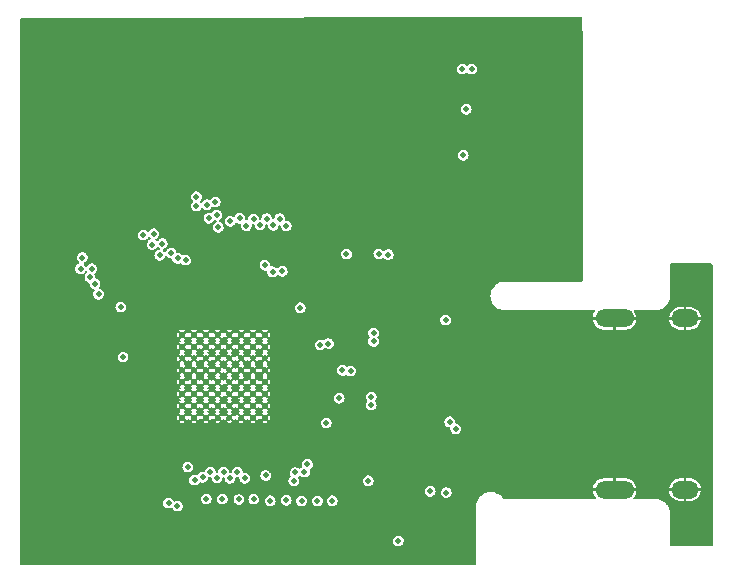
<source format=gbr>
%TF.GenerationSoftware,KiCad,Pcbnew,(6.0.7)*%
%TF.CreationDate,2022-11-13T02:02:31+01:00*%
%TF.ProjectId,TTL_to_HDMI,54544c5f-746f-45f4-9844-4d492e6b6963,rev?*%
%TF.SameCoordinates,Original*%
%TF.FileFunction,Copper,L3,Inr*%
%TF.FilePolarity,Positive*%
%FSLAX46Y46*%
G04 Gerber Fmt 4.6, Leading zero omitted, Abs format (unit mm)*
G04 Created by KiCad (PCBNEW (6.0.7)) date 2022-11-13 02:02:31*
%MOMM*%
%LPD*%
G01*
G04 APERTURE LIST*
%TA.AperFunction,ComponentPad*%
%ADD10C,0.500000*%
%TD*%
%TA.AperFunction,ComponentPad*%
%ADD11O,3.300000X1.500000*%
%TD*%
%TA.AperFunction,ComponentPad*%
%ADD12O,2.300000X1.500000*%
%TD*%
%TA.AperFunction,ViaPad*%
%ADD13C,0.500000*%
%TD*%
G04 APERTURE END LIST*
D10*
%TO.N,GND*%
%TO.C,U3*%
X94900000Y-106300000D03*
X92900000Y-100300000D03*
X89900000Y-103300000D03*
X94900000Y-103300000D03*
X95900000Y-101300000D03*
X90900000Y-100300000D03*
X91900000Y-106300000D03*
X92900000Y-102300000D03*
X95900000Y-104300000D03*
X92900000Y-105300000D03*
X91900000Y-103300000D03*
X91900000Y-99300000D03*
X93900000Y-103300000D03*
X91900000Y-100300000D03*
X89900000Y-106300000D03*
X92900000Y-103300000D03*
X96900000Y-99300000D03*
X95900000Y-102300000D03*
X95900000Y-105300000D03*
X96900000Y-105300000D03*
X91900000Y-105300000D03*
X92900000Y-101300000D03*
X92900000Y-99300000D03*
X93900000Y-106300000D03*
X93900000Y-104300000D03*
X92900000Y-106300000D03*
X95900000Y-100300000D03*
X89900000Y-105300000D03*
X96900000Y-103300000D03*
X93900000Y-105300000D03*
X93900000Y-100300000D03*
X89900000Y-101300000D03*
X90900000Y-103300000D03*
X91900000Y-101300000D03*
X90900000Y-105300000D03*
X94900000Y-102300000D03*
X89900000Y-104300000D03*
X95900000Y-106300000D03*
X94900000Y-100300000D03*
X95900000Y-99300000D03*
X96900000Y-104300000D03*
X91900000Y-102300000D03*
X93900000Y-99300000D03*
X89900000Y-99300000D03*
X96900000Y-102300000D03*
X93900000Y-102300000D03*
X96900000Y-100300000D03*
X94900000Y-99300000D03*
X90900000Y-106300000D03*
X89900000Y-102300000D03*
X90900000Y-104300000D03*
X94900000Y-105300000D03*
X90900000Y-102300000D03*
X93900000Y-101300000D03*
X94900000Y-104300000D03*
X96900000Y-101300000D03*
X90900000Y-101300000D03*
X90900000Y-99300000D03*
X91900000Y-104300000D03*
X89900000Y-100300000D03*
X96900000Y-106300000D03*
X95900000Y-103300000D03*
X92900000Y-104300000D03*
X94900000Y-101300000D03*
%TD*%
D11*
%TO.N,GND*%
%TO.C,J1*%
X126507000Y-97906000D03*
X126507000Y-112406000D03*
D12*
X132467000Y-97906000D03*
X132467000Y-112406000D03*
%TD*%
D13*
%TO.N,GND*%
X112500000Y-116050000D03*
X87050000Y-112650000D03*
X113650000Y-116050000D03*
X83200500Y-97200000D03*
X110250000Y-106765186D03*
X112850000Y-116850000D03*
X101012387Y-100550500D03*
X100300000Y-109150000D03*
X118300000Y-78100000D03*
X98750000Y-111150000D03*
X84300000Y-98550000D03*
X103800000Y-98800000D03*
X102350000Y-97950000D03*
X110300000Y-104150000D03*
X88100000Y-97200000D03*
X97486444Y-92686444D03*
X103100000Y-110750000D03*
X115000000Y-79000000D03*
X110136444Y-108936444D03*
X110300000Y-105650000D03*
X110350000Y-102650000D03*
X118300000Y-80700000D03*
X105100000Y-103800000D03*
X102817746Y-102049500D03*
X102777505Y-100525377D03*
X108426696Y-111378643D03*
X105963607Y-98464421D03*
X84385694Y-102622590D03*
X94203740Y-90419149D03*
X102300000Y-95950000D03*
X110300000Y-101150000D03*
X104805060Y-102645074D03*
X115000000Y-80000000D03*
X86600000Y-113300000D03*
X105815905Y-100489214D03*
X85480073Y-102319927D03*
X87000000Y-111250000D03*
%TO.N,+5V*%
X108200000Y-116750000D03*
X112200000Y-98050000D03*
%TO.N,B5*%
X82816949Y-95856803D03*
X97599000Y-90029092D03*
%TO.N,B4*%
X82519377Y-94994026D03*
X97049500Y-89450000D03*
%TO.N,B3*%
X96489984Y-90005193D03*
X82091021Y-94441021D03*
%TO.N,B2*%
X82250000Y-93699500D03*
X95940484Y-89475767D03*
%TO.N,B1*%
X81288556Y-93688556D03*
X95333591Y-90050000D03*
%TO.N,B0*%
X81450000Y-92750000D03*
X94784091Y-89426856D03*
%TO.N,G5*%
X88968302Y-92368670D03*
X92834183Y-89149500D03*
%TO.N,G4*%
X92163391Y-89426477D03*
X88004617Y-92554536D03*
%TO.N,G3*%
X88215742Y-91566300D03*
X92700000Y-88050000D03*
%TO.N,G2*%
X87352112Y-91652112D03*
X91986444Y-88286444D03*
%TO.N,G1*%
X91103083Y-88366169D03*
X87488556Y-90738556D03*
%TO.N,G0*%
X86600000Y-90850000D03*
X91109229Y-87608729D03*
%TO.N,/13*%
X110900000Y-112550000D03*
X112550000Y-106650000D03*
%TO.N,SCL*%
X102600000Y-113350000D03*
X100497872Y-110245888D03*
%TO.N,SDA*%
X100250000Y-110900000D03*
X101350000Y-113350000D03*
%TO.N,EDGE*%
X95952515Y-113203521D03*
X93950000Y-111450000D03*
%TO.N,MSEN*%
X95200000Y-111450000D03*
X98700000Y-113300000D03*
%TO.N,nPD*%
X97347485Y-113349500D03*
X94550000Y-110900000D03*
%TO.N,nRST*%
X100000000Y-113350000D03*
X99450000Y-110950000D03*
%TO.N,CTL1*%
X94699577Y-113237095D03*
X93400000Y-110900000D03*
%TO.N,CTL2*%
X93288005Y-113196619D03*
X92849500Y-111409083D03*
%TO.N,CTL3*%
X92270653Y-110900000D03*
X91925592Y-113187177D03*
%TO.N,/14*%
X113050000Y-107250000D03*
X112250000Y-112650000D03*
%TO.N,+3V3*%
X107350000Y-92500000D03*
X103800000Y-92450000D03*
X96975500Y-111200000D03*
X103186444Y-104663556D03*
X88750000Y-113550000D03*
X114400000Y-76800000D03*
X102100500Y-106750000D03*
X106550000Y-92450000D03*
X113700000Y-84100000D03*
X113600000Y-76800000D03*
X113949500Y-80200000D03*
X89500000Y-113800000D03*
X99350000Y-111650000D03*
X105650000Y-111650000D03*
X99900000Y-97000000D03*
%TO.N,/TX0+*%
X106100000Y-99150497D03*
X103467619Y-102308278D03*
%TO.N,/TX0-*%
X106100000Y-99850000D03*
X104164983Y-102362930D03*
%TO.N,/TX2+*%
X102276045Y-100037686D03*
X105900000Y-104550000D03*
%TO.N,/TX2-*%
X105900000Y-105250000D03*
X101585537Y-100149500D03*
%TO.N,Net-(U1-Pad9)*%
X98371399Y-93921399D03*
X90371153Y-110500500D03*
%TO.N,Net-(U1-Pad11)*%
X90949500Y-111599500D03*
X96900000Y-93400000D03*
%TO.N,Net-(U1-Pad10)*%
X91634074Y-111358194D03*
X97550000Y-93950000D03*
%TO.N,G7*%
X93959911Y-89685349D03*
X90186585Y-92963697D03*
%TO.N,G6*%
X92956166Y-90188631D03*
X89501767Y-92821129D03*
%TO.N,B7*%
X98698500Y-90075654D03*
X84700500Y-96950000D03*
%TO.N,B6*%
X98150000Y-89450000D03*
X84887916Y-101162084D03*
%TD*%
%TA.AperFunction,Conductor*%
%TO.N,GND*%
G36*
X123735064Y-72369002D02*
G01*
X123771145Y-72418416D01*
X123776057Y-72448165D01*
X123777276Y-72561395D01*
X123799494Y-74625221D01*
X123799500Y-74626287D01*
X123799500Y-94700500D01*
X123780593Y-94758691D01*
X123731093Y-94794655D01*
X123700500Y-94799500D01*
X117234281Y-94799500D01*
X117211926Y-94796943D01*
X117210226Y-94796549D01*
X117200718Y-94794345D01*
X117200000Y-94794344D01*
X117194542Y-94795589D01*
X117189272Y-94796179D01*
X117183130Y-94797116D01*
X117015490Y-94810309D01*
X117015485Y-94810310D01*
X117011620Y-94810614D01*
X116927921Y-94830708D01*
X116831655Y-94853819D01*
X116831652Y-94853820D01*
X116827878Y-94854726D01*
X116824288Y-94856213D01*
X116656890Y-94925551D01*
X116656884Y-94925554D01*
X116653299Y-94927039D01*
X116649988Y-94929068D01*
X116649984Y-94929070D01*
X116568459Y-94979029D01*
X116492182Y-95025772D01*
X116348494Y-95148494D01*
X116225772Y-95292182D01*
X116223742Y-95295495D01*
X116130605Y-95447480D01*
X116127039Y-95453299D01*
X116125554Y-95456884D01*
X116125551Y-95456890D01*
X116058811Y-95618015D01*
X116054726Y-95627878D01*
X116010614Y-95811620D01*
X116010310Y-95815485D01*
X116010309Y-95815490D01*
X115997156Y-95982618D01*
X115996849Y-95984617D01*
X115996846Y-95986557D01*
X115996582Y-95989907D01*
X115994344Y-95999641D01*
X115996515Y-96009234D01*
X115996801Y-96012866D01*
X115996798Y-96014526D01*
X115997075Y-96016351D01*
X116008064Y-96155975D01*
X116010614Y-96188380D01*
X116054726Y-96372122D01*
X116056213Y-96375712D01*
X116125551Y-96543110D01*
X116125554Y-96543116D01*
X116127039Y-96546701D01*
X116129068Y-96550012D01*
X116129070Y-96550016D01*
X116165022Y-96608684D01*
X116225772Y-96707818D01*
X116228295Y-96710772D01*
X116323515Y-96822259D01*
X116348494Y-96851506D01*
X116492182Y-96974228D01*
X116525165Y-96994440D01*
X116649984Y-97070930D01*
X116649988Y-97070932D01*
X116653299Y-97072961D01*
X116656884Y-97074446D01*
X116656890Y-97074449D01*
X116811222Y-97138375D01*
X116827878Y-97145274D01*
X116831652Y-97146180D01*
X116831655Y-97146181D01*
X117007846Y-97188480D01*
X117011620Y-97189386D01*
X117015485Y-97189690D01*
X117015490Y-97189691D01*
X117182113Y-97202805D01*
X117188248Y-97203752D01*
X117188248Y-97203748D01*
X117193820Y-97204389D01*
X117199282Y-97205655D01*
X117200000Y-97205656D01*
X117205452Y-97204412D01*
X117205455Y-97204412D01*
X117211734Y-97202980D01*
X117233752Y-97200500D01*
X124749849Y-97200500D01*
X124808040Y-97219407D01*
X124844004Y-97268907D01*
X124844004Y-97330093D01*
X124828075Y-97360177D01*
X124800278Y-97396013D01*
X124794981Y-97404490D01*
X124714206Y-97568645D01*
X124710725Y-97578004D01*
X124664607Y-97755056D01*
X124663079Y-97764928D01*
X124661748Y-97790339D01*
X124665201Y-97803226D01*
X124668212Y-97805665D01*
X124670021Y-97806000D01*
X128337010Y-97806000D01*
X128349695Y-97801878D01*
X128350450Y-97800839D01*
X128350964Y-97794589D01*
X128350321Y-97790339D01*
X131121748Y-97790339D01*
X131125201Y-97803226D01*
X131128212Y-97805665D01*
X131130021Y-97806000D01*
X132351320Y-97806000D01*
X132364005Y-97801878D01*
X132367000Y-97797757D01*
X132367000Y-97790320D01*
X132567000Y-97790320D01*
X132571122Y-97803005D01*
X132575243Y-97806000D01*
X133797010Y-97806000D01*
X133809695Y-97801878D01*
X133810450Y-97800839D01*
X133810964Y-97794589D01*
X133792649Y-97673488D01*
X133790166Y-97663816D01*
X133726988Y-97492103D01*
X133722617Y-97483140D01*
X133626201Y-97327637D01*
X133620111Y-97319729D01*
X133494396Y-97186789D01*
X133486843Y-97180269D01*
X133336963Y-97075323D01*
X133328259Y-97070458D01*
X133160329Y-96997788D01*
X133150829Y-96994775D01*
X132970539Y-96957110D01*
X132963010Y-96956133D01*
X132961786Y-96956069D01*
X132959176Y-96956000D01*
X132582680Y-96956000D01*
X132569995Y-96960122D01*
X132567000Y-96964243D01*
X132567000Y-97790320D01*
X132367000Y-97790320D01*
X132367000Y-96971680D01*
X132362878Y-96958995D01*
X132358757Y-96956000D01*
X132021275Y-96956000D01*
X132016278Y-96956253D01*
X131879978Y-96970098D01*
X131870209Y-96972103D01*
X131695609Y-97026820D01*
X131686442Y-97030749D01*
X131526405Y-97119458D01*
X131518224Y-97125144D01*
X131379299Y-97244217D01*
X131372412Y-97251450D01*
X131260279Y-97396012D01*
X131254981Y-97404490D01*
X131174206Y-97568645D01*
X131170725Y-97578004D01*
X131124607Y-97755056D01*
X131123079Y-97764928D01*
X131121748Y-97790339D01*
X128350321Y-97790339D01*
X128332649Y-97673488D01*
X128330166Y-97663816D01*
X128266988Y-97492103D01*
X128262617Y-97483140D01*
X128181101Y-97351669D01*
X128166506Y-97292250D01*
X128189624Y-97235600D01*
X128241625Y-97203358D01*
X128265240Y-97200500D01*
X129965719Y-97200500D01*
X129988074Y-97203057D01*
X129999282Y-97205655D01*
X130000000Y-97205656D01*
X130005458Y-97204411D01*
X130010728Y-97203821D01*
X130016870Y-97202884D01*
X130184510Y-97189691D01*
X130184515Y-97189690D01*
X130188380Y-97189386D01*
X130272079Y-97169292D01*
X130368345Y-97146181D01*
X130368348Y-97146180D01*
X130372122Y-97145274D01*
X130388778Y-97138375D01*
X130543110Y-97074449D01*
X130543116Y-97074446D01*
X130546701Y-97072961D01*
X130550012Y-97070932D01*
X130550016Y-97070930D01*
X130674835Y-96994440D01*
X130707818Y-96974228D01*
X130851506Y-96851506D01*
X130876486Y-96822259D01*
X130971705Y-96710772D01*
X130974228Y-96707818D01*
X131034978Y-96608684D01*
X131070930Y-96550016D01*
X131070932Y-96550012D01*
X131072961Y-96546701D01*
X131074446Y-96543116D01*
X131074449Y-96543110D01*
X131143787Y-96375712D01*
X131145274Y-96372122D01*
X131161007Y-96306591D01*
X131188480Y-96192154D01*
X131188480Y-96192153D01*
X131189386Y-96188380D01*
X131191937Y-96155975D01*
X131202805Y-96017887D01*
X131203752Y-96011752D01*
X131203748Y-96011752D01*
X131204389Y-96006180D01*
X131205655Y-96000718D01*
X131205656Y-96000000D01*
X131203354Y-95989907D01*
X131202980Y-95988266D01*
X131200500Y-95966248D01*
X131200500Y-93349000D01*
X131219407Y-93290809D01*
X131268907Y-93254845D01*
X131299500Y-93250000D01*
X134700500Y-93250000D01*
X134758691Y-93268907D01*
X134794655Y-93318407D01*
X134799500Y-93349000D01*
X134799500Y-117100500D01*
X134780593Y-117158691D01*
X134731093Y-117194655D01*
X134700500Y-117199500D01*
X131299500Y-117199500D01*
X131241309Y-117180593D01*
X131205345Y-117131093D01*
X131200500Y-117100500D01*
X131200500Y-114434281D01*
X131203057Y-114411926D01*
X131204388Y-114406183D01*
X131205655Y-114400718D01*
X131205656Y-114400000D01*
X131204411Y-114394542D01*
X131203821Y-114389272D01*
X131202884Y-114383130D01*
X131189691Y-114215490D01*
X131189690Y-114215485D01*
X131189386Y-114211620D01*
X131145274Y-114027878D01*
X131133481Y-113999407D01*
X131074449Y-113856890D01*
X131074446Y-113856884D01*
X131072961Y-113853299D01*
X131054368Y-113822957D01*
X130991002Y-113719554D01*
X130974228Y-113692182D01*
X130895924Y-113600500D01*
X130854035Y-113551455D01*
X130851506Y-113548494D01*
X130832341Y-113532125D01*
X130738156Y-113451683D01*
X130707818Y-113425772D01*
X130637370Y-113382601D01*
X130550016Y-113329070D01*
X130550012Y-113329068D01*
X130546701Y-113327039D01*
X130543116Y-113325554D01*
X130543110Y-113325551D01*
X130375712Y-113256213D01*
X130372122Y-113254726D01*
X130368348Y-113253820D01*
X130368345Y-113253819D01*
X130192154Y-113211520D01*
X130192153Y-113211520D01*
X130188380Y-113210614D01*
X130184515Y-113210310D01*
X130184510Y-113210309D01*
X130017887Y-113197195D01*
X130011752Y-113196248D01*
X130011752Y-113196252D01*
X130006180Y-113195611D01*
X130000718Y-113194345D01*
X130000000Y-113194344D01*
X129994548Y-113195588D01*
X129994545Y-113195588D01*
X129988266Y-113197020D01*
X129966248Y-113199500D01*
X128195891Y-113199500D01*
X128137700Y-113180593D01*
X128101736Y-113131093D01*
X128101736Y-113069907D01*
X128117666Y-113039822D01*
X128213721Y-112915988D01*
X128219019Y-112907510D01*
X128299794Y-112743355D01*
X128303275Y-112733996D01*
X128349393Y-112556944D01*
X128350921Y-112547072D01*
X128352252Y-112521661D01*
X128351113Y-112517411D01*
X131123036Y-112517411D01*
X131141351Y-112638512D01*
X131143834Y-112648184D01*
X131207012Y-112819897D01*
X131211383Y-112828860D01*
X131307799Y-112984363D01*
X131313889Y-112992271D01*
X131439604Y-113125211D01*
X131447157Y-113131731D01*
X131597037Y-113236677D01*
X131605741Y-113241542D01*
X131773671Y-113314212D01*
X131783171Y-113317225D01*
X131963461Y-113354890D01*
X131970990Y-113355867D01*
X131972214Y-113355931D01*
X131974824Y-113356000D01*
X132351320Y-113356000D01*
X132364005Y-113351878D01*
X132367000Y-113347757D01*
X132367000Y-113340320D01*
X132567000Y-113340320D01*
X132571122Y-113353005D01*
X132575243Y-113356000D01*
X132912725Y-113356000D01*
X132917722Y-113355747D01*
X133054022Y-113341902D01*
X133063791Y-113339897D01*
X133238391Y-113285180D01*
X133247558Y-113281251D01*
X133407595Y-113192542D01*
X133415776Y-113186856D01*
X133554701Y-113067783D01*
X133561588Y-113060550D01*
X133673721Y-112915988D01*
X133679019Y-112907510D01*
X133759794Y-112743355D01*
X133763275Y-112733996D01*
X133809393Y-112556944D01*
X133810921Y-112547072D01*
X133812252Y-112521661D01*
X133808799Y-112508774D01*
X133805788Y-112506335D01*
X133803979Y-112506000D01*
X132582680Y-112506000D01*
X132569995Y-112510122D01*
X132567000Y-112514243D01*
X132567000Y-113340320D01*
X132367000Y-113340320D01*
X132367000Y-112521680D01*
X132362878Y-112508995D01*
X132358757Y-112506000D01*
X131136990Y-112506000D01*
X131124305Y-112510122D01*
X131123550Y-112511161D01*
X131123036Y-112517411D01*
X128351113Y-112517411D01*
X128348799Y-112508774D01*
X128345788Y-112506335D01*
X128343979Y-112506000D01*
X124676990Y-112506000D01*
X124664305Y-112510122D01*
X124663550Y-112511161D01*
X124663036Y-112517411D01*
X124681351Y-112638512D01*
X124683834Y-112648184D01*
X124747012Y-112819897D01*
X124751383Y-112828860D01*
X124847799Y-112984363D01*
X124853889Y-112992271D01*
X124891911Y-113032478D01*
X124918155Y-113087749D01*
X124906900Y-113147890D01*
X124862445Y-113189930D01*
X124819980Y-113199500D01*
X117168241Y-113199500D01*
X117110050Y-113180593D01*
X117084740Y-113153684D01*
X117071558Y-113132988D01*
X117071555Y-113132984D01*
X117069506Y-113129767D01*
X116999434Y-113050122D01*
X116935729Y-112977714D01*
X116935727Y-112977712D01*
X116933201Y-112974841D01*
X116842772Y-112899467D01*
X116777632Y-112845172D01*
X116777629Y-112845170D01*
X116774691Y-112842721D01*
X116676915Y-112784054D01*
X116601023Y-112738517D01*
X116601020Y-112738516D01*
X116597746Y-112736551D01*
X116406579Y-112658858D01*
X116345445Y-112644440D01*
X116209457Y-112612368D01*
X116209453Y-112612367D01*
X116205737Y-112611491D01*
X116016481Y-112596850D01*
X116011766Y-112596125D01*
X116011751Y-112596253D01*
X116006185Y-112595612D01*
X116000718Y-112594345D01*
X116000000Y-112594344D01*
X115994550Y-112595587D01*
X115989299Y-112596175D01*
X115983132Y-112597116D01*
X115948069Y-112599875D01*
X115815490Y-112610309D01*
X115815485Y-112610310D01*
X115811620Y-112610614D01*
X115727921Y-112630708D01*
X115631655Y-112653819D01*
X115631652Y-112653820D01*
X115627878Y-112654726D01*
X115624288Y-112656213D01*
X115456890Y-112725551D01*
X115456884Y-112725554D01*
X115453299Y-112727039D01*
X115449988Y-112729068D01*
X115449984Y-112729070D01*
X115354969Y-112787296D01*
X115292182Y-112825772D01*
X115289228Y-112828295D01*
X115165090Y-112934320D01*
X115148494Y-112948494D01*
X115145965Y-112951455D01*
X115137987Y-112960796D01*
X115025772Y-113092182D01*
X114999643Y-113134820D01*
X114934244Y-113241542D01*
X114927039Y-113253299D01*
X114925554Y-113256884D01*
X114925551Y-113256890D01*
X114861904Y-113410549D01*
X114854726Y-113427878D01*
X114853820Y-113431652D01*
X114853819Y-113431655D01*
X114811520Y-113607846D01*
X114810614Y-113611620D01*
X114810310Y-113615485D01*
X114810309Y-113615490D01*
X114804720Y-113686502D01*
X114798660Y-113763511D01*
X114797156Y-113782618D01*
X114796849Y-113784618D01*
X114796846Y-113786557D01*
X114796582Y-113789907D01*
X114794344Y-113799641D01*
X114796942Y-113811120D01*
X114797059Y-113811638D01*
X114799500Y-113833488D01*
X114799500Y-118700500D01*
X114780593Y-118758691D01*
X114731093Y-118794655D01*
X114700500Y-118799500D01*
X76299500Y-118799500D01*
X76241309Y-118780593D01*
X76205345Y-118731093D01*
X76200500Y-118700500D01*
X76200500Y-116744440D01*
X107744901Y-116744440D01*
X107745816Y-116751437D01*
X107745816Y-116751438D01*
X107747082Y-116761120D01*
X107761633Y-116872394D01*
X107764471Y-116878845D01*
X107764472Y-116878847D01*
X107771458Y-116894724D01*
X107813605Y-116990510D01*
X107855122Y-117039900D01*
X107892100Y-117083892D01*
X107892103Y-117083894D01*
X107896639Y-117089291D01*
X108004060Y-117160796D01*
X108010788Y-117162898D01*
X108010790Y-117162899D01*
X108065647Y-117180037D01*
X108127233Y-117199278D01*
X108191744Y-117200461D01*
X108249202Y-117201514D01*
X108249204Y-117201514D01*
X108256255Y-117201643D01*
X108263058Y-117199788D01*
X108263060Y-117199788D01*
X108304828Y-117188400D01*
X108380755Y-117167700D01*
X108490724Y-117100179D01*
X108577322Y-117004507D01*
X108633588Y-116888375D01*
X108654997Y-116761120D01*
X108655133Y-116750000D01*
X108636839Y-116622259D01*
X108583428Y-116504788D01*
X108499193Y-116407028D01*
X108493276Y-116403193D01*
X108493274Y-116403191D01*
X108396824Y-116340677D01*
X108390906Y-116336841D01*
X108384150Y-116334821D01*
X108384149Y-116334820D01*
X108341335Y-116322016D01*
X108267273Y-116299866D01*
X108190644Y-116299398D01*
X108145282Y-116299121D01*
X108138231Y-116299078D01*
X108131454Y-116301015D01*
X108131453Y-116301015D01*
X108020935Y-116332601D01*
X108020933Y-116332602D01*
X108014155Y-116334539D01*
X107905019Y-116403399D01*
X107819596Y-116500122D01*
X107764754Y-116616932D01*
X107744901Y-116744440D01*
X76200500Y-116744440D01*
X76200500Y-113544440D01*
X88294901Y-113544440D01*
X88311633Y-113672394D01*
X88314471Y-113678845D01*
X88314472Y-113678847D01*
X88351236Y-113762399D01*
X88363605Y-113790510D01*
X88390434Y-113822427D01*
X88442100Y-113883892D01*
X88442103Y-113883894D01*
X88446639Y-113889291D01*
X88554060Y-113960796D01*
X88560788Y-113962898D01*
X88560790Y-113962899D01*
X88615646Y-113980037D01*
X88677233Y-113999278D01*
X88741744Y-114000461D01*
X88799202Y-114001514D01*
X88799204Y-114001514D01*
X88806255Y-114001643D01*
X88813058Y-113999788D01*
X88813060Y-113999788D01*
X88854828Y-113988400D01*
X88930755Y-113967700D01*
X88952780Y-113954176D01*
X89012261Y-113939841D01*
X89068809Y-113963206D01*
X89095196Y-113998672D01*
X89109709Y-114031655D01*
X89113605Y-114040510D01*
X89155122Y-114089901D01*
X89192100Y-114133892D01*
X89192103Y-114133894D01*
X89196639Y-114139291D01*
X89304060Y-114210796D01*
X89310788Y-114212898D01*
X89310790Y-114212899D01*
X89365647Y-114230037D01*
X89427233Y-114249278D01*
X89491744Y-114250461D01*
X89549202Y-114251514D01*
X89549204Y-114251514D01*
X89556255Y-114251643D01*
X89563058Y-114249788D01*
X89563060Y-114249788D01*
X89604828Y-114238400D01*
X89680755Y-114217700D01*
X89790724Y-114150179D01*
X89877322Y-114054507D01*
X89922725Y-113960796D01*
X89930512Y-113944724D01*
X89930512Y-113944723D01*
X89933588Y-113938375D01*
X89948459Y-113849984D01*
X89954363Y-113814891D01*
X89954363Y-113814886D01*
X89954997Y-113811120D01*
X89955133Y-113800000D01*
X89936839Y-113672259D01*
X89911956Y-113617532D01*
X89886349Y-113561212D01*
X89886348Y-113561211D01*
X89883428Y-113554788D01*
X89819560Y-113480665D01*
X89803798Y-113462372D01*
X89803797Y-113462371D01*
X89799193Y-113457028D01*
X89793276Y-113453193D01*
X89793274Y-113453191D01*
X89696824Y-113390677D01*
X89690906Y-113386841D01*
X89684150Y-113384821D01*
X89684149Y-113384820D01*
X89615840Y-113364391D01*
X89567273Y-113349866D01*
X89490644Y-113349398D01*
X89445282Y-113349121D01*
X89438231Y-113349078D01*
X89431454Y-113351015D01*
X89431453Y-113351015D01*
X89320935Y-113382601D01*
X89320933Y-113382602D01*
X89314155Y-113384539D01*
X89297871Y-113394814D01*
X89238570Y-113409874D01*
X89181740Y-113387202D01*
X89154922Y-113352062D01*
X89154839Y-113351878D01*
X89133428Y-113304788D01*
X89071029Y-113232370D01*
X89053798Y-113212372D01*
X89053797Y-113212371D01*
X89049193Y-113207028D01*
X89043276Y-113203193D01*
X89043274Y-113203191D01*
X89009988Y-113181617D01*
X91470493Y-113181617D01*
X91471408Y-113188614D01*
X91471408Y-113188615D01*
X91472235Y-113194939D01*
X91487225Y-113309571D01*
X91490063Y-113316022D01*
X91490064Y-113316024D01*
X91536356Y-113421231D01*
X91539197Y-113427687D01*
X91568353Y-113462372D01*
X91617692Y-113521069D01*
X91617695Y-113521071D01*
X91622231Y-113526468D01*
X91729652Y-113597973D01*
X91736380Y-113600075D01*
X91736382Y-113600076D01*
X91769457Y-113610409D01*
X91852825Y-113636455D01*
X91917336Y-113637637D01*
X91974794Y-113638691D01*
X91974796Y-113638691D01*
X91981847Y-113638820D01*
X91988650Y-113636965D01*
X91988652Y-113636965D01*
X92039598Y-113623075D01*
X92106347Y-113604877D01*
X92216316Y-113537356D01*
X92231058Y-113521069D01*
X92298182Y-113446912D01*
X92298182Y-113446911D01*
X92302914Y-113441684D01*
X92340120Y-113364891D01*
X92356104Y-113331901D01*
X92356104Y-113331900D01*
X92359180Y-113325552D01*
X92370188Y-113260118D01*
X92379955Y-113202068D01*
X92379955Y-113202063D01*
X92380589Y-113198297D01*
X92380638Y-113194345D01*
X92380659Y-113192542D01*
X92380677Y-113191059D01*
X92832906Y-113191059D01*
X92833821Y-113198056D01*
X92833821Y-113198057D01*
X92836986Y-113222259D01*
X92849638Y-113319013D01*
X92852476Y-113325464D01*
X92852477Y-113325466D01*
X92895790Y-113423902D01*
X92901610Y-113437129D01*
X92938839Y-113481418D01*
X92980105Y-113530511D01*
X92980108Y-113530513D01*
X92984644Y-113535910D01*
X93092065Y-113607415D01*
X93098793Y-113609517D01*
X93098795Y-113609518D01*
X93124447Y-113617532D01*
X93215238Y-113645897D01*
X93279749Y-113647080D01*
X93337207Y-113648133D01*
X93337209Y-113648133D01*
X93344260Y-113648262D01*
X93351063Y-113646407D01*
X93351065Y-113646407D01*
X93396968Y-113633892D01*
X93468760Y-113614319D01*
X93578729Y-113546798D01*
X93587224Y-113537413D01*
X93660595Y-113456354D01*
X93660595Y-113456353D01*
X93665327Y-113451126D01*
X93710786Y-113357299D01*
X93718517Y-113341343D01*
X93718517Y-113341342D01*
X93721593Y-113334994D01*
X93735895Y-113249984D01*
X93738999Y-113231535D01*
X94244478Y-113231535D01*
X94245393Y-113238532D01*
X94245393Y-113238533D01*
X94246659Y-113248215D01*
X94261210Y-113359489D01*
X94264048Y-113365940D01*
X94264049Y-113365942D01*
X94302531Y-113453399D01*
X94313182Y-113477605D01*
X94341140Y-113510865D01*
X94391677Y-113570987D01*
X94391680Y-113570989D01*
X94396216Y-113576386D01*
X94503637Y-113647891D01*
X94510365Y-113649993D01*
X94510367Y-113649994D01*
X94546742Y-113661358D01*
X94626810Y-113686373D01*
X94691321Y-113687556D01*
X94748779Y-113688609D01*
X94748781Y-113688609D01*
X94755832Y-113688738D01*
X94762635Y-113686883D01*
X94762637Y-113686883D01*
X94815780Y-113672394D01*
X94880332Y-113654795D01*
X94973382Y-113597662D01*
X94984288Y-113590966D01*
X94990301Y-113587274D01*
X95000156Y-113576386D01*
X95072167Y-113496830D01*
X95072167Y-113496829D01*
X95076899Y-113491602D01*
X95133165Y-113375470D01*
X95145956Y-113299442D01*
X95153940Y-113251986D01*
X95153940Y-113251981D01*
X95154574Y-113248215D01*
X95154710Y-113237095D01*
X95149106Y-113197961D01*
X95497416Y-113197961D01*
X95498331Y-113204958D01*
X95498331Y-113204959D01*
X95502038Y-113233305D01*
X95514148Y-113325915D01*
X95516986Y-113332366D01*
X95516987Y-113332368D01*
X95559196Y-113428295D01*
X95566120Y-113444031D01*
X95589962Y-113472394D01*
X95644615Y-113537413D01*
X95644618Y-113537415D01*
X95649154Y-113542812D01*
X95738130Y-113602039D01*
X95749692Y-113609735D01*
X95756575Y-113614317D01*
X95763303Y-113616419D01*
X95763305Y-113616420D01*
X95818162Y-113633558D01*
X95879748Y-113652799D01*
X95944259Y-113653981D01*
X96001717Y-113655035D01*
X96001719Y-113655035D01*
X96008770Y-113655164D01*
X96015573Y-113653309D01*
X96015575Y-113653309D01*
X96068718Y-113638820D01*
X96133270Y-113621221D01*
X96243239Y-113553700D01*
X96248252Y-113548162D01*
X96325105Y-113463256D01*
X96325105Y-113463255D01*
X96329837Y-113458028D01*
X96378640Y-113357299D01*
X96383027Y-113348245D01*
X96383027Y-113348244D01*
X96385113Y-113343940D01*
X96892386Y-113343940D01*
X96893301Y-113350937D01*
X96893301Y-113350938D01*
X96895060Y-113364391D01*
X96909118Y-113471894D01*
X96911956Y-113478345D01*
X96911957Y-113478347D01*
X96955095Y-113576386D01*
X96961090Y-113590010D01*
X97000560Y-113636965D01*
X97039585Y-113683392D01*
X97039588Y-113683394D01*
X97044124Y-113688791D01*
X97151545Y-113760296D01*
X97158273Y-113762398D01*
X97158275Y-113762399D01*
X97213132Y-113779537D01*
X97274718Y-113798778D01*
X97339229Y-113799961D01*
X97396687Y-113801014D01*
X97396689Y-113801014D01*
X97403740Y-113801143D01*
X97410543Y-113799288D01*
X97410545Y-113799288D01*
X97464352Y-113784618D01*
X97528240Y-113767200D01*
X97638209Y-113699679D01*
X97642944Y-113694448D01*
X97720075Y-113609235D01*
X97720075Y-113609234D01*
X97724807Y-113604007D01*
X97762375Y-113526468D01*
X97777997Y-113494224D01*
X97777997Y-113494223D01*
X97781073Y-113487875D01*
X97793008Y-113416932D01*
X97801848Y-113364391D01*
X97801848Y-113364386D01*
X97802482Y-113360620D01*
X97802618Y-113349500D01*
X97794733Y-113294440D01*
X98244901Y-113294440D01*
X98245816Y-113301437D01*
X98245816Y-113301438D01*
X98247575Y-113314891D01*
X98261633Y-113422394D01*
X98264471Y-113428845D01*
X98264472Y-113428847D01*
X98310764Y-113534054D01*
X98313605Y-113540510D01*
X98343762Y-113576386D01*
X98392100Y-113633892D01*
X98392103Y-113633894D01*
X98396639Y-113639291D01*
X98504060Y-113710796D01*
X98510788Y-113712898D01*
X98510790Y-113712899D01*
X98565646Y-113730037D01*
X98627233Y-113749278D01*
X98691744Y-113750460D01*
X98749202Y-113751514D01*
X98749204Y-113751514D01*
X98756255Y-113751643D01*
X98763058Y-113749788D01*
X98763060Y-113749788D01*
X98816420Y-113735240D01*
X98880755Y-113717700D01*
X98990724Y-113650179D01*
X98996332Y-113643983D01*
X99072590Y-113559735D01*
X99072590Y-113559734D01*
X99077322Y-113554507D01*
X99133588Y-113438375D01*
X99147469Y-113355867D01*
X99149392Y-113344440D01*
X99544901Y-113344440D01*
X99545816Y-113351437D01*
X99545816Y-113351438D01*
X99546869Y-113359489D01*
X99561633Y-113472394D01*
X99564471Y-113478845D01*
X99564472Y-113478847D01*
X99606017Y-113573266D01*
X99613605Y-113590510D01*
X99654105Y-113638691D01*
X99692100Y-113683892D01*
X99692103Y-113683894D01*
X99696639Y-113689291D01*
X99804060Y-113760796D01*
X99810788Y-113762898D01*
X99810790Y-113762899D01*
X99865646Y-113780037D01*
X99927233Y-113799278D01*
X99991744Y-113800460D01*
X100049202Y-113801514D01*
X100049204Y-113801514D01*
X100056255Y-113801643D01*
X100063058Y-113799788D01*
X100063060Y-113799788D01*
X100118701Y-113784618D01*
X100180755Y-113767700D01*
X100290724Y-113700179D01*
X100295459Y-113694948D01*
X100372590Y-113609735D01*
X100372590Y-113609734D01*
X100377322Y-113604507D01*
X100413173Y-113530511D01*
X100430512Y-113494724D01*
X100430512Y-113494723D01*
X100433588Y-113488375D01*
X100449329Y-113394813D01*
X100454363Y-113364891D01*
X100454363Y-113364886D01*
X100454997Y-113361120D01*
X100455061Y-113355931D01*
X100455086Y-113353825D01*
X100455133Y-113350000D01*
X100454337Y-113344440D01*
X100894901Y-113344440D01*
X100895816Y-113351437D01*
X100895816Y-113351438D01*
X100896869Y-113359489D01*
X100911633Y-113472394D01*
X100914471Y-113478845D01*
X100914472Y-113478847D01*
X100956017Y-113573266D01*
X100963605Y-113590510D01*
X101004105Y-113638691D01*
X101042100Y-113683892D01*
X101042103Y-113683894D01*
X101046639Y-113689291D01*
X101154060Y-113760796D01*
X101160788Y-113762898D01*
X101160790Y-113762899D01*
X101215646Y-113780037D01*
X101277233Y-113799278D01*
X101341744Y-113800460D01*
X101399202Y-113801514D01*
X101399204Y-113801514D01*
X101406255Y-113801643D01*
X101413058Y-113799788D01*
X101413060Y-113799788D01*
X101468701Y-113784618D01*
X101530755Y-113767700D01*
X101640724Y-113700179D01*
X101645459Y-113694948D01*
X101722590Y-113609735D01*
X101722590Y-113609734D01*
X101727322Y-113604507D01*
X101763173Y-113530511D01*
X101780512Y-113494724D01*
X101780512Y-113494723D01*
X101783588Y-113488375D01*
X101799329Y-113394813D01*
X101804363Y-113364891D01*
X101804363Y-113364886D01*
X101804997Y-113361120D01*
X101805061Y-113355931D01*
X101805086Y-113353825D01*
X101805133Y-113350000D01*
X101804337Y-113344440D01*
X102144901Y-113344440D01*
X102145816Y-113351437D01*
X102145816Y-113351438D01*
X102146869Y-113359489D01*
X102161633Y-113472394D01*
X102164471Y-113478845D01*
X102164472Y-113478847D01*
X102206017Y-113573266D01*
X102213605Y-113590510D01*
X102254105Y-113638691D01*
X102292100Y-113683892D01*
X102292103Y-113683894D01*
X102296639Y-113689291D01*
X102404060Y-113760796D01*
X102410788Y-113762898D01*
X102410790Y-113762899D01*
X102465646Y-113780037D01*
X102527233Y-113799278D01*
X102591744Y-113800460D01*
X102649202Y-113801514D01*
X102649204Y-113801514D01*
X102656255Y-113801643D01*
X102663058Y-113799788D01*
X102663060Y-113799788D01*
X102718701Y-113784618D01*
X102780755Y-113767700D01*
X102890724Y-113700179D01*
X102895459Y-113694948D01*
X102972590Y-113609735D01*
X102972590Y-113609734D01*
X102977322Y-113604507D01*
X103013173Y-113530511D01*
X103030512Y-113494724D01*
X103030512Y-113494723D01*
X103033588Y-113488375D01*
X103049329Y-113394813D01*
X103054363Y-113364891D01*
X103054363Y-113364886D01*
X103054997Y-113361120D01*
X103055061Y-113355931D01*
X103055086Y-113353825D01*
X103055133Y-113350000D01*
X103036839Y-113222259D01*
X102992714Y-113125211D01*
X102986349Y-113111212D01*
X102986348Y-113111211D01*
X102983428Y-113104788D01*
X102899193Y-113007028D01*
X102893276Y-113003193D01*
X102893274Y-113003191D01*
X102813379Y-112951407D01*
X102790906Y-112936841D01*
X102784150Y-112934821D01*
X102784149Y-112934820D01*
X102721180Y-112915988D01*
X102667273Y-112899866D01*
X102590644Y-112899398D01*
X102545282Y-112899121D01*
X102538231Y-112899078D01*
X102531454Y-112901015D01*
X102531453Y-112901015D01*
X102420935Y-112932601D01*
X102420933Y-112932602D01*
X102414155Y-112934539D01*
X102408191Y-112938302D01*
X102384264Y-112953399D01*
X102305019Y-113003399D01*
X102219596Y-113100122D01*
X102164754Y-113216932D01*
X102144901Y-113344440D01*
X101804337Y-113344440D01*
X101786839Y-113222259D01*
X101742714Y-113125211D01*
X101736349Y-113111212D01*
X101736348Y-113111211D01*
X101733428Y-113104788D01*
X101649193Y-113007028D01*
X101643276Y-113003193D01*
X101643274Y-113003191D01*
X101563379Y-112951407D01*
X101540906Y-112936841D01*
X101534150Y-112934821D01*
X101534149Y-112934820D01*
X101471180Y-112915988D01*
X101417273Y-112899866D01*
X101340644Y-112899398D01*
X101295282Y-112899121D01*
X101288231Y-112899078D01*
X101281454Y-112901015D01*
X101281453Y-112901015D01*
X101170935Y-112932601D01*
X101170933Y-112932602D01*
X101164155Y-112934539D01*
X101158191Y-112938302D01*
X101134264Y-112953399D01*
X101055019Y-113003399D01*
X100969596Y-113100122D01*
X100914754Y-113216932D01*
X100894901Y-113344440D01*
X100454337Y-113344440D01*
X100436839Y-113222259D01*
X100392714Y-113125211D01*
X100386349Y-113111212D01*
X100386348Y-113111211D01*
X100383428Y-113104788D01*
X100299193Y-113007028D01*
X100293276Y-113003193D01*
X100293274Y-113003191D01*
X100213379Y-112951407D01*
X100190906Y-112936841D01*
X100184150Y-112934821D01*
X100184149Y-112934820D01*
X100121180Y-112915988D01*
X100067273Y-112899866D01*
X99990644Y-112899398D01*
X99945282Y-112899121D01*
X99938231Y-112899078D01*
X99931454Y-112901015D01*
X99931453Y-112901015D01*
X99820935Y-112932601D01*
X99820933Y-112932602D01*
X99814155Y-112934539D01*
X99808191Y-112938302D01*
X99784264Y-112953399D01*
X99705019Y-113003399D01*
X99619596Y-113100122D01*
X99564754Y-113216932D01*
X99544901Y-113344440D01*
X99149392Y-113344440D01*
X99154363Y-113314891D01*
X99154363Y-113314886D01*
X99154997Y-113311120D01*
X99155054Y-113306504D01*
X99155086Y-113303825D01*
X99155133Y-113300000D01*
X99136839Y-113172259D01*
X99083428Y-113054788D01*
X99025205Y-112987217D01*
X99003798Y-112962372D01*
X99003797Y-112962371D01*
X98999193Y-112957028D01*
X98993276Y-112953193D01*
X98993274Y-112953191D01*
X98909786Y-112899078D01*
X98890906Y-112886841D01*
X98884150Y-112884821D01*
X98884149Y-112884820D01*
X98820862Y-112865893D01*
X98767273Y-112849866D01*
X98690644Y-112849398D01*
X98645282Y-112849121D01*
X98638231Y-112849078D01*
X98631454Y-112851015D01*
X98631453Y-112851015D01*
X98520935Y-112882601D01*
X98520933Y-112882602D01*
X98514155Y-112884539D01*
X98405019Y-112953399D01*
X98319596Y-113050122D01*
X98264754Y-113166932D01*
X98244901Y-113294440D01*
X97794733Y-113294440D01*
X97784324Y-113221759D01*
X97734061Y-113111212D01*
X97733834Y-113110712D01*
X97733833Y-113110711D01*
X97730913Y-113104288D01*
X97654491Y-113015595D01*
X97651283Y-113011872D01*
X97651282Y-113011871D01*
X97646678Y-113006528D01*
X97640761Y-113002693D01*
X97640759Y-113002691D01*
X97546284Y-112941457D01*
X97538391Y-112936341D01*
X97531635Y-112934321D01*
X97531634Y-112934320D01*
X97470337Y-112915988D01*
X97414758Y-112899366D01*
X97338129Y-112898898D01*
X97292767Y-112898621D01*
X97285716Y-112898578D01*
X97278939Y-112900515D01*
X97278938Y-112900515D01*
X97168420Y-112932101D01*
X97168418Y-112932102D01*
X97161640Y-112934039D01*
X97155676Y-112937802D01*
X97134037Y-112951455D01*
X97052504Y-113002899D01*
X96967081Y-113099622D01*
X96912239Y-113216432D01*
X96892386Y-113343940D01*
X96385113Y-113343940D01*
X96386103Y-113341896D01*
X96401864Y-113248215D01*
X96406878Y-113218412D01*
X96406878Y-113218407D01*
X96407512Y-113214641D01*
X96407648Y-113203521D01*
X96389354Y-113075780D01*
X96357867Y-113006528D01*
X96338864Y-112964733D01*
X96338863Y-112964732D01*
X96335943Y-112958309D01*
X96251708Y-112860549D01*
X96245791Y-112856714D01*
X96245789Y-112856712D01*
X96149339Y-112794198D01*
X96143421Y-112790362D01*
X96136665Y-112788342D01*
X96136664Y-112788341D01*
X96088772Y-112774018D01*
X96019788Y-112753387D01*
X95943159Y-112752919D01*
X95897797Y-112752642D01*
X95890746Y-112752599D01*
X95883969Y-112754536D01*
X95883968Y-112754536D01*
X95773450Y-112786122D01*
X95773448Y-112786123D01*
X95766670Y-112788060D01*
X95657534Y-112856920D01*
X95572111Y-112953643D01*
X95517269Y-113070453D01*
X95497416Y-113197961D01*
X95149106Y-113197961D01*
X95136416Y-113109354D01*
X95104802Y-113039822D01*
X95085926Y-112998307D01*
X95085925Y-112998306D01*
X95083005Y-112991883D01*
X95010305Y-112907510D01*
X95003375Y-112899467D01*
X95003374Y-112899466D01*
X94998770Y-112894123D01*
X94992853Y-112890288D01*
X94992851Y-112890286D01*
X94896401Y-112827772D01*
X94890483Y-112823936D01*
X94883727Y-112821916D01*
X94883726Y-112821915D01*
X94825518Y-112804507D01*
X94766850Y-112786961D01*
X94690221Y-112786493D01*
X94644859Y-112786216D01*
X94637808Y-112786173D01*
X94631031Y-112788110D01*
X94631030Y-112788110D01*
X94520512Y-112819696D01*
X94520510Y-112819697D01*
X94513732Y-112821634D01*
X94404596Y-112890494D01*
X94319173Y-112987217D01*
X94264331Y-113104027D01*
X94244478Y-113231535D01*
X93738999Y-113231535D01*
X93742368Y-113211510D01*
X93742368Y-113211505D01*
X93743002Y-113207739D01*
X93743138Y-113196619D01*
X93724844Y-113068878D01*
X93694845Y-113002899D01*
X93674354Y-112957831D01*
X93674353Y-112957830D01*
X93671433Y-112951407D01*
X93587198Y-112853647D01*
X93581281Y-112849812D01*
X93581279Y-112849810D01*
X93489788Y-112790510D01*
X93478911Y-112783460D01*
X93472155Y-112781440D01*
X93472154Y-112781439D01*
X93418534Y-112765403D01*
X93355278Y-112746485D01*
X93278649Y-112746017D01*
X93233287Y-112745740D01*
X93226236Y-112745697D01*
X93219459Y-112747634D01*
X93219458Y-112747634D01*
X93108940Y-112779220D01*
X93108938Y-112779221D01*
X93102160Y-112781158D01*
X92993024Y-112850018D01*
X92907601Y-112946741D01*
X92852759Y-113063551D01*
X92832906Y-113191059D01*
X92380677Y-113191059D01*
X92380725Y-113187177D01*
X92362431Y-113059436D01*
X92335311Y-112999788D01*
X92311941Y-112948389D01*
X92311940Y-112948388D01*
X92309020Y-112941965D01*
X92255987Y-112880417D01*
X92229390Y-112849549D01*
X92229389Y-112849548D01*
X92224785Y-112844205D01*
X92218868Y-112840370D01*
X92218866Y-112840368D01*
X92141714Y-112790362D01*
X92116498Y-112774018D01*
X92109742Y-112771998D01*
X92109741Y-112771997D01*
X92047514Y-112753387D01*
X91992865Y-112737043D01*
X91912296Y-112736551D01*
X91870874Y-112736298D01*
X91863823Y-112736255D01*
X91857046Y-112738192D01*
X91857045Y-112738192D01*
X91746527Y-112769778D01*
X91746525Y-112769779D01*
X91739747Y-112771716D01*
X91630611Y-112840576D01*
X91545188Y-112937299D01*
X91490346Y-113054109D01*
X91470493Y-113181617D01*
X89009988Y-113181617D01*
X88946824Y-113140677D01*
X88940906Y-113136841D01*
X88934150Y-113134821D01*
X88934149Y-113134820D01*
X88872350Y-113116338D01*
X88817273Y-113099866D01*
X88740644Y-113099398D01*
X88695282Y-113099121D01*
X88688231Y-113099078D01*
X88681454Y-113101015D01*
X88681453Y-113101015D01*
X88570935Y-113132601D01*
X88570933Y-113132602D01*
X88564155Y-113134539D01*
X88455019Y-113203399D01*
X88369596Y-113300122D01*
X88314754Y-113416932D01*
X88294901Y-113544440D01*
X76200500Y-113544440D01*
X76200500Y-112544440D01*
X110444901Y-112544440D01*
X110445816Y-112551437D01*
X110445816Y-112551438D01*
X110447082Y-112561120D01*
X110461633Y-112672394D01*
X110464471Y-112678845D01*
X110464472Y-112678847D01*
X110510503Y-112783460D01*
X110513605Y-112790510D01*
X110542931Y-112825397D01*
X110592100Y-112883892D01*
X110592103Y-112883894D01*
X110596639Y-112889291D01*
X110704060Y-112960796D01*
X110710788Y-112962898D01*
X110710790Y-112962899D01*
X110749015Y-112974841D01*
X110827233Y-112999278D01*
X110891744Y-113000460D01*
X110949202Y-113001514D01*
X110949204Y-113001514D01*
X110956255Y-113001643D01*
X110963058Y-112999788D01*
X110963060Y-112999788D01*
X111009168Y-112987217D01*
X111080755Y-112967700D01*
X111190724Y-112900179D01*
X111199476Y-112890510D01*
X111272590Y-112809735D01*
X111272590Y-112809734D01*
X111277322Y-112804507D01*
X111333588Y-112688375D01*
X111340980Y-112644440D01*
X111794901Y-112644440D01*
X111795816Y-112651437D01*
X111795816Y-112651438D01*
X111796672Y-112657981D01*
X111811633Y-112772394D01*
X111814471Y-112778845D01*
X111814472Y-112778847D01*
X111852773Y-112865893D01*
X111863605Y-112890510D01*
X111898494Y-112932015D01*
X111942100Y-112983892D01*
X111942103Y-112983894D01*
X111946639Y-112989291D01*
X112054060Y-113060796D01*
X112060788Y-113062898D01*
X112060790Y-113062899D01*
X112115646Y-113080037D01*
X112177233Y-113099278D01*
X112241744Y-113100460D01*
X112299202Y-113101514D01*
X112299204Y-113101514D01*
X112306255Y-113101643D01*
X112313058Y-113099788D01*
X112313060Y-113099788D01*
X112357217Y-113087749D01*
X112430755Y-113067700D01*
X112540724Y-113000179D01*
X112555466Y-112983892D01*
X112622590Y-112909735D01*
X112622590Y-112909734D01*
X112627322Y-112904507D01*
X112683588Y-112788375D01*
X112702015Y-112678847D01*
X112704363Y-112664891D01*
X112704363Y-112664886D01*
X112704997Y-112661120D01*
X112705133Y-112650000D01*
X112686839Y-112522259D01*
X112633428Y-112404788D01*
X112549193Y-112307028D01*
X112543276Y-112303193D01*
X112543274Y-112303191D01*
X112523445Y-112290339D01*
X124661748Y-112290339D01*
X124665201Y-112303226D01*
X124668212Y-112305665D01*
X124670021Y-112306000D01*
X126391320Y-112306000D01*
X126404005Y-112301878D01*
X126407000Y-112297757D01*
X126407000Y-112290320D01*
X126607000Y-112290320D01*
X126611122Y-112303005D01*
X126615243Y-112306000D01*
X128337010Y-112306000D01*
X128349695Y-112301878D01*
X128350450Y-112300839D01*
X128350964Y-112294589D01*
X128350321Y-112290339D01*
X131121748Y-112290339D01*
X131125201Y-112303226D01*
X131128212Y-112305665D01*
X131130021Y-112306000D01*
X132351320Y-112306000D01*
X132364005Y-112301878D01*
X132367000Y-112297757D01*
X132367000Y-112290320D01*
X132567000Y-112290320D01*
X132571122Y-112303005D01*
X132575243Y-112306000D01*
X133797010Y-112306000D01*
X133809695Y-112301878D01*
X133810450Y-112300839D01*
X133810964Y-112294589D01*
X133792649Y-112173488D01*
X133790166Y-112163816D01*
X133726988Y-111992103D01*
X133722617Y-111983140D01*
X133626201Y-111827637D01*
X133620111Y-111819729D01*
X133494396Y-111686789D01*
X133486843Y-111680269D01*
X133336963Y-111575323D01*
X133328259Y-111570458D01*
X133160329Y-111497788D01*
X133150829Y-111494775D01*
X132970539Y-111457110D01*
X132963010Y-111456133D01*
X132961786Y-111456069D01*
X132959176Y-111456000D01*
X132582680Y-111456000D01*
X132569995Y-111460122D01*
X132567000Y-111464243D01*
X132567000Y-112290320D01*
X132367000Y-112290320D01*
X132367000Y-111471680D01*
X132362878Y-111458995D01*
X132358757Y-111456000D01*
X132021275Y-111456000D01*
X132016278Y-111456253D01*
X131879978Y-111470098D01*
X131870209Y-111472103D01*
X131695609Y-111526820D01*
X131686442Y-111530749D01*
X131526405Y-111619458D01*
X131518224Y-111625144D01*
X131379299Y-111744217D01*
X131372412Y-111751450D01*
X131260279Y-111896012D01*
X131254981Y-111904490D01*
X131174206Y-112068645D01*
X131170725Y-112078004D01*
X131124607Y-112255056D01*
X131123079Y-112264928D01*
X131121748Y-112290339D01*
X128350321Y-112290339D01*
X128332649Y-112173488D01*
X128330166Y-112163816D01*
X128266988Y-111992103D01*
X128262617Y-111983140D01*
X128166201Y-111827637D01*
X128160111Y-111819729D01*
X128034396Y-111686789D01*
X128026843Y-111680269D01*
X127876963Y-111575323D01*
X127868259Y-111570458D01*
X127700329Y-111497788D01*
X127690829Y-111494775D01*
X127510539Y-111457110D01*
X127503010Y-111456133D01*
X127501786Y-111456069D01*
X127499176Y-111456000D01*
X126622680Y-111456000D01*
X126609995Y-111460122D01*
X126607000Y-111464243D01*
X126607000Y-112290320D01*
X126407000Y-112290320D01*
X126407000Y-111471680D01*
X126402878Y-111458995D01*
X126398757Y-111456000D01*
X125561275Y-111456000D01*
X125556278Y-111456253D01*
X125419978Y-111470098D01*
X125410209Y-111472103D01*
X125235609Y-111526820D01*
X125226442Y-111530749D01*
X125066405Y-111619458D01*
X125058224Y-111625144D01*
X124919299Y-111744217D01*
X124912412Y-111751450D01*
X124800279Y-111896012D01*
X124794981Y-111904490D01*
X124714206Y-112068645D01*
X124710725Y-112078004D01*
X124664607Y-112255056D01*
X124663079Y-112264928D01*
X124661748Y-112290339D01*
X112523445Y-112290339D01*
X112446824Y-112240677D01*
X112440906Y-112236841D01*
X112434150Y-112234821D01*
X112434149Y-112234820D01*
X112359089Y-112212372D01*
X112317273Y-112199866D01*
X112240644Y-112199398D01*
X112195282Y-112199121D01*
X112188231Y-112199078D01*
X112181454Y-112201015D01*
X112181453Y-112201015D01*
X112070935Y-112232601D01*
X112070933Y-112232602D01*
X112064155Y-112234539D01*
X111955019Y-112303399D01*
X111869596Y-112400122D01*
X111814754Y-112516932D01*
X111794901Y-112644440D01*
X111340980Y-112644440D01*
X111349083Y-112596275D01*
X111354363Y-112564891D01*
X111354363Y-112564886D01*
X111354997Y-112561120D01*
X111355133Y-112550000D01*
X111336839Y-112422259D01*
X111283428Y-112304788D01*
X111199193Y-112207028D01*
X111193276Y-112203193D01*
X111193274Y-112203191D01*
X111096824Y-112140677D01*
X111090906Y-112136841D01*
X111084150Y-112134821D01*
X111084149Y-112134820D01*
X111041335Y-112122016D01*
X110967273Y-112099866D01*
X110890644Y-112099398D01*
X110845282Y-112099121D01*
X110838231Y-112099078D01*
X110831454Y-112101015D01*
X110831453Y-112101015D01*
X110720935Y-112132601D01*
X110720933Y-112132602D01*
X110714155Y-112134539D01*
X110605019Y-112203399D01*
X110519596Y-112300122D01*
X110464754Y-112416932D01*
X110444901Y-112544440D01*
X76200500Y-112544440D01*
X76200500Y-111593940D01*
X90494401Y-111593940D01*
X90511133Y-111721894D01*
X90513971Y-111728345D01*
X90513972Y-111728347D01*
X90560264Y-111833554D01*
X90563105Y-111840010D01*
X90600128Y-111884054D01*
X90641600Y-111933392D01*
X90641603Y-111933394D01*
X90646139Y-111938791D01*
X90753560Y-112010296D01*
X90760288Y-112012398D01*
X90760290Y-112012399D01*
X90815146Y-112029537D01*
X90876733Y-112048778D01*
X90941244Y-112049961D01*
X90998702Y-112051014D01*
X90998704Y-112051014D01*
X91005755Y-112051143D01*
X91012558Y-112049288D01*
X91012560Y-112049288D01*
X91054328Y-112037900D01*
X91130255Y-112017200D01*
X91240224Y-111949679D01*
X91317767Y-111864011D01*
X91322090Y-111859235D01*
X91322090Y-111859234D01*
X91326822Y-111854007D01*
X91336732Y-111833554D01*
X91340037Y-111826732D01*
X91382424Y-111782607D01*
X91442652Y-111771825D01*
X91458653Y-111775401D01*
X91554575Y-111805369D01*
X91554577Y-111805369D01*
X91561307Y-111807472D01*
X91625818Y-111808655D01*
X91683276Y-111809708D01*
X91683278Y-111809708D01*
X91690329Y-111809837D01*
X91697132Y-111807982D01*
X91697134Y-111807982D01*
X91738902Y-111796594D01*
X91814829Y-111775894D01*
X91924798Y-111708373D01*
X91944335Y-111686789D01*
X92006664Y-111617929D01*
X92006664Y-111617928D01*
X92011396Y-111612701D01*
X92067662Y-111496569D01*
X92079080Y-111428700D01*
X92107379Y-111374453D01*
X92162160Y-111347200D01*
X92191854Y-111347394D01*
X92197886Y-111349278D01*
X92302473Y-111351195D01*
X92360308Y-111371165D01*
X92395358Y-111421316D01*
X92398823Y-111437341D01*
X92401793Y-111460049D01*
X92411133Y-111531477D01*
X92413971Y-111537928D01*
X92413972Y-111537930D01*
X92452347Y-111625144D01*
X92463105Y-111649593D01*
X92497499Y-111690510D01*
X92541600Y-111742975D01*
X92541603Y-111742977D01*
X92546139Y-111748374D01*
X92653560Y-111819879D01*
X92660288Y-111821981D01*
X92660290Y-111821982D01*
X92715147Y-111839120D01*
X92776733Y-111858361D01*
X92841244Y-111859544D01*
X92898702Y-111860597D01*
X92898704Y-111860597D01*
X92905755Y-111860726D01*
X92912558Y-111858871D01*
X92912560Y-111858871D01*
X92961936Y-111845409D01*
X93030255Y-111826783D01*
X93140224Y-111759262D01*
X93185054Y-111709735D01*
X93222090Y-111668818D01*
X93222090Y-111668817D01*
X93226822Y-111663590D01*
X93269587Y-111575323D01*
X93280012Y-111553807D01*
X93280012Y-111553806D01*
X93283088Y-111547458D01*
X93299946Y-111447254D01*
X93328245Y-111393007D01*
X93383026Y-111365754D01*
X93443363Y-111375905D01*
X93486211Y-111419582D01*
X93495738Y-111450842D01*
X93497575Y-111464891D01*
X93511633Y-111572394D01*
X93514471Y-111578845D01*
X93514472Y-111578847D01*
X93548968Y-111657245D01*
X93563605Y-111690510D01*
X93589986Y-111721894D01*
X93642100Y-111783892D01*
X93642103Y-111783894D01*
X93646639Y-111789291D01*
X93754060Y-111860796D01*
X93760788Y-111862898D01*
X93760790Y-111862899D01*
X93815646Y-111880037D01*
X93877233Y-111899278D01*
X93941744Y-111900461D01*
X93999202Y-111901514D01*
X93999204Y-111901514D01*
X94006255Y-111901643D01*
X94013058Y-111899788D01*
X94013060Y-111899788D01*
X94070770Y-111884054D01*
X94130755Y-111867700D01*
X94240724Y-111800179D01*
X94250579Y-111789291D01*
X94322590Y-111709735D01*
X94322590Y-111709734D01*
X94327322Y-111704507D01*
X94372725Y-111610796D01*
X94380512Y-111594724D01*
X94380512Y-111594723D01*
X94383588Y-111588375D01*
X94402931Y-111473402D01*
X94404363Y-111464891D01*
X94404363Y-111464886D01*
X94404997Y-111461120D01*
X94405133Y-111450000D01*
X94406500Y-111450017D01*
X94420264Y-111395919D01*
X94467323Y-111356816D01*
X94505781Y-111349801D01*
X94555895Y-111350720D01*
X94599202Y-111351514D01*
X94599204Y-111351514D01*
X94606255Y-111351643D01*
X94613056Y-111349789D01*
X94613062Y-111349788D01*
X94620870Y-111347659D01*
X94681985Y-111350595D01*
X94729702Y-111388893D01*
X94745255Y-111442165D01*
X94744901Y-111444440D01*
X94761633Y-111572394D01*
X94764471Y-111578845D01*
X94764472Y-111578847D01*
X94798968Y-111657245D01*
X94813605Y-111690510D01*
X94839986Y-111721894D01*
X94892100Y-111783892D01*
X94892103Y-111783894D01*
X94896639Y-111789291D01*
X95004060Y-111860796D01*
X95010788Y-111862898D01*
X95010790Y-111862899D01*
X95065646Y-111880037D01*
X95127233Y-111899278D01*
X95191744Y-111900461D01*
X95249202Y-111901514D01*
X95249204Y-111901514D01*
X95256255Y-111901643D01*
X95263058Y-111899788D01*
X95263060Y-111899788D01*
X95320770Y-111884054D01*
X95380755Y-111867700D01*
X95490724Y-111800179D01*
X95500579Y-111789291D01*
X95572590Y-111709735D01*
X95572590Y-111709734D01*
X95577322Y-111704507D01*
X95622725Y-111610796D01*
X95630512Y-111594724D01*
X95630512Y-111594723D01*
X95633588Y-111588375D01*
X95652931Y-111473402D01*
X95654363Y-111464891D01*
X95654363Y-111464886D01*
X95654997Y-111461120D01*
X95655133Y-111450000D01*
X95636839Y-111322259D01*
X95603592Y-111249136D01*
X95586349Y-111211212D01*
X95586348Y-111211211D01*
X95583428Y-111204788D01*
X95574512Y-111194440D01*
X96520401Y-111194440D01*
X96521316Y-111201437D01*
X96521316Y-111201438D01*
X96522582Y-111211120D01*
X96537133Y-111322394D01*
X96539971Y-111328845D01*
X96539972Y-111328847D01*
X96586264Y-111434054D01*
X96589105Y-111440510D01*
X96615306Y-111471680D01*
X96667600Y-111533892D01*
X96667603Y-111533894D01*
X96672139Y-111539291D01*
X96779560Y-111610796D01*
X96786288Y-111612898D01*
X96786290Y-111612899D01*
X96825485Y-111625144D01*
X96902733Y-111649278D01*
X96967244Y-111650460D01*
X97024702Y-111651514D01*
X97024704Y-111651514D01*
X97031755Y-111651643D01*
X97038558Y-111649788D01*
X97038560Y-111649788D01*
X97058176Y-111644440D01*
X98894901Y-111644440D01*
X98895816Y-111651437D01*
X98895816Y-111651438D01*
X98897082Y-111661120D01*
X98911633Y-111772394D01*
X98914471Y-111778845D01*
X98914472Y-111778847D01*
X98951456Y-111862899D01*
X98963605Y-111890510D01*
X98999651Y-111933392D01*
X99042100Y-111983892D01*
X99042103Y-111983894D01*
X99046639Y-111989291D01*
X99154060Y-112060796D01*
X99160788Y-112062898D01*
X99160790Y-112062899D01*
X99209139Y-112078004D01*
X99277233Y-112099278D01*
X99341744Y-112100460D01*
X99399202Y-112101514D01*
X99399204Y-112101514D01*
X99406255Y-112101643D01*
X99413058Y-112099788D01*
X99413060Y-112099788D01*
X99454828Y-112088400D01*
X99530755Y-112067700D01*
X99640724Y-112000179D01*
X99727322Y-111904507D01*
X99774273Y-111807601D01*
X99780512Y-111794724D01*
X99780512Y-111794723D01*
X99783588Y-111788375D01*
X99801139Y-111684054D01*
X99804363Y-111664891D01*
X99804363Y-111664886D01*
X99804997Y-111661120D01*
X99805045Y-111657245D01*
X99805086Y-111653825D01*
X99805133Y-111650000D01*
X99804337Y-111644440D01*
X105194901Y-111644440D01*
X105195816Y-111651437D01*
X105195816Y-111651438D01*
X105197082Y-111661120D01*
X105211633Y-111772394D01*
X105214471Y-111778845D01*
X105214472Y-111778847D01*
X105251456Y-111862899D01*
X105263605Y-111890510D01*
X105299651Y-111933392D01*
X105342100Y-111983892D01*
X105342103Y-111983894D01*
X105346639Y-111989291D01*
X105454060Y-112060796D01*
X105460788Y-112062898D01*
X105460790Y-112062899D01*
X105509139Y-112078004D01*
X105577233Y-112099278D01*
X105641744Y-112100460D01*
X105699202Y-112101514D01*
X105699204Y-112101514D01*
X105706255Y-112101643D01*
X105713058Y-112099788D01*
X105713060Y-112099788D01*
X105754828Y-112088400D01*
X105830755Y-112067700D01*
X105940724Y-112000179D01*
X106027322Y-111904507D01*
X106074273Y-111807601D01*
X106080512Y-111794724D01*
X106080512Y-111794723D01*
X106083588Y-111788375D01*
X106101139Y-111684054D01*
X106104363Y-111664891D01*
X106104363Y-111664886D01*
X106104997Y-111661120D01*
X106105045Y-111657245D01*
X106105086Y-111653825D01*
X106105133Y-111650000D01*
X106086839Y-111522259D01*
X106057303Y-111457299D01*
X106036349Y-111411212D01*
X106036348Y-111411211D01*
X106033428Y-111404788D01*
X105970209Y-111331418D01*
X105953798Y-111312372D01*
X105953797Y-111312371D01*
X105949193Y-111307028D01*
X105943276Y-111303193D01*
X105943274Y-111303191D01*
X105846824Y-111240677D01*
X105840906Y-111236841D01*
X105834150Y-111234821D01*
X105834149Y-111234820D01*
X105767512Y-111214891D01*
X105717273Y-111199866D01*
X105640644Y-111199398D01*
X105595282Y-111199121D01*
X105588231Y-111199078D01*
X105581454Y-111201015D01*
X105581453Y-111201015D01*
X105470935Y-111232601D01*
X105470933Y-111232602D01*
X105464155Y-111234539D01*
X105355019Y-111303399D01*
X105269596Y-111400122D01*
X105214754Y-111516932D01*
X105194901Y-111644440D01*
X99804337Y-111644440D01*
X99786839Y-111522259D01*
X99733428Y-111404788D01*
X99735045Y-111404053D01*
X99721871Y-111353481D01*
X99747299Y-111292915D01*
X99797930Y-111236979D01*
X99850999Y-111206525D01*
X99911832Y-111213080D01*
X99937315Y-111229613D01*
X99942099Y-111233891D01*
X99946639Y-111239291D01*
X100054060Y-111310796D01*
X100060788Y-111312898D01*
X100060790Y-111312899D01*
X100113105Y-111329243D01*
X100177233Y-111349278D01*
X100241744Y-111350461D01*
X100299202Y-111351514D01*
X100299204Y-111351514D01*
X100306255Y-111351643D01*
X100313058Y-111349788D01*
X100313060Y-111349788D01*
X100361703Y-111336526D01*
X100430755Y-111317700D01*
X100540724Y-111250179D01*
X100556635Y-111232601D01*
X100622590Y-111159735D01*
X100622590Y-111159734D01*
X100627322Y-111154507D01*
X100683588Y-111038375D01*
X100697020Y-110958538D01*
X100704363Y-110914891D01*
X100704363Y-110914886D01*
X100704997Y-110911120D01*
X100705049Y-110906911D01*
X100705086Y-110903825D01*
X100705133Y-110900000D01*
X100686839Y-110772259D01*
X100682610Y-110762957D01*
X100682316Y-110760353D01*
X100681940Y-110759069D01*
X100682163Y-110759004D01*
X100675735Y-110702159D01*
X100705910Y-110648932D01*
X100720930Y-110637614D01*
X100782583Y-110599759D01*
X100788596Y-110596067D01*
X100819095Y-110562372D01*
X100870462Y-110505623D01*
X100870462Y-110505622D01*
X100875194Y-110500395D01*
X100931460Y-110384263D01*
X100952869Y-110257008D01*
X100953005Y-110245888D01*
X100934711Y-110118147D01*
X100903554Y-110049621D01*
X100884221Y-110007100D01*
X100884220Y-110007099D01*
X100881300Y-110000676D01*
X100797065Y-109902916D01*
X100791148Y-109899081D01*
X100791146Y-109899079D01*
X100694696Y-109836565D01*
X100688778Y-109832729D01*
X100682022Y-109830709D01*
X100682021Y-109830708D01*
X100639207Y-109817904D01*
X100565145Y-109795754D01*
X100488516Y-109795286D01*
X100443154Y-109795009D01*
X100436103Y-109794966D01*
X100429326Y-109796903D01*
X100429325Y-109796903D01*
X100318807Y-109828489D01*
X100318805Y-109828490D01*
X100312027Y-109830427D01*
X100202891Y-109899287D01*
X100117468Y-109996010D01*
X100062626Y-110112820D01*
X100042773Y-110240328D01*
X100043688Y-110247325D01*
X100043688Y-110247326D01*
X100044729Y-110255288D01*
X100059505Y-110368282D01*
X100062343Y-110374733D01*
X100062344Y-110374735D01*
X100066198Y-110383493D01*
X100072328Y-110444371D01*
X100041504Y-110497225D01*
X100028410Y-110507092D01*
X99978946Y-110538302D01*
X99955019Y-110553399D01*
X99907655Y-110607028D01*
X99902571Y-110612785D01*
X99849879Y-110643885D01*
X99788970Y-110638073D01*
X99759594Y-110616456D01*
X99759112Y-110617008D01*
X99753797Y-110612371D01*
X99749193Y-110607028D01*
X99743276Y-110603193D01*
X99743274Y-110603191D01*
X99666131Y-110553191D01*
X99640906Y-110536841D01*
X99634150Y-110534821D01*
X99634149Y-110534820D01*
X99569184Y-110515391D01*
X99517273Y-110499866D01*
X99440644Y-110499398D01*
X99395282Y-110499121D01*
X99388231Y-110499078D01*
X99381454Y-110501015D01*
X99381453Y-110501015D01*
X99270935Y-110532601D01*
X99270933Y-110532602D01*
X99264155Y-110534539D01*
X99258191Y-110538302D01*
X99234264Y-110553399D01*
X99155019Y-110603399D01*
X99069596Y-110700122D01*
X99014754Y-110816932D01*
X98994901Y-110944440D01*
X98995816Y-110951437D01*
X98995816Y-110951438D01*
X98996798Y-110958949D01*
X99011633Y-111072394D01*
X99014471Y-111078845D01*
X99014472Y-111078847D01*
X99030248Y-111114700D01*
X99063605Y-111190510D01*
X99063757Y-111190691D01*
X99077702Y-111247050D01*
X99053160Y-111305504D01*
X98969596Y-111400122D01*
X98914754Y-111516932D01*
X98894901Y-111644440D01*
X97058176Y-111644440D01*
X97083755Y-111637466D01*
X97156255Y-111617700D01*
X97266224Y-111550179D01*
X97313646Y-111497788D01*
X97348090Y-111459735D01*
X97348090Y-111459734D01*
X97352822Y-111454507D01*
X97403743Y-111349407D01*
X97406012Y-111344724D01*
X97406012Y-111344723D01*
X97409088Y-111338375D01*
X97425100Y-111243199D01*
X97429863Y-111214891D01*
X97429863Y-111214886D01*
X97430497Y-111211120D01*
X97430633Y-111200000D01*
X97412339Y-111072259D01*
X97379365Y-110999737D01*
X97361849Y-110961212D01*
X97361848Y-110961211D01*
X97358928Y-110954788D01*
X97289981Y-110874771D01*
X97279298Y-110862372D01*
X97279297Y-110862371D01*
X97274693Y-110857028D01*
X97268776Y-110853193D01*
X97268774Y-110853191D01*
X97172324Y-110790677D01*
X97166406Y-110786841D01*
X97159650Y-110784821D01*
X97159649Y-110784820D01*
X97086545Y-110762957D01*
X97042773Y-110749866D01*
X96966144Y-110749398D01*
X96920782Y-110749121D01*
X96913731Y-110749078D01*
X96906954Y-110751015D01*
X96906953Y-110751015D01*
X96796435Y-110782601D01*
X96796433Y-110782602D01*
X96789655Y-110784539D01*
X96680519Y-110853399D01*
X96595096Y-110950122D01*
X96540254Y-111066932D01*
X96520401Y-111194440D01*
X95574512Y-111194440D01*
X95499193Y-111107028D01*
X95493276Y-111103193D01*
X95493274Y-111103191D01*
X95396824Y-111040677D01*
X95390906Y-111036841D01*
X95384150Y-111034821D01*
X95384149Y-111034820D01*
X95324156Y-111016878D01*
X95267273Y-110999866D01*
X95190644Y-110999398D01*
X95145282Y-110999121D01*
X95138231Y-110999078D01*
X95131450Y-111001016D01*
X95131270Y-111001067D01*
X95131115Y-111001061D01*
X95124460Y-111001973D01*
X95124302Y-111000817D01*
X95070124Y-110998876D01*
X95021944Y-110961162D01*
X95005953Y-110907605D01*
X95005335Y-110907645D01*
X95005159Y-110904947D01*
X95005076Y-110904668D01*
X95005086Y-110903826D01*
X95005086Y-110903825D01*
X95005133Y-110900000D01*
X94986839Y-110772259D01*
X94933428Y-110654788D01*
X94849193Y-110557028D01*
X94843276Y-110553193D01*
X94843274Y-110553191D01*
X94762774Y-110501015D01*
X94740906Y-110486841D01*
X94734150Y-110484821D01*
X94734149Y-110484820D01*
X94691335Y-110472016D01*
X94617273Y-110449866D01*
X94540644Y-110449398D01*
X94495282Y-110449121D01*
X94488231Y-110449078D01*
X94481454Y-110451015D01*
X94481453Y-110451015D01*
X94370935Y-110482601D01*
X94370933Y-110482602D01*
X94364155Y-110484539D01*
X94255019Y-110553399D01*
X94169596Y-110650122D01*
X94114754Y-110766932D01*
X94094901Y-110894440D01*
X94095816Y-110901439D01*
X94095810Y-110901948D01*
X94076193Y-110959904D01*
X94026257Y-110995260D01*
X93996212Y-110999737D01*
X93953473Y-110999476D01*
X93895399Y-110980214D01*
X93859738Y-110930495D01*
X93855287Y-110906911D01*
X93855086Y-110903825D01*
X93855133Y-110900000D01*
X93836839Y-110772259D01*
X93783428Y-110654788D01*
X93699193Y-110557028D01*
X93693276Y-110553193D01*
X93693274Y-110553191D01*
X93612774Y-110501015D01*
X93590906Y-110486841D01*
X93584150Y-110484821D01*
X93584149Y-110484820D01*
X93541335Y-110472016D01*
X93467273Y-110449866D01*
X93390644Y-110449398D01*
X93345282Y-110449121D01*
X93338231Y-110449078D01*
X93331454Y-110451015D01*
X93331453Y-110451015D01*
X93220935Y-110482601D01*
X93220933Y-110482602D01*
X93214155Y-110484539D01*
X93105019Y-110553399D01*
X93019596Y-110650122D01*
X92964754Y-110766932D01*
X92962013Y-110784539D01*
X92947963Y-110874771D01*
X92920328Y-110929360D01*
X92865885Y-110957280D01*
X92849538Y-110958538D01*
X92819371Y-110958354D01*
X92761297Y-110939092D01*
X92725636Y-110889374D01*
X92721975Y-110873390D01*
X92719082Y-110853191D01*
X92707492Y-110772259D01*
X92654081Y-110654788D01*
X92569846Y-110557028D01*
X92563929Y-110553193D01*
X92563927Y-110553191D01*
X92483427Y-110501015D01*
X92461559Y-110486841D01*
X92454803Y-110484821D01*
X92454802Y-110484820D01*
X92411988Y-110472016D01*
X92337926Y-110449866D01*
X92261297Y-110449398D01*
X92215935Y-110449121D01*
X92208884Y-110449078D01*
X92202107Y-110451015D01*
X92202106Y-110451015D01*
X92091588Y-110482601D01*
X92091586Y-110482602D01*
X92084808Y-110484539D01*
X91975672Y-110553399D01*
X91890249Y-110650122D01*
X91835407Y-110766932D01*
X91832080Y-110788302D01*
X91825869Y-110828192D01*
X91798235Y-110882782D01*
X91743792Y-110910702D01*
X91713415Y-110910875D01*
X91708107Y-110910082D01*
X91701347Y-110908060D01*
X91624718Y-110907592D01*
X91579356Y-110907315D01*
X91572305Y-110907272D01*
X91565528Y-110909209D01*
X91565527Y-110909209D01*
X91455009Y-110940795D01*
X91455007Y-110940796D01*
X91448229Y-110942733D01*
X91442265Y-110946496D01*
X91423777Y-110958161D01*
X91339093Y-111011593D01*
X91253670Y-111108316D01*
X91250673Y-111114700D01*
X91243856Y-111129219D01*
X91202012Y-111173858D01*
X91141920Y-111185376D01*
X91125874Y-111181995D01*
X91016773Y-111149366D01*
X90940144Y-111148898D01*
X90894782Y-111148621D01*
X90887731Y-111148578D01*
X90880954Y-111150515D01*
X90880953Y-111150515D01*
X90770435Y-111182101D01*
X90770433Y-111182102D01*
X90763655Y-111184039D01*
X90654519Y-111252899D01*
X90569096Y-111349622D01*
X90514254Y-111466432D01*
X90494401Y-111593940D01*
X76200500Y-111593940D01*
X76200500Y-110494940D01*
X89916054Y-110494940D01*
X89916969Y-110501937D01*
X89916969Y-110501938D01*
X89918235Y-110511620D01*
X89932786Y-110622894D01*
X89935624Y-110629345D01*
X89935625Y-110629347D01*
X89964442Y-110694838D01*
X89984758Y-110741010D01*
X90016896Y-110779243D01*
X90063253Y-110834392D01*
X90063256Y-110834394D01*
X90067792Y-110839791D01*
X90175213Y-110911296D01*
X90181941Y-110913398D01*
X90181943Y-110913399D01*
X90233032Y-110929360D01*
X90298386Y-110949778D01*
X90362897Y-110950961D01*
X90420355Y-110952014D01*
X90420357Y-110952014D01*
X90427408Y-110952143D01*
X90434211Y-110950288D01*
X90434213Y-110950288D01*
X90481242Y-110937466D01*
X90551908Y-110918200D01*
X90661877Y-110850679D01*
X90748475Y-110755007D01*
X90804741Y-110638875D01*
X90822294Y-110534539D01*
X90825516Y-110515391D01*
X90825516Y-110515386D01*
X90826150Y-110511620D01*
X90826206Y-110507092D01*
X90826239Y-110504325D01*
X90826286Y-110500500D01*
X90807992Y-110372759D01*
X90754581Y-110255288D01*
X90670346Y-110157528D01*
X90664429Y-110153693D01*
X90664427Y-110153691D01*
X90567977Y-110091177D01*
X90562059Y-110087341D01*
X90555303Y-110085321D01*
X90555302Y-110085320D01*
X90512488Y-110072516D01*
X90438426Y-110050366D01*
X90361797Y-110049898D01*
X90316435Y-110049621D01*
X90309384Y-110049578D01*
X90302607Y-110051515D01*
X90302606Y-110051515D01*
X90192088Y-110083101D01*
X90192086Y-110083102D01*
X90185308Y-110085039D01*
X90076172Y-110153899D01*
X89990749Y-110250622D01*
X89935907Y-110367432D01*
X89916054Y-110494940D01*
X76200500Y-110494940D01*
X76200500Y-106681884D01*
X89665365Y-106681884D01*
X89670944Y-106688151D01*
X89698409Y-106706433D01*
X89711008Y-106712442D01*
X89820582Y-106746676D01*
X89834368Y-106748908D01*
X89949140Y-106751012D01*
X89962998Y-106749286D01*
X90073750Y-106719091D01*
X90086563Y-106713546D01*
X90126214Y-106689201D01*
X90132453Y-106681884D01*
X90665365Y-106681884D01*
X90670944Y-106688151D01*
X90698409Y-106706433D01*
X90711008Y-106712442D01*
X90820582Y-106746676D01*
X90834368Y-106748908D01*
X90949140Y-106751012D01*
X90962998Y-106749286D01*
X91073750Y-106719091D01*
X91086563Y-106713546D01*
X91126214Y-106689201D01*
X91132453Y-106681884D01*
X91665365Y-106681884D01*
X91670944Y-106688151D01*
X91698409Y-106706433D01*
X91711008Y-106712442D01*
X91820582Y-106746676D01*
X91834368Y-106748908D01*
X91949140Y-106751012D01*
X91962998Y-106749286D01*
X92073750Y-106719091D01*
X92086563Y-106713546D01*
X92126214Y-106689201D01*
X92132453Y-106681884D01*
X92665365Y-106681884D01*
X92670944Y-106688151D01*
X92698409Y-106706433D01*
X92711008Y-106712442D01*
X92820582Y-106746676D01*
X92834368Y-106748908D01*
X92949140Y-106751012D01*
X92962998Y-106749286D01*
X93073750Y-106719091D01*
X93086563Y-106713546D01*
X93126214Y-106689201D01*
X93132453Y-106681884D01*
X93665365Y-106681884D01*
X93670944Y-106688151D01*
X93698409Y-106706433D01*
X93711008Y-106712442D01*
X93820582Y-106746676D01*
X93834368Y-106748908D01*
X93949140Y-106751012D01*
X93962998Y-106749286D01*
X94073750Y-106719091D01*
X94086563Y-106713546D01*
X94126214Y-106689201D01*
X94132453Y-106681884D01*
X94665365Y-106681884D01*
X94670944Y-106688151D01*
X94698409Y-106706433D01*
X94711008Y-106712442D01*
X94820582Y-106746676D01*
X94834368Y-106748908D01*
X94949140Y-106751012D01*
X94962998Y-106749286D01*
X95073750Y-106719091D01*
X95086563Y-106713546D01*
X95126214Y-106689201D01*
X95132453Y-106681884D01*
X95665365Y-106681884D01*
X95670944Y-106688151D01*
X95698409Y-106706433D01*
X95711008Y-106712442D01*
X95820582Y-106746676D01*
X95834368Y-106748908D01*
X95949140Y-106751012D01*
X95962998Y-106749286D01*
X96073750Y-106719091D01*
X96086563Y-106713546D01*
X96126214Y-106689201D01*
X96132453Y-106681884D01*
X96665365Y-106681884D01*
X96670944Y-106688151D01*
X96698409Y-106706433D01*
X96711008Y-106712442D01*
X96820582Y-106746676D01*
X96834368Y-106748908D01*
X96949140Y-106751012D01*
X96962998Y-106749286D01*
X96980773Y-106744440D01*
X101645401Y-106744440D01*
X101646316Y-106751437D01*
X101646316Y-106751438D01*
X101647582Y-106761120D01*
X101662133Y-106872394D01*
X101664971Y-106878845D01*
X101664972Y-106878847D01*
X101711193Y-106983892D01*
X101714105Y-106990510D01*
X101731507Y-107011212D01*
X101792600Y-107083892D01*
X101792603Y-107083894D01*
X101797139Y-107089291D01*
X101904560Y-107160796D01*
X101911288Y-107162898D01*
X101911290Y-107162899D01*
X101966147Y-107180037D01*
X102027733Y-107199278D01*
X102092244Y-107200461D01*
X102149702Y-107201514D01*
X102149704Y-107201514D01*
X102156755Y-107201643D01*
X102163558Y-107199788D01*
X102163560Y-107199788D01*
X102205328Y-107188400D01*
X102281255Y-107167700D01*
X102391224Y-107100179D01*
X102477822Y-107004507D01*
X102534088Y-106888375D01*
X102545096Y-106822941D01*
X102554863Y-106764891D01*
X102554863Y-106764886D01*
X102555497Y-106761120D01*
X102555633Y-106750000D01*
X102540516Y-106644440D01*
X112094901Y-106644440D01*
X112095816Y-106651437D01*
X112095816Y-106651438D01*
X112097082Y-106661120D01*
X112111633Y-106772394D01*
X112114471Y-106778845D01*
X112114472Y-106778847D01*
X112158473Y-106878847D01*
X112163605Y-106890510D01*
X112177490Y-106907028D01*
X112242100Y-106983892D01*
X112242103Y-106983894D01*
X112246639Y-106989291D01*
X112354060Y-107060796D01*
X112360788Y-107062898D01*
X112360790Y-107062899D01*
X112415646Y-107080037D01*
X112477233Y-107099278D01*
X112503027Y-107099751D01*
X112503637Y-107099762D01*
X112561472Y-107119732D01*
X112596522Y-107169883D01*
X112599645Y-107213972D01*
X112594901Y-107244440D01*
X112595816Y-107251437D01*
X112595816Y-107251438D01*
X112597082Y-107261120D01*
X112611633Y-107372394D01*
X112614471Y-107378845D01*
X112614472Y-107378847D01*
X112621458Y-107394724D01*
X112663605Y-107490510D01*
X112705122Y-107539901D01*
X112742100Y-107583892D01*
X112742103Y-107583894D01*
X112746639Y-107589291D01*
X112854060Y-107660796D01*
X112860788Y-107662898D01*
X112860790Y-107662899D01*
X112915647Y-107680037D01*
X112977233Y-107699278D01*
X113041744Y-107700461D01*
X113099202Y-107701514D01*
X113099204Y-107701514D01*
X113106255Y-107701643D01*
X113113058Y-107699788D01*
X113113060Y-107699788D01*
X113154828Y-107688400D01*
X113230755Y-107667700D01*
X113340724Y-107600179D01*
X113427322Y-107504507D01*
X113483588Y-107388375D01*
X113504997Y-107261120D01*
X113505133Y-107250000D01*
X113486839Y-107122259D01*
X113433428Y-107004788D01*
X113349193Y-106907028D01*
X113343276Y-106903193D01*
X113343274Y-106903191D01*
X113246824Y-106840677D01*
X113240906Y-106836841D01*
X113234150Y-106834821D01*
X113234149Y-106834820D01*
X113191335Y-106822016D01*
X113117273Y-106799866D01*
X113100083Y-106799761D01*
X113098116Y-106799749D01*
X113040042Y-106780487D01*
X113004381Y-106730768D01*
X113001093Y-106684327D01*
X113004362Y-106664894D01*
X113004997Y-106661120D01*
X113005133Y-106650000D01*
X112986839Y-106522259D01*
X112949332Y-106439767D01*
X112936349Y-106411212D01*
X112936348Y-106411211D01*
X112933428Y-106404788D01*
X112849193Y-106307028D01*
X112843276Y-106303193D01*
X112843274Y-106303191D01*
X112746824Y-106240677D01*
X112740906Y-106236841D01*
X112734150Y-106234821D01*
X112734149Y-106234820D01*
X112691335Y-106222016D01*
X112617273Y-106199866D01*
X112540644Y-106199398D01*
X112495282Y-106199121D01*
X112488231Y-106199078D01*
X112481454Y-106201015D01*
X112481453Y-106201015D01*
X112370935Y-106232601D01*
X112370933Y-106232602D01*
X112364155Y-106234539D01*
X112255019Y-106303399D01*
X112169596Y-106400122D01*
X112114754Y-106516932D01*
X112094901Y-106644440D01*
X102540516Y-106644440D01*
X102537339Y-106622259D01*
X102497111Y-106533782D01*
X102486849Y-106511212D01*
X102486848Y-106511211D01*
X102483928Y-106504788D01*
X102399693Y-106407028D01*
X102393776Y-106403193D01*
X102393774Y-106403191D01*
X102297324Y-106340677D01*
X102291406Y-106336841D01*
X102284650Y-106334821D01*
X102284649Y-106334820D01*
X102241835Y-106322016D01*
X102167773Y-106299866D01*
X102091144Y-106299398D01*
X102045782Y-106299121D01*
X102038731Y-106299078D01*
X102031954Y-106301015D01*
X102031953Y-106301015D01*
X101921435Y-106332601D01*
X101921433Y-106332602D01*
X101914655Y-106334539D01*
X101805519Y-106403399D01*
X101720096Y-106500122D01*
X101665254Y-106616932D01*
X101645401Y-106744440D01*
X96980773Y-106744440D01*
X97073750Y-106719091D01*
X97086563Y-106713546D01*
X97126214Y-106689201D01*
X97134488Y-106679497D01*
X97129909Y-106671330D01*
X96911086Y-106452507D01*
X96899203Y-106446453D01*
X96894172Y-106447249D01*
X96671419Y-106670002D01*
X96665365Y-106681884D01*
X96132453Y-106681884D01*
X96134488Y-106679497D01*
X96129909Y-106671330D01*
X95911086Y-106452507D01*
X95899203Y-106446453D01*
X95894172Y-106447249D01*
X95671419Y-106670002D01*
X95665365Y-106681884D01*
X95132453Y-106681884D01*
X95134488Y-106679497D01*
X95129909Y-106671330D01*
X94911086Y-106452507D01*
X94899203Y-106446453D01*
X94894172Y-106447249D01*
X94671419Y-106670002D01*
X94665365Y-106681884D01*
X94132453Y-106681884D01*
X94134488Y-106679497D01*
X94129909Y-106671330D01*
X93911086Y-106452507D01*
X93899203Y-106446453D01*
X93894172Y-106447249D01*
X93671419Y-106670002D01*
X93665365Y-106681884D01*
X93132453Y-106681884D01*
X93134488Y-106679497D01*
X93129909Y-106671330D01*
X92911086Y-106452507D01*
X92899203Y-106446453D01*
X92894172Y-106447249D01*
X92671419Y-106670002D01*
X92665365Y-106681884D01*
X92132453Y-106681884D01*
X92134488Y-106679497D01*
X92129909Y-106671330D01*
X91911086Y-106452507D01*
X91899203Y-106446453D01*
X91894172Y-106447249D01*
X91671419Y-106670002D01*
X91665365Y-106681884D01*
X91132453Y-106681884D01*
X91134488Y-106679497D01*
X91129909Y-106671330D01*
X90911086Y-106452507D01*
X90899203Y-106446453D01*
X90894172Y-106447249D01*
X90671419Y-106670002D01*
X90665365Y-106681884D01*
X90132453Y-106681884D01*
X90134488Y-106679497D01*
X90129909Y-106671330D01*
X89911086Y-106452507D01*
X89899203Y-106446453D01*
X89894172Y-106447249D01*
X89671419Y-106670002D01*
X89665365Y-106681884D01*
X76200500Y-106681884D01*
X76200500Y-106301444D01*
X89446322Y-106301444D01*
X89461205Y-106415261D01*
X89464961Y-106428715D01*
X89511193Y-106533782D01*
X89511284Y-106533929D01*
X89517227Y-106537634D01*
X89520202Y-106537423D01*
X89523028Y-106535551D01*
X89747493Y-106311086D01*
X89752735Y-106300797D01*
X90046453Y-106300797D01*
X90047249Y-106305828D01*
X90271934Y-106530513D01*
X90281759Y-106535519D01*
X90290079Y-106527029D01*
X90310979Y-106483892D01*
X90353366Y-106439767D01*
X90413594Y-106428985D01*
X90468657Y-106455662D01*
X90490689Y-106487185D01*
X90511193Y-106533782D01*
X90511284Y-106533929D01*
X90517227Y-106537634D01*
X90520202Y-106537423D01*
X90523028Y-106535551D01*
X90747493Y-106311086D01*
X90752735Y-106300797D01*
X91046453Y-106300797D01*
X91047249Y-106305828D01*
X91271934Y-106530513D01*
X91281759Y-106535519D01*
X91290079Y-106527029D01*
X91310979Y-106483892D01*
X91353366Y-106439767D01*
X91413594Y-106428985D01*
X91468657Y-106455662D01*
X91490689Y-106487185D01*
X91511193Y-106533782D01*
X91511284Y-106533929D01*
X91517227Y-106537634D01*
X91520202Y-106537423D01*
X91523028Y-106535551D01*
X91747493Y-106311086D01*
X91752735Y-106300797D01*
X92046453Y-106300797D01*
X92047249Y-106305828D01*
X92271934Y-106530513D01*
X92281759Y-106535519D01*
X92290079Y-106527029D01*
X92310979Y-106483892D01*
X92353366Y-106439767D01*
X92413594Y-106428985D01*
X92468657Y-106455662D01*
X92490689Y-106487185D01*
X92511193Y-106533782D01*
X92511284Y-106533929D01*
X92517227Y-106537634D01*
X92520202Y-106537423D01*
X92523028Y-106535551D01*
X92747493Y-106311086D01*
X92752735Y-106300797D01*
X93046453Y-106300797D01*
X93047249Y-106305828D01*
X93271934Y-106530513D01*
X93281759Y-106535519D01*
X93290079Y-106527029D01*
X93310979Y-106483892D01*
X93353366Y-106439767D01*
X93413594Y-106428985D01*
X93468657Y-106455662D01*
X93490689Y-106487185D01*
X93511193Y-106533782D01*
X93511284Y-106533929D01*
X93517227Y-106537634D01*
X93520202Y-106537423D01*
X93523028Y-106535551D01*
X93747493Y-106311086D01*
X93752735Y-106300797D01*
X94046453Y-106300797D01*
X94047249Y-106305828D01*
X94271934Y-106530513D01*
X94281759Y-106535519D01*
X94290079Y-106527029D01*
X94310979Y-106483892D01*
X94353366Y-106439767D01*
X94413594Y-106428985D01*
X94468657Y-106455662D01*
X94490689Y-106487185D01*
X94511193Y-106533782D01*
X94511284Y-106533929D01*
X94517227Y-106537634D01*
X94520202Y-106537423D01*
X94523028Y-106535551D01*
X94747493Y-106311086D01*
X94752735Y-106300797D01*
X95046453Y-106300797D01*
X95047249Y-106305828D01*
X95271934Y-106530513D01*
X95281759Y-106535519D01*
X95290079Y-106527029D01*
X95310979Y-106483892D01*
X95353366Y-106439767D01*
X95413594Y-106428985D01*
X95468657Y-106455662D01*
X95490689Y-106487185D01*
X95511193Y-106533782D01*
X95511284Y-106533929D01*
X95517227Y-106537634D01*
X95520202Y-106537423D01*
X95523028Y-106535551D01*
X95747493Y-106311086D01*
X95752735Y-106300797D01*
X96046453Y-106300797D01*
X96047249Y-106305828D01*
X96271934Y-106530513D01*
X96281759Y-106535519D01*
X96290079Y-106527029D01*
X96310979Y-106483892D01*
X96353366Y-106439767D01*
X96413594Y-106428985D01*
X96468657Y-106455662D01*
X96490689Y-106487185D01*
X96511193Y-106533782D01*
X96511284Y-106533929D01*
X96517227Y-106537634D01*
X96520202Y-106537423D01*
X96523028Y-106535551D01*
X96747493Y-106311086D01*
X96752735Y-106300797D01*
X97046453Y-106300797D01*
X97047249Y-106305828D01*
X97271934Y-106530513D01*
X97281759Y-106535519D01*
X97290079Y-106527030D01*
X97330031Y-106444569D01*
X97334276Y-106431265D01*
X97353856Y-106314881D01*
X97354538Y-106307282D01*
X97354580Y-106303825D01*
X97354084Y-106296210D01*
X97337354Y-106179387D01*
X97333432Y-106165975D01*
X97290543Y-106071645D01*
X97283405Y-106063841D01*
X97272164Y-106069257D01*
X97052507Y-106288914D01*
X97046453Y-106300797D01*
X96752735Y-106300797D01*
X96753547Y-106299203D01*
X96752751Y-106294172D01*
X96527577Y-106068998D01*
X96517954Y-106064095D01*
X96509479Y-106072848D01*
X96489589Y-106115213D01*
X96447744Y-106159852D01*
X96387652Y-106171369D01*
X96332267Y-106145366D01*
X96309852Y-106114114D01*
X96290543Y-106071645D01*
X96283405Y-106063841D01*
X96272164Y-106069257D01*
X96052507Y-106288914D01*
X96046453Y-106300797D01*
X95752735Y-106300797D01*
X95753547Y-106299203D01*
X95752751Y-106294172D01*
X95527577Y-106068998D01*
X95517954Y-106064095D01*
X95509479Y-106072848D01*
X95489589Y-106115213D01*
X95447744Y-106159852D01*
X95387652Y-106171369D01*
X95332267Y-106145366D01*
X95309852Y-106114114D01*
X95290543Y-106071645D01*
X95283405Y-106063841D01*
X95272164Y-106069257D01*
X95052507Y-106288914D01*
X95046453Y-106300797D01*
X94752735Y-106300797D01*
X94753547Y-106299203D01*
X94752751Y-106294172D01*
X94527577Y-106068998D01*
X94517954Y-106064095D01*
X94509479Y-106072848D01*
X94489589Y-106115213D01*
X94447744Y-106159852D01*
X94387652Y-106171369D01*
X94332267Y-106145366D01*
X94309852Y-106114114D01*
X94290543Y-106071645D01*
X94283405Y-106063841D01*
X94272164Y-106069257D01*
X94052507Y-106288914D01*
X94046453Y-106300797D01*
X93752735Y-106300797D01*
X93753547Y-106299203D01*
X93752751Y-106294172D01*
X93527577Y-106068998D01*
X93517954Y-106064095D01*
X93509479Y-106072848D01*
X93489589Y-106115213D01*
X93447744Y-106159852D01*
X93387652Y-106171369D01*
X93332267Y-106145366D01*
X93309852Y-106114114D01*
X93290543Y-106071645D01*
X93283405Y-106063841D01*
X93272164Y-106069257D01*
X93052507Y-106288914D01*
X93046453Y-106300797D01*
X92752735Y-106300797D01*
X92753547Y-106299203D01*
X92752751Y-106294172D01*
X92527577Y-106068998D01*
X92517954Y-106064095D01*
X92509479Y-106072848D01*
X92489589Y-106115213D01*
X92447744Y-106159852D01*
X92387652Y-106171369D01*
X92332267Y-106145366D01*
X92309852Y-106114114D01*
X92290543Y-106071645D01*
X92283405Y-106063841D01*
X92272164Y-106069257D01*
X92052507Y-106288914D01*
X92046453Y-106300797D01*
X91752735Y-106300797D01*
X91753547Y-106299203D01*
X91752751Y-106294172D01*
X91527577Y-106068998D01*
X91517954Y-106064095D01*
X91509479Y-106072848D01*
X91489589Y-106115213D01*
X91447744Y-106159852D01*
X91387652Y-106171369D01*
X91332267Y-106145366D01*
X91309852Y-106114114D01*
X91290543Y-106071645D01*
X91283405Y-106063841D01*
X91272164Y-106069257D01*
X91052507Y-106288914D01*
X91046453Y-106300797D01*
X90752735Y-106300797D01*
X90753547Y-106299203D01*
X90752751Y-106294172D01*
X90527577Y-106068998D01*
X90517954Y-106064095D01*
X90509479Y-106072848D01*
X90489589Y-106115213D01*
X90447744Y-106159852D01*
X90387652Y-106171369D01*
X90332267Y-106145366D01*
X90309852Y-106114114D01*
X90290543Y-106071645D01*
X90283405Y-106063841D01*
X90272164Y-106069257D01*
X90052507Y-106288914D01*
X90046453Y-106300797D01*
X89752735Y-106300797D01*
X89753547Y-106299203D01*
X89752751Y-106294172D01*
X89527577Y-106068998D01*
X89517954Y-106064095D01*
X89509478Y-106072849D01*
X89468236Y-106160693D01*
X89464152Y-106174052D01*
X89446493Y-106287472D01*
X89446322Y-106301444D01*
X76200500Y-106301444D01*
X76200500Y-105681884D01*
X89665365Y-105681884D01*
X89670944Y-105688151D01*
X89698410Y-105706434D01*
X89707125Y-105710591D01*
X89751507Y-105752708D01*
X89762656Y-105812869D01*
X89736314Y-105868094D01*
X89713766Y-105884056D01*
X89714362Y-105885001D01*
X89673702Y-105910656D01*
X89665423Y-105920612D01*
X89669892Y-105928471D01*
X89888914Y-106147493D01*
X89900797Y-106153547D01*
X89905828Y-106152751D01*
X90128502Y-105930077D01*
X90134469Y-105918366D01*
X90128631Y-105911889D01*
X90096611Y-105891135D01*
X90093628Y-105889757D01*
X90091629Y-105887906D01*
X90090694Y-105887300D01*
X90090799Y-105887138D01*
X90048733Y-105848187D01*
X90036847Y-105788167D01*
X90062510Y-105732623D01*
X90083350Y-105715520D01*
X90126213Y-105689202D01*
X90132453Y-105681884D01*
X90665365Y-105681884D01*
X90670944Y-105688151D01*
X90698410Y-105706434D01*
X90707125Y-105710591D01*
X90751507Y-105752708D01*
X90762656Y-105812869D01*
X90736314Y-105868094D01*
X90713766Y-105884056D01*
X90714362Y-105885001D01*
X90673702Y-105910656D01*
X90665423Y-105920612D01*
X90669892Y-105928471D01*
X90888914Y-106147493D01*
X90900797Y-106153547D01*
X90905828Y-106152751D01*
X91128502Y-105930077D01*
X91134469Y-105918366D01*
X91128631Y-105911889D01*
X91096611Y-105891135D01*
X91093628Y-105889757D01*
X91091629Y-105887906D01*
X91090694Y-105887300D01*
X91090799Y-105887138D01*
X91048733Y-105848187D01*
X91036847Y-105788167D01*
X91062510Y-105732623D01*
X91083350Y-105715520D01*
X91126213Y-105689202D01*
X91132453Y-105681884D01*
X91665365Y-105681884D01*
X91670944Y-105688151D01*
X91698410Y-105706434D01*
X91707125Y-105710591D01*
X91751507Y-105752708D01*
X91762656Y-105812869D01*
X91736314Y-105868094D01*
X91713766Y-105884056D01*
X91714362Y-105885001D01*
X91673702Y-105910656D01*
X91665423Y-105920612D01*
X91669892Y-105928471D01*
X91888914Y-106147493D01*
X91900797Y-106153547D01*
X91905828Y-106152751D01*
X92128502Y-105930077D01*
X92134469Y-105918366D01*
X92128631Y-105911889D01*
X92096611Y-105891135D01*
X92093628Y-105889757D01*
X92091629Y-105887906D01*
X92090694Y-105887300D01*
X92090799Y-105887138D01*
X92048733Y-105848187D01*
X92036847Y-105788167D01*
X92062510Y-105732623D01*
X92083350Y-105715520D01*
X92126213Y-105689202D01*
X92132453Y-105681884D01*
X92665365Y-105681884D01*
X92670944Y-105688151D01*
X92698410Y-105706434D01*
X92707125Y-105710591D01*
X92751507Y-105752708D01*
X92762656Y-105812869D01*
X92736314Y-105868094D01*
X92713766Y-105884056D01*
X92714362Y-105885001D01*
X92673702Y-105910656D01*
X92665423Y-105920612D01*
X92669892Y-105928471D01*
X92888914Y-106147493D01*
X92900797Y-106153547D01*
X92905828Y-106152751D01*
X93128502Y-105930077D01*
X93134469Y-105918366D01*
X93128631Y-105911889D01*
X93096611Y-105891135D01*
X93093628Y-105889757D01*
X93091629Y-105887906D01*
X93090694Y-105887300D01*
X93090799Y-105887138D01*
X93048733Y-105848187D01*
X93036847Y-105788167D01*
X93062510Y-105732623D01*
X93083350Y-105715520D01*
X93126213Y-105689202D01*
X93132453Y-105681884D01*
X93665365Y-105681884D01*
X93670944Y-105688151D01*
X93698410Y-105706434D01*
X93707125Y-105710591D01*
X93751507Y-105752708D01*
X93762656Y-105812869D01*
X93736314Y-105868094D01*
X93713766Y-105884056D01*
X93714362Y-105885001D01*
X93673702Y-105910656D01*
X93665423Y-105920612D01*
X93669892Y-105928471D01*
X93888914Y-106147493D01*
X93900797Y-106153547D01*
X93905828Y-106152751D01*
X94128502Y-105930077D01*
X94134469Y-105918366D01*
X94128631Y-105911889D01*
X94096611Y-105891135D01*
X94093628Y-105889757D01*
X94091629Y-105887906D01*
X94090694Y-105887300D01*
X94090799Y-105887138D01*
X94048733Y-105848187D01*
X94036847Y-105788167D01*
X94062510Y-105732623D01*
X94083350Y-105715520D01*
X94126213Y-105689202D01*
X94132453Y-105681884D01*
X94665365Y-105681884D01*
X94670944Y-105688151D01*
X94698410Y-105706434D01*
X94707125Y-105710591D01*
X94751507Y-105752708D01*
X94762656Y-105812869D01*
X94736314Y-105868094D01*
X94713766Y-105884056D01*
X94714362Y-105885001D01*
X94673702Y-105910656D01*
X94665423Y-105920612D01*
X94669892Y-105928471D01*
X94888914Y-106147493D01*
X94900797Y-106153547D01*
X94905828Y-106152751D01*
X95128502Y-105930077D01*
X95134469Y-105918366D01*
X95128631Y-105911889D01*
X95096611Y-105891135D01*
X95093628Y-105889757D01*
X95091629Y-105887906D01*
X95090694Y-105887300D01*
X95090799Y-105887138D01*
X95048733Y-105848187D01*
X95036847Y-105788167D01*
X95062510Y-105732623D01*
X95083350Y-105715520D01*
X95126213Y-105689202D01*
X95132453Y-105681884D01*
X95665365Y-105681884D01*
X95670944Y-105688151D01*
X95698410Y-105706434D01*
X95707125Y-105710591D01*
X95751507Y-105752708D01*
X95762656Y-105812869D01*
X95736314Y-105868094D01*
X95713766Y-105884056D01*
X95714362Y-105885001D01*
X95673702Y-105910656D01*
X95665423Y-105920612D01*
X95669892Y-105928471D01*
X95888914Y-106147493D01*
X95900797Y-106153547D01*
X95905828Y-106152751D01*
X96128502Y-105930077D01*
X96134469Y-105918366D01*
X96128631Y-105911889D01*
X96096611Y-105891135D01*
X96093628Y-105889757D01*
X96091629Y-105887906D01*
X96090694Y-105887300D01*
X96090799Y-105887138D01*
X96048733Y-105848187D01*
X96036847Y-105788167D01*
X96062510Y-105732623D01*
X96083350Y-105715520D01*
X96126213Y-105689202D01*
X96132453Y-105681884D01*
X96665365Y-105681884D01*
X96670944Y-105688151D01*
X96698410Y-105706434D01*
X96707125Y-105710591D01*
X96751507Y-105752708D01*
X96762656Y-105812869D01*
X96736314Y-105868094D01*
X96713766Y-105884056D01*
X96714362Y-105885001D01*
X96673702Y-105910656D01*
X96665423Y-105920612D01*
X96669892Y-105928471D01*
X96888914Y-106147493D01*
X96900797Y-106153547D01*
X96905828Y-106152751D01*
X97128502Y-105930077D01*
X97134469Y-105918366D01*
X97128631Y-105911889D01*
X97096611Y-105891135D01*
X97093628Y-105889757D01*
X97091629Y-105887906D01*
X97090694Y-105887300D01*
X97090799Y-105887138D01*
X97048733Y-105848187D01*
X97036847Y-105788167D01*
X97062510Y-105732623D01*
X97083350Y-105715520D01*
X97126213Y-105689202D01*
X97134488Y-105679497D01*
X97129909Y-105671330D01*
X96911086Y-105452507D01*
X96899203Y-105446453D01*
X96894172Y-105447249D01*
X96671419Y-105670002D01*
X96665365Y-105681884D01*
X96132453Y-105681884D01*
X96134488Y-105679497D01*
X96129909Y-105671330D01*
X95911086Y-105452507D01*
X95899203Y-105446453D01*
X95894172Y-105447249D01*
X95671419Y-105670002D01*
X95665365Y-105681884D01*
X95132453Y-105681884D01*
X95134488Y-105679497D01*
X95129909Y-105671330D01*
X94911086Y-105452507D01*
X94899203Y-105446453D01*
X94894172Y-105447249D01*
X94671419Y-105670002D01*
X94665365Y-105681884D01*
X94132453Y-105681884D01*
X94134488Y-105679497D01*
X94129909Y-105671330D01*
X93911086Y-105452507D01*
X93899203Y-105446453D01*
X93894172Y-105447249D01*
X93671419Y-105670002D01*
X93665365Y-105681884D01*
X93132453Y-105681884D01*
X93134488Y-105679497D01*
X93129909Y-105671330D01*
X92911086Y-105452507D01*
X92899203Y-105446453D01*
X92894172Y-105447249D01*
X92671419Y-105670002D01*
X92665365Y-105681884D01*
X92132453Y-105681884D01*
X92134488Y-105679497D01*
X92129909Y-105671330D01*
X91911086Y-105452507D01*
X91899203Y-105446453D01*
X91894172Y-105447249D01*
X91671419Y-105670002D01*
X91665365Y-105681884D01*
X91132453Y-105681884D01*
X91134488Y-105679497D01*
X91129909Y-105671330D01*
X90911086Y-105452507D01*
X90899203Y-105446453D01*
X90894172Y-105447249D01*
X90671419Y-105670002D01*
X90665365Y-105681884D01*
X90132453Y-105681884D01*
X90134488Y-105679497D01*
X90129909Y-105671330D01*
X89911086Y-105452507D01*
X89899203Y-105446453D01*
X89894172Y-105447249D01*
X89671419Y-105670002D01*
X89665365Y-105681884D01*
X76200500Y-105681884D01*
X76200500Y-105301444D01*
X89446322Y-105301444D01*
X89461205Y-105415261D01*
X89464961Y-105428715D01*
X89511193Y-105533782D01*
X89511284Y-105533929D01*
X89517227Y-105537634D01*
X89520202Y-105537423D01*
X89523028Y-105535551D01*
X89747493Y-105311086D01*
X89752735Y-105300797D01*
X90046453Y-105300797D01*
X90047249Y-105305828D01*
X90271934Y-105530513D01*
X90281759Y-105535519D01*
X90290079Y-105527029D01*
X90310979Y-105483892D01*
X90353366Y-105439767D01*
X90413594Y-105428985D01*
X90468657Y-105455662D01*
X90490689Y-105487185D01*
X90511193Y-105533782D01*
X90511284Y-105533929D01*
X90517227Y-105537634D01*
X90520202Y-105537423D01*
X90523028Y-105535551D01*
X90747493Y-105311086D01*
X90752735Y-105300797D01*
X91046453Y-105300797D01*
X91047249Y-105305828D01*
X91271934Y-105530513D01*
X91281759Y-105535519D01*
X91290079Y-105527029D01*
X91310979Y-105483892D01*
X91353366Y-105439767D01*
X91413594Y-105428985D01*
X91468657Y-105455662D01*
X91490689Y-105487185D01*
X91511193Y-105533782D01*
X91511284Y-105533929D01*
X91517227Y-105537634D01*
X91520202Y-105537423D01*
X91523028Y-105535551D01*
X91747493Y-105311086D01*
X91752735Y-105300797D01*
X92046453Y-105300797D01*
X92047249Y-105305828D01*
X92271934Y-105530513D01*
X92281759Y-105535519D01*
X92290079Y-105527029D01*
X92310979Y-105483892D01*
X92353366Y-105439767D01*
X92413594Y-105428985D01*
X92468657Y-105455662D01*
X92490689Y-105487185D01*
X92511193Y-105533782D01*
X92511284Y-105533929D01*
X92517227Y-105537634D01*
X92520202Y-105537423D01*
X92523028Y-105535551D01*
X92747493Y-105311086D01*
X92752735Y-105300797D01*
X93046453Y-105300797D01*
X93047249Y-105305828D01*
X93271934Y-105530513D01*
X93281759Y-105535519D01*
X93290079Y-105527029D01*
X93310979Y-105483892D01*
X93353366Y-105439767D01*
X93413594Y-105428985D01*
X93468657Y-105455662D01*
X93490689Y-105487185D01*
X93511193Y-105533782D01*
X93511284Y-105533929D01*
X93517227Y-105537634D01*
X93520202Y-105537423D01*
X93523028Y-105535551D01*
X93747493Y-105311086D01*
X93752735Y-105300797D01*
X94046453Y-105300797D01*
X94047249Y-105305828D01*
X94271934Y-105530513D01*
X94281759Y-105535519D01*
X94290079Y-105527029D01*
X94310979Y-105483892D01*
X94353366Y-105439767D01*
X94413594Y-105428985D01*
X94468657Y-105455662D01*
X94490689Y-105487185D01*
X94511193Y-105533782D01*
X94511284Y-105533929D01*
X94517227Y-105537634D01*
X94520202Y-105537423D01*
X94523028Y-105535551D01*
X94747493Y-105311086D01*
X94752735Y-105300797D01*
X95046453Y-105300797D01*
X95047249Y-105305828D01*
X95271934Y-105530513D01*
X95281759Y-105535519D01*
X95290079Y-105527029D01*
X95310979Y-105483892D01*
X95353366Y-105439767D01*
X95413594Y-105428985D01*
X95468657Y-105455662D01*
X95490689Y-105487185D01*
X95511193Y-105533782D01*
X95511284Y-105533929D01*
X95517227Y-105537634D01*
X95520202Y-105537423D01*
X95523028Y-105535551D01*
X95747493Y-105311086D01*
X95752735Y-105300797D01*
X96046453Y-105300797D01*
X96047249Y-105305828D01*
X96271934Y-105530513D01*
X96281759Y-105535519D01*
X96290079Y-105527029D01*
X96310979Y-105483892D01*
X96353366Y-105439767D01*
X96413594Y-105428985D01*
X96468657Y-105455662D01*
X96490689Y-105487185D01*
X96511193Y-105533782D01*
X96511284Y-105533929D01*
X96517227Y-105537634D01*
X96520202Y-105537423D01*
X96523028Y-105535551D01*
X96747493Y-105311086D01*
X96752735Y-105300797D01*
X97046453Y-105300797D01*
X97047249Y-105305828D01*
X97271934Y-105530513D01*
X97281759Y-105535519D01*
X97290079Y-105527030D01*
X97330031Y-105444569D01*
X97334276Y-105431265D01*
X97353856Y-105314881D01*
X97354538Y-105307282D01*
X97354580Y-105303825D01*
X97354084Y-105296210D01*
X97346670Y-105244440D01*
X105444901Y-105244440D01*
X105445816Y-105251437D01*
X105445816Y-105251438D01*
X105447082Y-105261120D01*
X105461633Y-105372394D01*
X105464471Y-105378845D01*
X105464472Y-105378847D01*
X105510693Y-105483892D01*
X105513605Y-105490510D01*
X105551439Y-105535519D01*
X105592100Y-105583892D01*
X105592103Y-105583894D01*
X105596639Y-105589291D01*
X105704060Y-105660796D01*
X105710788Y-105662898D01*
X105710790Y-105662899D01*
X105737777Y-105671330D01*
X105827233Y-105699278D01*
X105891744Y-105700461D01*
X105949202Y-105701514D01*
X105949204Y-105701514D01*
X105956255Y-105701643D01*
X105963058Y-105699788D01*
X105963060Y-105699788D01*
X106028729Y-105681884D01*
X106080755Y-105667700D01*
X106190724Y-105600179D01*
X106247528Y-105537423D01*
X106272590Y-105509735D01*
X106272590Y-105509734D01*
X106277322Y-105504507D01*
X106333588Y-105388375D01*
X106347231Y-105307282D01*
X106354363Y-105264891D01*
X106354363Y-105264886D01*
X106354997Y-105261120D01*
X106355133Y-105250000D01*
X106336839Y-105122259D01*
X106283428Y-105004788D01*
X106277104Y-104997448D01*
X106249419Y-104965319D01*
X106249112Y-104964963D01*
X106225451Y-104908539D01*
X106239474Y-104848982D01*
X106250714Y-104833903D01*
X106272590Y-104809735D01*
X106272590Y-104809734D01*
X106277322Y-104804507D01*
X106333588Y-104688375D01*
X106354997Y-104561120D01*
X106355133Y-104550000D01*
X106336839Y-104422259D01*
X106288960Y-104316955D01*
X106286349Y-104311212D01*
X106286348Y-104311211D01*
X106283428Y-104304788D01*
X106206445Y-104215444D01*
X106203798Y-104212372D01*
X106203797Y-104212371D01*
X106199193Y-104207028D01*
X106193276Y-104203193D01*
X106193274Y-104203191D01*
X106116681Y-104153547D01*
X106090906Y-104136841D01*
X106084150Y-104134821D01*
X106084149Y-104134820D01*
X106041335Y-104122016D01*
X105967273Y-104099866D01*
X105890644Y-104099398D01*
X105845282Y-104099121D01*
X105838231Y-104099078D01*
X105831454Y-104101015D01*
X105831453Y-104101015D01*
X105720935Y-104132601D01*
X105720933Y-104132602D01*
X105714155Y-104134539D01*
X105708191Y-104138302D01*
X105672704Y-104160693D01*
X105605019Y-104203399D01*
X105519596Y-104300122D01*
X105464754Y-104416932D01*
X105444901Y-104544440D01*
X105445816Y-104551437D01*
X105445816Y-104551438D01*
X105447082Y-104561120D01*
X105461633Y-104672394D01*
X105464471Y-104678845D01*
X105464472Y-104678847D01*
X105508522Y-104778959D01*
X105513605Y-104790510D01*
X105532400Y-104812869D01*
X105551912Y-104836082D01*
X105574882Y-104892792D01*
X105560131Y-104952173D01*
X105550333Y-104965319D01*
X105519596Y-105000122D01*
X105464754Y-105116932D01*
X105444901Y-105244440D01*
X97346670Y-105244440D01*
X97337354Y-105179387D01*
X97333432Y-105165975D01*
X97290543Y-105071645D01*
X97283405Y-105063841D01*
X97272164Y-105069257D01*
X97052507Y-105288914D01*
X97046453Y-105300797D01*
X96752735Y-105300797D01*
X96753547Y-105299203D01*
X96752751Y-105294172D01*
X96527577Y-105068998D01*
X96517954Y-105064095D01*
X96509479Y-105072848D01*
X96489589Y-105115213D01*
X96447744Y-105159852D01*
X96387652Y-105171369D01*
X96332267Y-105145366D01*
X96309852Y-105114114D01*
X96290543Y-105071645D01*
X96283405Y-105063841D01*
X96272164Y-105069257D01*
X96052507Y-105288914D01*
X96046453Y-105300797D01*
X95752735Y-105300797D01*
X95753547Y-105299203D01*
X95752751Y-105294172D01*
X95527577Y-105068998D01*
X95517954Y-105064095D01*
X95509479Y-105072848D01*
X95489589Y-105115213D01*
X95447744Y-105159852D01*
X95387652Y-105171369D01*
X95332267Y-105145366D01*
X95309852Y-105114114D01*
X95290543Y-105071645D01*
X95283405Y-105063841D01*
X95272164Y-105069257D01*
X95052507Y-105288914D01*
X95046453Y-105300797D01*
X94752735Y-105300797D01*
X94753547Y-105299203D01*
X94752751Y-105294172D01*
X94527577Y-105068998D01*
X94517954Y-105064095D01*
X94509479Y-105072848D01*
X94489589Y-105115213D01*
X94447744Y-105159852D01*
X94387652Y-105171369D01*
X94332267Y-105145366D01*
X94309852Y-105114114D01*
X94290543Y-105071645D01*
X94283405Y-105063841D01*
X94272164Y-105069257D01*
X94052507Y-105288914D01*
X94046453Y-105300797D01*
X93752735Y-105300797D01*
X93753547Y-105299203D01*
X93752751Y-105294172D01*
X93527577Y-105068998D01*
X93517954Y-105064095D01*
X93509479Y-105072848D01*
X93489589Y-105115213D01*
X93447744Y-105159852D01*
X93387652Y-105171369D01*
X93332267Y-105145366D01*
X93309852Y-105114114D01*
X93290543Y-105071645D01*
X93283405Y-105063841D01*
X93272164Y-105069257D01*
X93052507Y-105288914D01*
X93046453Y-105300797D01*
X92752735Y-105300797D01*
X92753547Y-105299203D01*
X92752751Y-105294172D01*
X92527577Y-105068998D01*
X92517954Y-105064095D01*
X92509479Y-105072848D01*
X92489589Y-105115213D01*
X92447744Y-105159852D01*
X92387652Y-105171369D01*
X92332267Y-105145366D01*
X92309852Y-105114114D01*
X92290543Y-105071645D01*
X92283405Y-105063841D01*
X92272164Y-105069257D01*
X92052507Y-105288914D01*
X92046453Y-105300797D01*
X91752735Y-105300797D01*
X91753547Y-105299203D01*
X91752751Y-105294172D01*
X91527577Y-105068998D01*
X91517954Y-105064095D01*
X91509479Y-105072848D01*
X91489589Y-105115213D01*
X91447744Y-105159852D01*
X91387652Y-105171369D01*
X91332267Y-105145366D01*
X91309852Y-105114114D01*
X91290543Y-105071645D01*
X91283405Y-105063841D01*
X91272164Y-105069257D01*
X91052507Y-105288914D01*
X91046453Y-105300797D01*
X90752735Y-105300797D01*
X90753547Y-105299203D01*
X90752751Y-105294172D01*
X90527577Y-105068998D01*
X90517954Y-105064095D01*
X90509479Y-105072848D01*
X90489589Y-105115213D01*
X90447744Y-105159852D01*
X90387652Y-105171369D01*
X90332267Y-105145366D01*
X90309852Y-105114114D01*
X90290543Y-105071645D01*
X90283405Y-105063841D01*
X90272164Y-105069257D01*
X90052507Y-105288914D01*
X90046453Y-105300797D01*
X89752735Y-105300797D01*
X89753547Y-105299203D01*
X89752751Y-105294172D01*
X89527577Y-105068998D01*
X89517954Y-105064095D01*
X89509478Y-105072849D01*
X89468236Y-105160693D01*
X89464152Y-105174052D01*
X89446493Y-105287472D01*
X89446322Y-105301444D01*
X76200500Y-105301444D01*
X76200500Y-104681884D01*
X89665365Y-104681884D01*
X89670944Y-104688151D01*
X89698410Y-104706434D01*
X89707125Y-104710591D01*
X89751507Y-104752708D01*
X89762656Y-104812869D01*
X89736314Y-104868094D01*
X89713766Y-104884056D01*
X89714362Y-104885001D01*
X89673702Y-104910656D01*
X89665423Y-104920612D01*
X89669892Y-104928471D01*
X89888914Y-105147493D01*
X89900797Y-105153547D01*
X89905828Y-105152751D01*
X90128502Y-104930077D01*
X90134469Y-104918366D01*
X90128631Y-104911889D01*
X90096611Y-104891135D01*
X90093628Y-104889757D01*
X90091629Y-104887906D01*
X90090694Y-104887300D01*
X90090799Y-104887138D01*
X90048733Y-104848187D01*
X90036847Y-104788167D01*
X90062510Y-104732623D01*
X90083350Y-104715520D01*
X90126213Y-104689202D01*
X90132453Y-104681884D01*
X90665365Y-104681884D01*
X90670944Y-104688151D01*
X90698410Y-104706434D01*
X90707125Y-104710591D01*
X90751507Y-104752708D01*
X90762656Y-104812869D01*
X90736314Y-104868094D01*
X90713766Y-104884056D01*
X90714362Y-104885001D01*
X90673702Y-104910656D01*
X90665423Y-104920612D01*
X90669892Y-104928471D01*
X90888914Y-105147493D01*
X90900797Y-105153547D01*
X90905828Y-105152751D01*
X91128502Y-104930077D01*
X91134469Y-104918366D01*
X91128631Y-104911889D01*
X91096611Y-104891135D01*
X91093628Y-104889757D01*
X91091629Y-104887906D01*
X91090694Y-104887300D01*
X91090799Y-104887138D01*
X91048733Y-104848187D01*
X91036847Y-104788167D01*
X91062510Y-104732623D01*
X91083350Y-104715520D01*
X91126213Y-104689202D01*
X91132453Y-104681884D01*
X91665365Y-104681884D01*
X91670944Y-104688151D01*
X91698410Y-104706434D01*
X91707125Y-104710591D01*
X91751507Y-104752708D01*
X91762656Y-104812869D01*
X91736314Y-104868094D01*
X91713766Y-104884056D01*
X91714362Y-104885001D01*
X91673702Y-104910656D01*
X91665423Y-104920612D01*
X91669892Y-104928471D01*
X91888914Y-105147493D01*
X91900797Y-105153547D01*
X91905828Y-105152751D01*
X92128502Y-104930077D01*
X92134469Y-104918366D01*
X92128631Y-104911889D01*
X92096611Y-104891135D01*
X92093628Y-104889757D01*
X92091629Y-104887906D01*
X92090694Y-104887300D01*
X92090799Y-104887138D01*
X92048733Y-104848187D01*
X92036847Y-104788167D01*
X92062510Y-104732623D01*
X92083350Y-104715520D01*
X92126213Y-104689202D01*
X92132453Y-104681884D01*
X92665365Y-104681884D01*
X92670944Y-104688151D01*
X92698410Y-104706434D01*
X92707125Y-104710591D01*
X92751507Y-104752708D01*
X92762656Y-104812869D01*
X92736314Y-104868094D01*
X92713766Y-104884056D01*
X92714362Y-104885001D01*
X92673702Y-104910656D01*
X92665423Y-104920612D01*
X92669892Y-104928471D01*
X92888914Y-105147493D01*
X92900797Y-105153547D01*
X92905828Y-105152751D01*
X93128502Y-104930077D01*
X93134469Y-104918366D01*
X93128631Y-104911889D01*
X93096611Y-104891135D01*
X93093628Y-104889757D01*
X93091629Y-104887906D01*
X93090694Y-104887300D01*
X93090799Y-104887138D01*
X93048733Y-104848187D01*
X93036847Y-104788167D01*
X93062510Y-104732623D01*
X93083350Y-104715520D01*
X93126213Y-104689202D01*
X93132453Y-104681884D01*
X93665365Y-104681884D01*
X93670944Y-104688151D01*
X93698410Y-104706434D01*
X93707125Y-104710591D01*
X93751507Y-104752708D01*
X93762656Y-104812869D01*
X93736314Y-104868094D01*
X93713766Y-104884056D01*
X93714362Y-104885001D01*
X93673702Y-104910656D01*
X93665423Y-104920612D01*
X93669892Y-104928471D01*
X93888914Y-105147493D01*
X93900797Y-105153547D01*
X93905828Y-105152751D01*
X94128502Y-104930077D01*
X94134469Y-104918366D01*
X94128631Y-104911889D01*
X94096611Y-104891135D01*
X94093628Y-104889757D01*
X94091629Y-104887906D01*
X94090694Y-104887300D01*
X94090799Y-104887138D01*
X94048733Y-104848187D01*
X94036847Y-104788167D01*
X94062510Y-104732623D01*
X94083350Y-104715520D01*
X94126213Y-104689202D01*
X94132453Y-104681884D01*
X94665365Y-104681884D01*
X94670944Y-104688151D01*
X94698410Y-104706434D01*
X94707125Y-104710591D01*
X94751507Y-104752708D01*
X94762656Y-104812869D01*
X94736314Y-104868094D01*
X94713766Y-104884056D01*
X94714362Y-104885001D01*
X94673702Y-104910656D01*
X94665423Y-104920612D01*
X94669892Y-104928471D01*
X94888914Y-105147493D01*
X94900797Y-105153547D01*
X94905828Y-105152751D01*
X95128502Y-104930077D01*
X95134469Y-104918366D01*
X95128631Y-104911889D01*
X95096611Y-104891135D01*
X95093628Y-104889757D01*
X95091629Y-104887906D01*
X95090694Y-104887300D01*
X95090799Y-104887138D01*
X95048733Y-104848187D01*
X95036847Y-104788167D01*
X95062510Y-104732623D01*
X95083350Y-104715520D01*
X95126213Y-104689202D01*
X95132453Y-104681884D01*
X95665365Y-104681884D01*
X95670944Y-104688151D01*
X95698410Y-104706434D01*
X95707125Y-104710591D01*
X95751507Y-104752708D01*
X95762656Y-104812869D01*
X95736314Y-104868094D01*
X95713766Y-104884056D01*
X95714362Y-104885001D01*
X95673702Y-104910656D01*
X95665423Y-104920612D01*
X95669892Y-104928471D01*
X95888914Y-105147493D01*
X95900797Y-105153547D01*
X95905828Y-105152751D01*
X96128502Y-104930077D01*
X96134469Y-104918366D01*
X96128631Y-104911889D01*
X96096611Y-104891135D01*
X96093628Y-104889757D01*
X96091629Y-104887906D01*
X96090694Y-104887300D01*
X96090799Y-104887138D01*
X96048733Y-104848187D01*
X96036847Y-104788167D01*
X96062510Y-104732623D01*
X96083350Y-104715520D01*
X96126213Y-104689202D01*
X96132453Y-104681884D01*
X96665365Y-104681884D01*
X96670944Y-104688151D01*
X96698410Y-104706434D01*
X96707125Y-104710591D01*
X96751507Y-104752708D01*
X96762656Y-104812869D01*
X96736314Y-104868094D01*
X96713766Y-104884056D01*
X96714362Y-104885001D01*
X96673702Y-104910656D01*
X96665423Y-104920612D01*
X96669892Y-104928471D01*
X96888914Y-105147493D01*
X96900797Y-105153547D01*
X96905828Y-105152751D01*
X97128502Y-104930077D01*
X97134469Y-104918366D01*
X97128631Y-104911889D01*
X97096611Y-104891135D01*
X97093628Y-104889757D01*
X97091629Y-104887906D01*
X97090694Y-104887300D01*
X97090799Y-104887138D01*
X97048733Y-104848187D01*
X97036847Y-104788167D01*
X97062510Y-104732623D01*
X97083350Y-104715520D01*
X97126213Y-104689202D01*
X97134488Y-104679497D01*
X97129909Y-104671330D01*
X97116575Y-104657996D01*
X102731345Y-104657996D01*
X102732260Y-104664993D01*
X102732260Y-104664994D01*
X102735426Y-104689202D01*
X102748077Y-104785950D01*
X102750915Y-104792401D01*
X102750916Y-104792403D01*
X102792672Y-104887300D01*
X102800049Y-104904066D01*
X102820564Y-104928471D01*
X102878544Y-104997448D01*
X102878547Y-104997450D01*
X102883083Y-105002847D01*
X102990504Y-105074352D01*
X102997232Y-105076454D01*
X102997234Y-105076455D01*
X103052091Y-105093593D01*
X103113677Y-105112834D01*
X103178188Y-105114016D01*
X103235646Y-105115070D01*
X103235648Y-105115070D01*
X103242699Y-105115199D01*
X103249502Y-105113344D01*
X103249504Y-105113344D01*
X103291272Y-105101956D01*
X103367199Y-105081256D01*
X103477168Y-105013735D01*
X103483713Y-105006504D01*
X103559034Y-104923291D01*
X103559034Y-104923290D01*
X103563766Y-104918063D01*
X103620032Y-104801931D01*
X103638068Y-104694724D01*
X103640807Y-104678447D01*
X103640807Y-104678442D01*
X103641441Y-104674676D01*
X103641577Y-104663556D01*
X103623283Y-104535815D01*
X103583014Y-104447249D01*
X103572793Y-104424768D01*
X103572792Y-104424767D01*
X103569872Y-104418344D01*
X103485637Y-104320584D01*
X103479720Y-104316749D01*
X103479718Y-104316747D01*
X103383268Y-104254233D01*
X103377350Y-104250397D01*
X103370594Y-104248377D01*
X103370593Y-104248376D01*
X103327779Y-104235572D01*
X103253717Y-104213422D01*
X103177088Y-104212954D01*
X103131726Y-104212677D01*
X103124675Y-104212634D01*
X103117898Y-104214571D01*
X103117897Y-104214571D01*
X103007379Y-104246157D01*
X103007377Y-104246158D01*
X103000599Y-104248095D01*
X102891463Y-104316955D01*
X102806040Y-104413678D01*
X102751198Y-104530488D01*
X102731345Y-104657996D01*
X97116575Y-104657996D01*
X96911086Y-104452507D01*
X96899203Y-104446453D01*
X96894172Y-104447249D01*
X96671419Y-104670002D01*
X96665365Y-104681884D01*
X96132453Y-104681884D01*
X96134488Y-104679497D01*
X96129909Y-104671330D01*
X95911086Y-104452507D01*
X95899203Y-104446453D01*
X95894172Y-104447249D01*
X95671419Y-104670002D01*
X95665365Y-104681884D01*
X95132453Y-104681884D01*
X95134488Y-104679497D01*
X95129909Y-104671330D01*
X94911086Y-104452507D01*
X94899203Y-104446453D01*
X94894172Y-104447249D01*
X94671419Y-104670002D01*
X94665365Y-104681884D01*
X94132453Y-104681884D01*
X94134488Y-104679497D01*
X94129909Y-104671330D01*
X93911086Y-104452507D01*
X93899203Y-104446453D01*
X93894172Y-104447249D01*
X93671419Y-104670002D01*
X93665365Y-104681884D01*
X93132453Y-104681884D01*
X93134488Y-104679497D01*
X93129909Y-104671330D01*
X92911086Y-104452507D01*
X92899203Y-104446453D01*
X92894172Y-104447249D01*
X92671419Y-104670002D01*
X92665365Y-104681884D01*
X92132453Y-104681884D01*
X92134488Y-104679497D01*
X92129909Y-104671330D01*
X91911086Y-104452507D01*
X91899203Y-104446453D01*
X91894172Y-104447249D01*
X91671419Y-104670002D01*
X91665365Y-104681884D01*
X91132453Y-104681884D01*
X91134488Y-104679497D01*
X91129909Y-104671330D01*
X90911086Y-104452507D01*
X90899203Y-104446453D01*
X90894172Y-104447249D01*
X90671419Y-104670002D01*
X90665365Y-104681884D01*
X90132453Y-104681884D01*
X90134488Y-104679497D01*
X90129909Y-104671330D01*
X89911086Y-104452507D01*
X89899203Y-104446453D01*
X89894172Y-104447249D01*
X89671419Y-104670002D01*
X89665365Y-104681884D01*
X76200500Y-104681884D01*
X76200500Y-104301444D01*
X89446322Y-104301444D01*
X89461205Y-104415261D01*
X89464961Y-104428715D01*
X89511193Y-104533782D01*
X89511284Y-104533929D01*
X89517227Y-104537634D01*
X89520202Y-104537423D01*
X89523028Y-104535551D01*
X89747493Y-104311086D01*
X89752735Y-104300797D01*
X90046453Y-104300797D01*
X90047249Y-104305828D01*
X90271934Y-104530513D01*
X90281759Y-104535519D01*
X90290079Y-104527029D01*
X90310979Y-104483892D01*
X90353366Y-104439767D01*
X90413594Y-104428985D01*
X90468657Y-104455662D01*
X90490689Y-104487185D01*
X90511193Y-104533782D01*
X90511284Y-104533929D01*
X90517227Y-104537634D01*
X90520202Y-104537423D01*
X90523028Y-104535551D01*
X90747493Y-104311086D01*
X90752735Y-104300797D01*
X91046453Y-104300797D01*
X91047249Y-104305828D01*
X91271934Y-104530513D01*
X91281759Y-104535519D01*
X91290079Y-104527029D01*
X91310979Y-104483892D01*
X91353366Y-104439767D01*
X91413594Y-104428985D01*
X91468657Y-104455662D01*
X91490689Y-104487185D01*
X91511193Y-104533782D01*
X91511284Y-104533929D01*
X91517227Y-104537634D01*
X91520202Y-104537423D01*
X91523028Y-104535551D01*
X91747493Y-104311086D01*
X91752735Y-104300797D01*
X92046453Y-104300797D01*
X92047249Y-104305828D01*
X92271934Y-104530513D01*
X92281759Y-104535519D01*
X92290079Y-104527029D01*
X92310979Y-104483892D01*
X92353366Y-104439767D01*
X92413594Y-104428985D01*
X92468657Y-104455662D01*
X92490689Y-104487185D01*
X92511193Y-104533782D01*
X92511284Y-104533929D01*
X92517227Y-104537634D01*
X92520202Y-104537423D01*
X92523028Y-104535551D01*
X92747493Y-104311086D01*
X92752735Y-104300797D01*
X93046453Y-104300797D01*
X93047249Y-104305828D01*
X93271934Y-104530513D01*
X93281759Y-104535519D01*
X93290079Y-104527029D01*
X93310979Y-104483892D01*
X93353366Y-104439767D01*
X93413594Y-104428985D01*
X93468657Y-104455662D01*
X93490689Y-104487185D01*
X93511193Y-104533782D01*
X93511284Y-104533929D01*
X93517227Y-104537634D01*
X93520202Y-104537423D01*
X93523028Y-104535551D01*
X93747493Y-104311086D01*
X93752735Y-104300797D01*
X94046453Y-104300797D01*
X94047249Y-104305828D01*
X94271934Y-104530513D01*
X94281759Y-104535519D01*
X94290079Y-104527029D01*
X94310979Y-104483892D01*
X94353366Y-104439767D01*
X94413594Y-104428985D01*
X94468657Y-104455662D01*
X94490689Y-104487185D01*
X94511193Y-104533782D01*
X94511284Y-104533929D01*
X94517227Y-104537634D01*
X94520202Y-104537423D01*
X94523028Y-104535551D01*
X94747493Y-104311086D01*
X94752735Y-104300797D01*
X95046453Y-104300797D01*
X95047249Y-104305828D01*
X95271934Y-104530513D01*
X95281759Y-104535519D01*
X95290079Y-104527029D01*
X95310979Y-104483892D01*
X95353366Y-104439767D01*
X95413594Y-104428985D01*
X95468657Y-104455662D01*
X95490689Y-104487185D01*
X95511193Y-104533782D01*
X95511284Y-104533929D01*
X95517227Y-104537634D01*
X95520202Y-104537423D01*
X95523028Y-104535551D01*
X95747493Y-104311086D01*
X95752735Y-104300797D01*
X96046453Y-104300797D01*
X96047249Y-104305828D01*
X96271934Y-104530513D01*
X96281759Y-104535519D01*
X96290079Y-104527029D01*
X96310979Y-104483892D01*
X96353366Y-104439767D01*
X96413594Y-104428985D01*
X96468657Y-104455662D01*
X96490689Y-104487185D01*
X96511193Y-104533782D01*
X96511284Y-104533929D01*
X96517227Y-104537634D01*
X96520202Y-104537423D01*
X96523028Y-104535551D01*
X96747493Y-104311086D01*
X96752735Y-104300797D01*
X97046453Y-104300797D01*
X97047249Y-104305828D01*
X97271934Y-104530513D01*
X97281759Y-104535519D01*
X97290079Y-104527030D01*
X97330031Y-104444569D01*
X97334276Y-104431265D01*
X97353856Y-104314881D01*
X97354538Y-104307282D01*
X97354580Y-104303825D01*
X97354084Y-104296210D01*
X97337354Y-104179387D01*
X97333432Y-104165975D01*
X97290543Y-104071645D01*
X97283405Y-104063841D01*
X97272164Y-104069257D01*
X97052507Y-104288914D01*
X97046453Y-104300797D01*
X96752735Y-104300797D01*
X96753547Y-104299203D01*
X96752751Y-104294172D01*
X96527577Y-104068998D01*
X96517954Y-104064095D01*
X96509479Y-104072848D01*
X96489589Y-104115213D01*
X96447744Y-104159852D01*
X96387652Y-104171369D01*
X96332267Y-104145366D01*
X96309852Y-104114114D01*
X96290543Y-104071645D01*
X96283405Y-104063841D01*
X96272164Y-104069257D01*
X96052507Y-104288914D01*
X96046453Y-104300797D01*
X95752735Y-104300797D01*
X95753547Y-104299203D01*
X95752751Y-104294172D01*
X95527577Y-104068998D01*
X95517954Y-104064095D01*
X95509479Y-104072848D01*
X95489589Y-104115213D01*
X95447744Y-104159852D01*
X95387652Y-104171369D01*
X95332267Y-104145366D01*
X95309852Y-104114114D01*
X95290543Y-104071645D01*
X95283405Y-104063841D01*
X95272164Y-104069257D01*
X95052507Y-104288914D01*
X95046453Y-104300797D01*
X94752735Y-104300797D01*
X94753547Y-104299203D01*
X94752751Y-104294172D01*
X94527577Y-104068998D01*
X94517954Y-104064095D01*
X94509479Y-104072848D01*
X94489589Y-104115213D01*
X94447744Y-104159852D01*
X94387652Y-104171369D01*
X94332267Y-104145366D01*
X94309852Y-104114114D01*
X94290543Y-104071645D01*
X94283405Y-104063841D01*
X94272164Y-104069257D01*
X94052507Y-104288914D01*
X94046453Y-104300797D01*
X93752735Y-104300797D01*
X93753547Y-104299203D01*
X93752751Y-104294172D01*
X93527577Y-104068998D01*
X93517954Y-104064095D01*
X93509479Y-104072848D01*
X93489589Y-104115213D01*
X93447744Y-104159852D01*
X93387652Y-104171369D01*
X93332267Y-104145366D01*
X93309852Y-104114114D01*
X93290543Y-104071645D01*
X93283405Y-104063841D01*
X93272164Y-104069257D01*
X93052507Y-104288914D01*
X93046453Y-104300797D01*
X92752735Y-104300797D01*
X92753547Y-104299203D01*
X92752751Y-104294172D01*
X92527577Y-104068998D01*
X92517954Y-104064095D01*
X92509479Y-104072848D01*
X92489589Y-104115213D01*
X92447744Y-104159852D01*
X92387652Y-104171369D01*
X92332267Y-104145366D01*
X92309852Y-104114114D01*
X92290543Y-104071645D01*
X92283405Y-104063841D01*
X92272164Y-104069257D01*
X92052507Y-104288914D01*
X92046453Y-104300797D01*
X91752735Y-104300797D01*
X91753547Y-104299203D01*
X91752751Y-104294172D01*
X91527577Y-104068998D01*
X91517954Y-104064095D01*
X91509479Y-104072848D01*
X91489589Y-104115213D01*
X91447744Y-104159852D01*
X91387652Y-104171369D01*
X91332267Y-104145366D01*
X91309852Y-104114114D01*
X91290543Y-104071645D01*
X91283405Y-104063841D01*
X91272164Y-104069257D01*
X91052507Y-104288914D01*
X91046453Y-104300797D01*
X90752735Y-104300797D01*
X90753547Y-104299203D01*
X90752751Y-104294172D01*
X90527577Y-104068998D01*
X90517954Y-104064095D01*
X90509479Y-104072848D01*
X90489589Y-104115213D01*
X90447744Y-104159852D01*
X90387652Y-104171369D01*
X90332267Y-104145366D01*
X90309852Y-104114114D01*
X90290543Y-104071645D01*
X90283405Y-104063841D01*
X90272164Y-104069257D01*
X90052507Y-104288914D01*
X90046453Y-104300797D01*
X89752735Y-104300797D01*
X89753547Y-104299203D01*
X89752751Y-104294172D01*
X89527577Y-104068998D01*
X89517954Y-104064095D01*
X89509478Y-104072849D01*
X89468236Y-104160693D01*
X89464152Y-104174052D01*
X89446493Y-104287472D01*
X89446322Y-104301444D01*
X76200500Y-104301444D01*
X76200500Y-103681884D01*
X89665365Y-103681884D01*
X89670944Y-103688151D01*
X89698410Y-103706434D01*
X89707125Y-103710591D01*
X89751507Y-103752708D01*
X89762656Y-103812869D01*
X89736314Y-103868094D01*
X89713766Y-103884056D01*
X89714362Y-103885001D01*
X89673702Y-103910656D01*
X89665423Y-103920612D01*
X89669892Y-103928471D01*
X89888914Y-104147493D01*
X89900797Y-104153547D01*
X89905828Y-104152751D01*
X90128502Y-103930077D01*
X90134469Y-103918366D01*
X90128631Y-103911889D01*
X90096611Y-103891135D01*
X90093628Y-103889757D01*
X90091629Y-103887906D01*
X90090694Y-103887300D01*
X90090799Y-103887138D01*
X90048733Y-103848187D01*
X90036847Y-103788167D01*
X90062510Y-103732623D01*
X90083350Y-103715520D01*
X90126213Y-103689202D01*
X90132453Y-103681884D01*
X90665365Y-103681884D01*
X90670944Y-103688151D01*
X90698410Y-103706434D01*
X90707125Y-103710591D01*
X90751507Y-103752708D01*
X90762656Y-103812869D01*
X90736314Y-103868094D01*
X90713766Y-103884056D01*
X90714362Y-103885001D01*
X90673702Y-103910656D01*
X90665423Y-103920612D01*
X90669892Y-103928471D01*
X90888914Y-104147493D01*
X90900797Y-104153547D01*
X90905828Y-104152751D01*
X91128502Y-103930077D01*
X91134469Y-103918366D01*
X91128631Y-103911889D01*
X91096611Y-103891135D01*
X91093628Y-103889757D01*
X91091629Y-103887906D01*
X91090694Y-103887300D01*
X91090799Y-103887138D01*
X91048733Y-103848187D01*
X91036847Y-103788167D01*
X91062510Y-103732623D01*
X91083350Y-103715520D01*
X91126213Y-103689202D01*
X91132453Y-103681884D01*
X91665365Y-103681884D01*
X91670944Y-103688151D01*
X91698410Y-103706434D01*
X91707125Y-103710591D01*
X91751507Y-103752708D01*
X91762656Y-103812869D01*
X91736314Y-103868094D01*
X91713766Y-103884056D01*
X91714362Y-103885001D01*
X91673702Y-103910656D01*
X91665423Y-103920612D01*
X91669892Y-103928471D01*
X91888914Y-104147493D01*
X91900797Y-104153547D01*
X91905828Y-104152751D01*
X92128502Y-103930077D01*
X92134469Y-103918366D01*
X92128631Y-103911889D01*
X92096611Y-103891135D01*
X92093628Y-103889757D01*
X92091629Y-103887906D01*
X92090694Y-103887300D01*
X92090799Y-103887138D01*
X92048733Y-103848187D01*
X92036847Y-103788167D01*
X92062510Y-103732623D01*
X92083350Y-103715520D01*
X92126213Y-103689202D01*
X92132453Y-103681884D01*
X92665365Y-103681884D01*
X92670944Y-103688151D01*
X92698410Y-103706434D01*
X92707125Y-103710591D01*
X92751507Y-103752708D01*
X92762656Y-103812869D01*
X92736314Y-103868094D01*
X92713766Y-103884056D01*
X92714362Y-103885001D01*
X92673702Y-103910656D01*
X92665423Y-103920612D01*
X92669892Y-103928471D01*
X92888914Y-104147493D01*
X92900797Y-104153547D01*
X92905828Y-104152751D01*
X93128502Y-103930077D01*
X93134469Y-103918366D01*
X93128631Y-103911889D01*
X93096611Y-103891135D01*
X93093628Y-103889757D01*
X93091629Y-103887906D01*
X93090694Y-103887300D01*
X93090799Y-103887138D01*
X93048733Y-103848187D01*
X93036847Y-103788167D01*
X93062510Y-103732623D01*
X93083350Y-103715520D01*
X93126213Y-103689202D01*
X93132453Y-103681884D01*
X93665365Y-103681884D01*
X93670944Y-103688151D01*
X93698410Y-103706434D01*
X93707125Y-103710591D01*
X93751507Y-103752708D01*
X93762656Y-103812869D01*
X93736314Y-103868094D01*
X93713766Y-103884056D01*
X93714362Y-103885001D01*
X93673702Y-103910656D01*
X93665423Y-103920612D01*
X93669892Y-103928471D01*
X93888914Y-104147493D01*
X93900797Y-104153547D01*
X93905828Y-104152751D01*
X94128502Y-103930077D01*
X94134469Y-103918366D01*
X94128631Y-103911889D01*
X94096611Y-103891135D01*
X94093628Y-103889757D01*
X94091629Y-103887906D01*
X94090694Y-103887300D01*
X94090799Y-103887138D01*
X94048733Y-103848187D01*
X94036847Y-103788167D01*
X94062510Y-103732623D01*
X94083350Y-103715520D01*
X94126213Y-103689202D01*
X94132453Y-103681884D01*
X94665365Y-103681884D01*
X94670944Y-103688151D01*
X94698410Y-103706434D01*
X94707125Y-103710591D01*
X94751507Y-103752708D01*
X94762656Y-103812869D01*
X94736314Y-103868094D01*
X94713766Y-103884056D01*
X94714362Y-103885001D01*
X94673702Y-103910656D01*
X94665423Y-103920612D01*
X94669892Y-103928471D01*
X94888914Y-104147493D01*
X94900797Y-104153547D01*
X94905828Y-104152751D01*
X95128502Y-103930077D01*
X95134469Y-103918366D01*
X95128631Y-103911889D01*
X95096611Y-103891135D01*
X95093628Y-103889757D01*
X95091629Y-103887906D01*
X95090694Y-103887300D01*
X95090799Y-103887138D01*
X95048733Y-103848187D01*
X95036847Y-103788167D01*
X95062510Y-103732623D01*
X95083350Y-103715520D01*
X95126213Y-103689202D01*
X95132453Y-103681884D01*
X95665365Y-103681884D01*
X95670944Y-103688151D01*
X95698410Y-103706434D01*
X95707125Y-103710591D01*
X95751507Y-103752708D01*
X95762656Y-103812869D01*
X95736314Y-103868094D01*
X95713766Y-103884056D01*
X95714362Y-103885001D01*
X95673702Y-103910656D01*
X95665423Y-103920612D01*
X95669892Y-103928471D01*
X95888914Y-104147493D01*
X95900797Y-104153547D01*
X95905828Y-104152751D01*
X96128502Y-103930077D01*
X96134469Y-103918366D01*
X96128631Y-103911889D01*
X96096611Y-103891135D01*
X96093628Y-103889757D01*
X96091629Y-103887906D01*
X96090694Y-103887300D01*
X96090799Y-103887138D01*
X96048733Y-103848187D01*
X96036847Y-103788167D01*
X96062510Y-103732623D01*
X96083350Y-103715520D01*
X96126213Y-103689202D01*
X96132453Y-103681884D01*
X96665365Y-103681884D01*
X96670944Y-103688151D01*
X96698410Y-103706434D01*
X96707125Y-103710591D01*
X96751507Y-103752708D01*
X96762656Y-103812869D01*
X96736314Y-103868094D01*
X96713766Y-103884056D01*
X96714362Y-103885001D01*
X96673702Y-103910656D01*
X96665423Y-103920612D01*
X96669892Y-103928471D01*
X96888914Y-104147493D01*
X96900797Y-104153547D01*
X96905828Y-104152751D01*
X97128502Y-103930077D01*
X97134469Y-103918366D01*
X97128631Y-103911889D01*
X97096611Y-103891135D01*
X97093628Y-103889757D01*
X97091629Y-103887906D01*
X97090694Y-103887300D01*
X97090799Y-103887138D01*
X97048733Y-103848187D01*
X97036847Y-103788167D01*
X97062510Y-103732623D01*
X97083350Y-103715520D01*
X97126213Y-103689202D01*
X97134488Y-103679497D01*
X97129909Y-103671330D01*
X96911086Y-103452507D01*
X96899203Y-103446453D01*
X96894172Y-103447249D01*
X96671419Y-103670002D01*
X96665365Y-103681884D01*
X96132453Y-103681884D01*
X96134488Y-103679497D01*
X96129909Y-103671330D01*
X95911086Y-103452507D01*
X95899203Y-103446453D01*
X95894172Y-103447249D01*
X95671419Y-103670002D01*
X95665365Y-103681884D01*
X95132453Y-103681884D01*
X95134488Y-103679497D01*
X95129909Y-103671330D01*
X94911086Y-103452507D01*
X94899203Y-103446453D01*
X94894172Y-103447249D01*
X94671419Y-103670002D01*
X94665365Y-103681884D01*
X94132453Y-103681884D01*
X94134488Y-103679497D01*
X94129909Y-103671330D01*
X93911086Y-103452507D01*
X93899203Y-103446453D01*
X93894172Y-103447249D01*
X93671419Y-103670002D01*
X93665365Y-103681884D01*
X93132453Y-103681884D01*
X93134488Y-103679497D01*
X93129909Y-103671330D01*
X92911086Y-103452507D01*
X92899203Y-103446453D01*
X92894172Y-103447249D01*
X92671419Y-103670002D01*
X92665365Y-103681884D01*
X92132453Y-103681884D01*
X92134488Y-103679497D01*
X92129909Y-103671330D01*
X91911086Y-103452507D01*
X91899203Y-103446453D01*
X91894172Y-103447249D01*
X91671419Y-103670002D01*
X91665365Y-103681884D01*
X91132453Y-103681884D01*
X91134488Y-103679497D01*
X91129909Y-103671330D01*
X90911086Y-103452507D01*
X90899203Y-103446453D01*
X90894172Y-103447249D01*
X90671419Y-103670002D01*
X90665365Y-103681884D01*
X90132453Y-103681884D01*
X90134488Y-103679497D01*
X90129909Y-103671330D01*
X89911086Y-103452507D01*
X89899203Y-103446453D01*
X89894172Y-103447249D01*
X89671419Y-103670002D01*
X89665365Y-103681884D01*
X76200500Y-103681884D01*
X76200500Y-103301444D01*
X89446322Y-103301444D01*
X89461205Y-103415261D01*
X89464961Y-103428715D01*
X89511193Y-103533782D01*
X89511284Y-103533929D01*
X89517227Y-103537634D01*
X89520202Y-103537423D01*
X89523028Y-103535551D01*
X89747493Y-103311086D01*
X89752735Y-103300797D01*
X90046453Y-103300797D01*
X90047249Y-103305828D01*
X90271934Y-103530513D01*
X90281759Y-103535519D01*
X90290079Y-103527029D01*
X90310979Y-103483892D01*
X90353366Y-103439767D01*
X90413594Y-103428985D01*
X90468657Y-103455662D01*
X90490689Y-103487185D01*
X90511193Y-103533782D01*
X90511284Y-103533929D01*
X90517227Y-103537634D01*
X90520202Y-103537423D01*
X90523028Y-103535551D01*
X90747493Y-103311086D01*
X90752735Y-103300797D01*
X91046453Y-103300797D01*
X91047249Y-103305828D01*
X91271934Y-103530513D01*
X91281759Y-103535519D01*
X91290079Y-103527029D01*
X91310979Y-103483892D01*
X91353366Y-103439767D01*
X91413594Y-103428985D01*
X91468657Y-103455662D01*
X91490689Y-103487185D01*
X91511193Y-103533782D01*
X91511284Y-103533929D01*
X91517227Y-103537634D01*
X91520202Y-103537423D01*
X91523028Y-103535551D01*
X91747493Y-103311086D01*
X91752735Y-103300797D01*
X92046453Y-103300797D01*
X92047249Y-103305828D01*
X92271934Y-103530513D01*
X92281759Y-103535519D01*
X92290079Y-103527029D01*
X92310979Y-103483892D01*
X92353366Y-103439767D01*
X92413594Y-103428985D01*
X92468657Y-103455662D01*
X92490689Y-103487185D01*
X92511193Y-103533782D01*
X92511284Y-103533929D01*
X92517227Y-103537634D01*
X92520202Y-103537423D01*
X92523028Y-103535551D01*
X92747493Y-103311086D01*
X92752735Y-103300797D01*
X93046453Y-103300797D01*
X93047249Y-103305828D01*
X93271934Y-103530513D01*
X93281759Y-103535519D01*
X93290079Y-103527029D01*
X93310979Y-103483892D01*
X93353366Y-103439767D01*
X93413594Y-103428985D01*
X93468657Y-103455662D01*
X93490689Y-103487185D01*
X93511193Y-103533782D01*
X93511284Y-103533929D01*
X93517227Y-103537634D01*
X93520202Y-103537423D01*
X93523028Y-103535551D01*
X93747493Y-103311086D01*
X93752735Y-103300797D01*
X94046453Y-103300797D01*
X94047249Y-103305828D01*
X94271934Y-103530513D01*
X94281759Y-103535519D01*
X94290079Y-103527029D01*
X94310979Y-103483892D01*
X94353366Y-103439767D01*
X94413594Y-103428985D01*
X94468657Y-103455662D01*
X94490689Y-103487185D01*
X94511193Y-103533782D01*
X94511284Y-103533929D01*
X94517227Y-103537634D01*
X94520202Y-103537423D01*
X94523028Y-103535551D01*
X94747493Y-103311086D01*
X94752735Y-103300797D01*
X95046453Y-103300797D01*
X95047249Y-103305828D01*
X95271934Y-103530513D01*
X95281759Y-103535519D01*
X95290079Y-103527029D01*
X95310979Y-103483892D01*
X95353366Y-103439767D01*
X95413594Y-103428985D01*
X95468657Y-103455662D01*
X95490689Y-103487185D01*
X95511193Y-103533782D01*
X95511284Y-103533929D01*
X95517227Y-103537634D01*
X95520202Y-103537423D01*
X95523028Y-103535551D01*
X95747493Y-103311086D01*
X95752735Y-103300797D01*
X96046453Y-103300797D01*
X96047249Y-103305828D01*
X96271934Y-103530513D01*
X96281759Y-103535519D01*
X96290079Y-103527029D01*
X96310979Y-103483892D01*
X96353366Y-103439767D01*
X96413594Y-103428985D01*
X96468657Y-103455662D01*
X96490689Y-103487185D01*
X96511193Y-103533782D01*
X96511284Y-103533929D01*
X96517227Y-103537634D01*
X96520202Y-103537423D01*
X96523028Y-103535551D01*
X96747493Y-103311086D01*
X96752735Y-103300797D01*
X97046453Y-103300797D01*
X97047249Y-103305828D01*
X97271934Y-103530513D01*
X97281759Y-103535519D01*
X97290079Y-103527030D01*
X97330031Y-103444569D01*
X97334276Y-103431265D01*
X97353856Y-103314881D01*
X97354538Y-103307282D01*
X97354580Y-103303825D01*
X97354084Y-103296210D01*
X97337354Y-103179387D01*
X97333432Y-103165975D01*
X97290543Y-103071645D01*
X97283405Y-103063841D01*
X97272164Y-103069257D01*
X97052507Y-103288914D01*
X97046453Y-103300797D01*
X96752735Y-103300797D01*
X96753547Y-103299203D01*
X96752751Y-103294172D01*
X96527577Y-103068998D01*
X96517954Y-103064095D01*
X96509479Y-103072848D01*
X96489589Y-103115213D01*
X96447744Y-103159852D01*
X96387652Y-103171369D01*
X96332267Y-103145366D01*
X96309852Y-103114114D01*
X96290543Y-103071645D01*
X96283405Y-103063841D01*
X96272164Y-103069257D01*
X96052507Y-103288914D01*
X96046453Y-103300797D01*
X95752735Y-103300797D01*
X95753547Y-103299203D01*
X95752751Y-103294172D01*
X95527577Y-103068998D01*
X95517954Y-103064095D01*
X95509479Y-103072848D01*
X95489589Y-103115213D01*
X95447744Y-103159852D01*
X95387652Y-103171369D01*
X95332267Y-103145366D01*
X95309852Y-103114114D01*
X95290543Y-103071645D01*
X95283405Y-103063841D01*
X95272164Y-103069257D01*
X95052507Y-103288914D01*
X95046453Y-103300797D01*
X94752735Y-103300797D01*
X94753547Y-103299203D01*
X94752751Y-103294172D01*
X94527577Y-103068998D01*
X94517954Y-103064095D01*
X94509479Y-103072848D01*
X94489589Y-103115213D01*
X94447744Y-103159852D01*
X94387652Y-103171369D01*
X94332267Y-103145366D01*
X94309852Y-103114114D01*
X94290543Y-103071645D01*
X94283405Y-103063841D01*
X94272164Y-103069257D01*
X94052507Y-103288914D01*
X94046453Y-103300797D01*
X93752735Y-103300797D01*
X93753547Y-103299203D01*
X93752751Y-103294172D01*
X93527577Y-103068998D01*
X93517954Y-103064095D01*
X93509479Y-103072848D01*
X93489589Y-103115213D01*
X93447744Y-103159852D01*
X93387652Y-103171369D01*
X93332267Y-103145366D01*
X93309852Y-103114114D01*
X93290543Y-103071645D01*
X93283405Y-103063841D01*
X93272164Y-103069257D01*
X93052507Y-103288914D01*
X93046453Y-103300797D01*
X92752735Y-103300797D01*
X92753547Y-103299203D01*
X92752751Y-103294172D01*
X92527577Y-103068998D01*
X92517954Y-103064095D01*
X92509479Y-103072848D01*
X92489589Y-103115213D01*
X92447744Y-103159852D01*
X92387652Y-103171369D01*
X92332267Y-103145366D01*
X92309852Y-103114114D01*
X92290543Y-103071645D01*
X92283405Y-103063841D01*
X92272164Y-103069257D01*
X92052507Y-103288914D01*
X92046453Y-103300797D01*
X91752735Y-103300797D01*
X91753547Y-103299203D01*
X91752751Y-103294172D01*
X91527577Y-103068998D01*
X91517954Y-103064095D01*
X91509479Y-103072848D01*
X91489589Y-103115213D01*
X91447744Y-103159852D01*
X91387652Y-103171369D01*
X91332267Y-103145366D01*
X91309852Y-103114114D01*
X91290543Y-103071645D01*
X91283405Y-103063841D01*
X91272164Y-103069257D01*
X91052507Y-103288914D01*
X91046453Y-103300797D01*
X90752735Y-103300797D01*
X90753547Y-103299203D01*
X90752751Y-103294172D01*
X90527577Y-103068998D01*
X90517954Y-103064095D01*
X90509479Y-103072848D01*
X90489589Y-103115213D01*
X90447744Y-103159852D01*
X90387652Y-103171369D01*
X90332267Y-103145366D01*
X90309852Y-103114114D01*
X90290543Y-103071645D01*
X90283405Y-103063841D01*
X90272164Y-103069257D01*
X90052507Y-103288914D01*
X90046453Y-103300797D01*
X89752735Y-103300797D01*
X89753547Y-103299203D01*
X89752751Y-103294172D01*
X89527577Y-103068998D01*
X89517954Y-103064095D01*
X89509478Y-103072849D01*
X89468236Y-103160693D01*
X89464152Y-103174052D01*
X89446493Y-103287472D01*
X89446322Y-103301444D01*
X76200500Y-103301444D01*
X76200500Y-102681884D01*
X89665365Y-102681884D01*
X89670944Y-102688151D01*
X89698410Y-102706434D01*
X89707125Y-102710591D01*
X89751507Y-102752708D01*
X89762656Y-102812869D01*
X89736314Y-102868094D01*
X89713766Y-102884056D01*
X89714362Y-102885001D01*
X89673702Y-102910656D01*
X89665423Y-102920612D01*
X89669892Y-102928471D01*
X89888914Y-103147493D01*
X89900797Y-103153547D01*
X89905828Y-103152751D01*
X90128502Y-102930077D01*
X90134469Y-102918366D01*
X90128631Y-102911889D01*
X90096611Y-102891135D01*
X90093628Y-102889757D01*
X90091629Y-102887906D01*
X90090694Y-102887300D01*
X90090799Y-102887138D01*
X90048733Y-102848187D01*
X90036847Y-102788167D01*
X90062510Y-102732623D01*
X90083350Y-102715520D01*
X90126213Y-102689202D01*
X90132453Y-102681884D01*
X90665365Y-102681884D01*
X90670944Y-102688151D01*
X90698410Y-102706434D01*
X90707125Y-102710591D01*
X90751507Y-102752708D01*
X90762656Y-102812869D01*
X90736314Y-102868094D01*
X90713766Y-102884056D01*
X90714362Y-102885001D01*
X90673702Y-102910656D01*
X90665423Y-102920612D01*
X90669892Y-102928471D01*
X90888914Y-103147493D01*
X90900797Y-103153547D01*
X90905828Y-103152751D01*
X91128502Y-102930077D01*
X91134469Y-102918366D01*
X91128631Y-102911889D01*
X91096611Y-102891135D01*
X91093628Y-102889757D01*
X91091629Y-102887906D01*
X91090694Y-102887300D01*
X91090799Y-102887138D01*
X91048733Y-102848187D01*
X91036847Y-102788167D01*
X91062510Y-102732623D01*
X91083350Y-102715520D01*
X91126213Y-102689202D01*
X91132453Y-102681884D01*
X91665365Y-102681884D01*
X91670944Y-102688151D01*
X91698410Y-102706434D01*
X91707125Y-102710591D01*
X91751507Y-102752708D01*
X91762656Y-102812869D01*
X91736314Y-102868094D01*
X91713766Y-102884056D01*
X91714362Y-102885001D01*
X91673702Y-102910656D01*
X91665423Y-102920612D01*
X91669892Y-102928471D01*
X91888914Y-103147493D01*
X91900797Y-103153547D01*
X91905828Y-103152751D01*
X92128502Y-102930077D01*
X92134469Y-102918366D01*
X92128631Y-102911889D01*
X92096611Y-102891135D01*
X92093628Y-102889757D01*
X92091629Y-102887906D01*
X92090694Y-102887300D01*
X92090799Y-102887138D01*
X92048733Y-102848187D01*
X92036847Y-102788167D01*
X92062510Y-102732623D01*
X92083350Y-102715520D01*
X92126213Y-102689202D01*
X92132453Y-102681884D01*
X92665365Y-102681884D01*
X92670944Y-102688151D01*
X92698410Y-102706434D01*
X92707125Y-102710591D01*
X92751507Y-102752708D01*
X92762656Y-102812869D01*
X92736314Y-102868094D01*
X92713766Y-102884056D01*
X92714362Y-102885001D01*
X92673702Y-102910656D01*
X92665423Y-102920612D01*
X92669892Y-102928471D01*
X92888914Y-103147493D01*
X92900797Y-103153547D01*
X92905828Y-103152751D01*
X93128502Y-102930077D01*
X93134469Y-102918366D01*
X93128631Y-102911889D01*
X93096611Y-102891135D01*
X93093628Y-102889757D01*
X93091629Y-102887906D01*
X93090694Y-102887300D01*
X93090799Y-102887138D01*
X93048733Y-102848187D01*
X93036847Y-102788167D01*
X93062510Y-102732623D01*
X93083350Y-102715520D01*
X93126213Y-102689202D01*
X93132453Y-102681884D01*
X93665365Y-102681884D01*
X93670944Y-102688151D01*
X93698410Y-102706434D01*
X93707125Y-102710591D01*
X93751507Y-102752708D01*
X93762656Y-102812869D01*
X93736314Y-102868094D01*
X93713766Y-102884056D01*
X93714362Y-102885001D01*
X93673702Y-102910656D01*
X93665423Y-102920612D01*
X93669892Y-102928471D01*
X93888914Y-103147493D01*
X93900797Y-103153547D01*
X93905828Y-103152751D01*
X94128502Y-102930077D01*
X94134469Y-102918366D01*
X94128631Y-102911889D01*
X94096611Y-102891135D01*
X94093628Y-102889757D01*
X94091629Y-102887906D01*
X94090694Y-102887300D01*
X94090799Y-102887138D01*
X94048733Y-102848187D01*
X94036847Y-102788167D01*
X94062510Y-102732623D01*
X94083350Y-102715520D01*
X94126213Y-102689202D01*
X94132453Y-102681884D01*
X94665365Y-102681884D01*
X94670944Y-102688151D01*
X94698410Y-102706434D01*
X94707125Y-102710591D01*
X94751507Y-102752708D01*
X94762656Y-102812869D01*
X94736314Y-102868094D01*
X94713766Y-102884056D01*
X94714362Y-102885001D01*
X94673702Y-102910656D01*
X94665423Y-102920612D01*
X94669892Y-102928471D01*
X94888914Y-103147493D01*
X94900797Y-103153547D01*
X94905828Y-103152751D01*
X95128502Y-102930077D01*
X95134469Y-102918366D01*
X95128631Y-102911889D01*
X95096611Y-102891135D01*
X95093628Y-102889757D01*
X95091629Y-102887906D01*
X95090694Y-102887300D01*
X95090799Y-102887138D01*
X95048733Y-102848187D01*
X95036847Y-102788167D01*
X95062510Y-102732623D01*
X95083350Y-102715520D01*
X95126213Y-102689202D01*
X95132453Y-102681884D01*
X95665365Y-102681884D01*
X95670944Y-102688151D01*
X95698410Y-102706434D01*
X95707125Y-102710591D01*
X95751507Y-102752708D01*
X95762656Y-102812869D01*
X95736314Y-102868094D01*
X95713766Y-102884056D01*
X95714362Y-102885001D01*
X95673702Y-102910656D01*
X95665423Y-102920612D01*
X95669892Y-102928471D01*
X95888914Y-103147493D01*
X95900797Y-103153547D01*
X95905828Y-103152751D01*
X96128502Y-102930077D01*
X96134469Y-102918366D01*
X96128631Y-102911889D01*
X96096611Y-102891135D01*
X96093628Y-102889757D01*
X96091629Y-102887906D01*
X96090694Y-102887300D01*
X96090799Y-102887138D01*
X96048733Y-102848187D01*
X96036847Y-102788167D01*
X96062510Y-102732623D01*
X96083350Y-102715520D01*
X96126213Y-102689202D01*
X96132453Y-102681884D01*
X96665365Y-102681884D01*
X96670944Y-102688151D01*
X96698410Y-102706434D01*
X96707125Y-102710591D01*
X96751507Y-102752708D01*
X96762656Y-102812869D01*
X96736314Y-102868094D01*
X96713766Y-102884056D01*
X96714362Y-102885001D01*
X96673702Y-102910656D01*
X96665423Y-102920612D01*
X96669892Y-102928471D01*
X96888914Y-103147493D01*
X96900797Y-103153547D01*
X96905828Y-103152751D01*
X97128502Y-102930077D01*
X97134469Y-102918366D01*
X97128631Y-102911889D01*
X97096611Y-102891135D01*
X97093628Y-102889757D01*
X97091629Y-102887906D01*
X97090694Y-102887300D01*
X97090799Y-102887138D01*
X97048733Y-102848187D01*
X97036847Y-102788167D01*
X97062510Y-102732623D01*
X97083350Y-102715520D01*
X97126213Y-102689202D01*
X97134488Y-102679497D01*
X97129909Y-102671330D01*
X96911086Y-102452507D01*
X96899203Y-102446453D01*
X96894172Y-102447249D01*
X96671419Y-102670002D01*
X96665365Y-102681884D01*
X96132453Y-102681884D01*
X96134488Y-102679497D01*
X96129909Y-102671330D01*
X95911086Y-102452507D01*
X95899203Y-102446453D01*
X95894172Y-102447249D01*
X95671419Y-102670002D01*
X95665365Y-102681884D01*
X95132453Y-102681884D01*
X95134488Y-102679497D01*
X95129909Y-102671330D01*
X94911086Y-102452507D01*
X94899203Y-102446453D01*
X94894172Y-102447249D01*
X94671419Y-102670002D01*
X94665365Y-102681884D01*
X94132453Y-102681884D01*
X94134488Y-102679497D01*
X94129909Y-102671330D01*
X93911086Y-102452507D01*
X93899203Y-102446453D01*
X93894172Y-102447249D01*
X93671419Y-102670002D01*
X93665365Y-102681884D01*
X93132453Y-102681884D01*
X93134488Y-102679497D01*
X93129909Y-102671330D01*
X92911086Y-102452507D01*
X92899203Y-102446453D01*
X92894172Y-102447249D01*
X92671419Y-102670002D01*
X92665365Y-102681884D01*
X92132453Y-102681884D01*
X92134488Y-102679497D01*
X92129909Y-102671330D01*
X91911086Y-102452507D01*
X91899203Y-102446453D01*
X91894172Y-102447249D01*
X91671419Y-102670002D01*
X91665365Y-102681884D01*
X91132453Y-102681884D01*
X91134488Y-102679497D01*
X91129909Y-102671330D01*
X90911086Y-102452507D01*
X90899203Y-102446453D01*
X90894172Y-102447249D01*
X90671419Y-102670002D01*
X90665365Y-102681884D01*
X90132453Y-102681884D01*
X90134488Y-102679497D01*
X90129909Y-102671330D01*
X89911086Y-102452507D01*
X89899203Y-102446453D01*
X89894172Y-102447249D01*
X89671419Y-102670002D01*
X89665365Y-102681884D01*
X76200500Y-102681884D01*
X76200500Y-102301444D01*
X89446322Y-102301444D01*
X89461205Y-102415261D01*
X89464961Y-102428715D01*
X89511193Y-102533782D01*
X89511284Y-102533929D01*
X89517227Y-102537634D01*
X89520202Y-102537423D01*
X89523028Y-102535551D01*
X89747493Y-102311086D01*
X89752735Y-102300797D01*
X90046453Y-102300797D01*
X90047249Y-102305828D01*
X90271934Y-102530513D01*
X90281759Y-102535519D01*
X90290079Y-102527029D01*
X90310979Y-102483892D01*
X90353366Y-102439767D01*
X90413594Y-102428985D01*
X90468657Y-102455662D01*
X90490689Y-102487185D01*
X90511193Y-102533782D01*
X90511284Y-102533929D01*
X90517227Y-102537634D01*
X90520202Y-102537423D01*
X90523028Y-102535551D01*
X90747493Y-102311086D01*
X90752735Y-102300797D01*
X91046453Y-102300797D01*
X91047249Y-102305828D01*
X91271934Y-102530513D01*
X91281759Y-102535519D01*
X91290079Y-102527029D01*
X91310979Y-102483892D01*
X91353366Y-102439767D01*
X91413594Y-102428985D01*
X91468657Y-102455662D01*
X91490689Y-102487185D01*
X91511193Y-102533782D01*
X91511284Y-102533929D01*
X91517227Y-102537634D01*
X91520202Y-102537423D01*
X91523028Y-102535551D01*
X91747493Y-102311086D01*
X91752735Y-102300797D01*
X92046453Y-102300797D01*
X92047249Y-102305828D01*
X92271934Y-102530513D01*
X92281759Y-102535519D01*
X92290079Y-102527029D01*
X92310979Y-102483892D01*
X92353366Y-102439767D01*
X92413594Y-102428985D01*
X92468657Y-102455662D01*
X92490689Y-102487185D01*
X92511193Y-102533782D01*
X92511284Y-102533929D01*
X92517227Y-102537634D01*
X92520202Y-102537423D01*
X92523028Y-102535551D01*
X92747493Y-102311086D01*
X92752735Y-102300797D01*
X93046453Y-102300797D01*
X93047249Y-102305828D01*
X93271934Y-102530513D01*
X93281759Y-102535519D01*
X93290079Y-102527029D01*
X93310979Y-102483892D01*
X93353366Y-102439767D01*
X93413594Y-102428985D01*
X93468657Y-102455662D01*
X93490689Y-102487185D01*
X93511193Y-102533782D01*
X93511284Y-102533929D01*
X93517227Y-102537634D01*
X93520202Y-102537423D01*
X93523028Y-102535551D01*
X93747493Y-102311086D01*
X93752735Y-102300797D01*
X94046453Y-102300797D01*
X94047249Y-102305828D01*
X94271934Y-102530513D01*
X94281759Y-102535519D01*
X94290079Y-102527029D01*
X94310979Y-102483892D01*
X94353366Y-102439767D01*
X94413594Y-102428985D01*
X94468657Y-102455662D01*
X94490689Y-102487185D01*
X94511193Y-102533782D01*
X94511284Y-102533929D01*
X94517227Y-102537634D01*
X94520202Y-102537423D01*
X94523028Y-102535551D01*
X94747493Y-102311086D01*
X94752735Y-102300797D01*
X95046453Y-102300797D01*
X95047249Y-102305828D01*
X95271934Y-102530513D01*
X95281759Y-102535519D01*
X95290079Y-102527029D01*
X95310979Y-102483892D01*
X95353366Y-102439767D01*
X95413594Y-102428985D01*
X95468657Y-102455662D01*
X95490689Y-102487185D01*
X95511193Y-102533782D01*
X95511284Y-102533929D01*
X95517227Y-102537634D01*
X95520202Y-102537423D01*
X95523028Y-102535551D01*
X95747493Y-102311086D01*
X95752735Y-102300797D01*
X96046453Y-102300797D01*
X96047249Y-102305828D01*
X96271934Y-102530513D01*
X96281759Y-102535519D01*
X96290079Y-102527029D01*
X96310979Y-102483892D01*
X96353366Y-102439767D01*
X96413594Y-102428985D01*
X96468657Y-102455662D01*
X96490689Y-102487185D01*
X96511193Y-102533782D01*
X96511284Y-102533929D01*
X96517227Y-102537634D01*
X96520202Y-102537423D01*
X96523028Y-102535551D01*
X96747493Y-102311086D01*
X96752735Y-102300797D01*
X97046453Y-102300797D01*
X97047249Y-102305828D01*
X97271934Y-102530513D01*
X97281759Y-102535519D01*
X97290079Y-102527030D01*
X97330031Y-102444569D01*
X97334276Y-102431265D01*
X97353856Y-102314881D01*
X97354538Y-102307282D01*
X97354580Y-102303825D01*
X97354508Y-102302718D01*
X103012520Y-102302718D01*
X103013435Y-102309715D01*
X103013435Y-102309716D01*
X103018650Y-102349595D01*
X103029252Y-102430672D01*
X103032090Y-102437123D01*
X103032091Y-102437125D01*
X103076223Y-102537423D01*
X103081224Y-102548788D01*
X103122741Y-102598179D01*
X103159719Y-102642170D01*
X103159722Y-102642172D01*
X103164258Y-102647569D01*
X103271679Y-102719074D01*
X103278407Y-102721176D01*
X103278409Y-102721177D01*
X103333265Y-102738315D01*
X103394852Y-102757556D01*
X103459363Y-102758738D01*
X103516821Y-102759792D01*
X103516823Y-102759792D01*
X103523874Y-102759921D01*
X103530677Y-102758066D01*
X103530679Y-102758066D01*
X103572447Y-102746678D01*
X103648374Y-102725978D01*
X103680205Y-102706434D01*
X103729505Y-102676164D01*
X103788988Y-102661828D01*
X103845536Y-102685194D01*
X103857077Y-102696816D01*
X103857083Y-102696822D01*
X103861622Y-102702221D01*
X103969043Y-102773726D01*
X103975771Y-102775828D01*
X103975773Y-102775829D01*
X104030629Y-102792967D01*
X104092216Y-102812208D01*
X104156727Y-102813391D01*
X104214185Y-102814444D01*
X104214187Y-102814444D01*
X104221238Y-102814573D01*
X104228041Y-102812718D01*
X104228043Y-102812718D01*
X104269811Y-102801330D01*
X104345738Y-102780630D01*
X104455707Y-102713109D01*
X104478298Y-102688151D01*
X104537573Y-102622665D01*
X104537573Y-102622664D01*
X104542305Y-102617437D01*
X104598571Y-102501305D01*
X104619980Y-102374050D01*
X104620116Y-102362930D01*
X104601822Y-102235189D01*
X104548411Y-102117718D01*
X104464176Y-102019958D01*
X104458259Y-102016123D01*
X104458257Y-102016121D01*
X104361807Y-101953607D01*
X104355889Y-101949771D01*
X104349133Y-101947751D01*
X104349132Y-101947750D01*
X104250880Y-101918366D01*
X104232256Y-101912796D01*
X104155627Y-101912328D01*
X104110265Y-101912051D01*
X104103214Y-101912008D01*
X104096437Y-101913945D01*
X104096436Y-101913945D01*
X103985918Y-101945531D01*
X103985916Y-101945532D01*
X103979138Y-101947469D01*
X103973174Y-101951232D01*
X103903779Y-101995017D01*
X103844476Y-102010078D01*
X103787647Y-101987405D01*
X103775954Y-101975915D01*
X103771419Y-101970652D01*
X103771417Y-101970650D01*
X103766812Y-101965306D01*
X103760895Y-101961471D01*
X103760893Y-101961469D01*
X103664443Y-101898955D01*
X103658525Y-101895119D01*
X103651769Y-101893099D01*
X103651768Y-101893098D01*
X103608954Y-101880294D01*
X103534892Y-101858144D01*
X103458263Y-101857676D01*
X103412901Y-101857399D01*
X103405850Y-101857356D01*
X103399073Y-101859293D01*
X103399072Y-101859293D01*
X103288554Y-101890879D01*
X103288552Y-101890880D01*
X103281774Y-101892817D01*
X103172638Y-101961677D01*
X103087215Y-102058400D01*
X103032373Y-102175210D01*
X103012520Y-102302718D01*
X97354508Y-102302718D01*
X97354084Y-102296210D01*
X97337354Y-102179387D01*
X97333432Y-102165975D01*
X97290543Y-102071645D01*
X97283405Y-102063841D01*
X97272164Y-102069257D01*
X97052507Y-102288914D01*
X97046453Y-102300797D01*
X96752735Y-102300797D01*
X96753547Y-102299203D01*
X96752751Y-102294172D01*
X96527577Y-102068998D01*
X96517954Y-102064095D01*
X96509479Y-102072848D01*
X96489589Y-102115213D01*
X96447744Y-102159852D01*
X96387652Y-102171369D01*
X96332267Y-102145366D01*
X96309852Y-102114114D01*
X96290543Y-102071645D01*
X96283405Y-102063841D01*
X96272164Y-102069257D01*
X96052507Y-102288914D01*
X96046453Y-102300797D01*
X95752735Y-102300797D01*
X95753547Y-102299203D01*
X95752751Y-102294172D01*
X95527577Y-102068998D01*
X95517954Y-102064095D01*
X95509479Y-102072848D01*
X95489589Y-102115213D01*
X95447744Y-102159852D01*
X95387652Y-102171369D01*
X95332267Y-102145366D01*
X95309852Y-102114114D01*
X95290543Y-102071645D01*
X95283405Y-102063841D01*
X95272164Y-102069257D01*
X95052507Y-102288914D01*
X95046453Y-102300797D01*
X94752735Y-102300797D01*
X94753547Y-102299203D01*
X94752751Y-102294172D01*
X94527577Y-102068998D01*
X94517954Y-102064095D01*
X94509479Y-102072848D01*
X94489589Y-102115213D01*
X94447744Y-102159852D01*
X94387652Y-102171369D01*
X94332267Y-102145366D01*
X94309852Y-102114114D01*
X94290543Y-102071645D01*
X94283405Y-102063841D01*
X94272164Y-102069257D01*
X94052507Y-102288914D01*
X94046453Y-102300797D01*
X93752735Y-102300797D01*
X93753547Y-102299203D01*
X93752751Y-102294172D01*
X93527577Y-102068998D01*
X93517954Y-102064095D01*
X93509479Y-102072848D01*
X93489589Y-102115213D01*
X93447744Y-102159852D01*
X93387652Y-102171369D01*
X93332267Y-102145366D01*
X93309852Y-102114114D01*
X93290543Y-102071645D01*
X93283405Y-102063841D01*
X93272164Y-102069257D01*
X93052507Y-102288914D01*
X93046453Y-102300797D01*
X92752735Y-102300797D01*
X92753547Y-102299203D01*
X92752751Y-102294172D01*
X92527577Y-102068998D01*
X92517954Y-102064095D01*
X92509479Y-102072848D01*
X92489589Y-102115213D01*
X92447744Y-102159852D01*
X92387652Y-102171369D01*
X92332267Y-102145366D01*
X92309852Y-102114114D01*
X92290543Y-102071645D01*
X92283405Y-102063841D01*
X92272164Y-102069257D01*
X92052507Y-102288914D01*
X92046453Y-102300797D01*
X91752735Y-102300797D01*
X91753547Y-102299203D01*
X91752751Y-102294172D01*
X91527577Y-102068998D01*
X91517954Y-102064095D01*
X91509479Y-102072848D01*
X91489589Y-102115213D01*
X91447744Y-102159852D01*
X91387652Y-102171369D01*
X91332267Y-102145366D01*
X91309852Y-102114114D01*
X91290543Y-102071645D01*
X91283405Y-102063841D01*
X91272164Y-102069257D01*
X91052507Y-102288914D01*
X91046453Y-102300797D01*
X90752735Y-102300797D01*
X90753547Y-102299203D01*
X90752751Y-102294172D01*
X90527577Y-102068998D01*
X90517954Y-102064095D01*
X90509479Y-102072848D01*
X90489589Y-102115213D01*
X90447744Y-102159852D01*
X90387652Y-102171369D01*
X90332267Y-102145366D01*
X90309852Y-102114114D01*
X90290543Y-102071645D01*
X90283405Y-102063841D01*
X90272164Y-102069257D01*
X90052507Y-102288914D01*
X90046453Y-102300797D01*
X89752735Y-102300797D01*
X89753547Y-102299203D01*
X89752751Y-102294172D01*
X89527577Y-102068998D01*
X89517954Y-102064095D01*
X89509478Y-102072849D01*
X89468236Y-102160693D01*
X89464152Y-102174052D01*
X89446493Y-102287472D01*
X89446322Y-102301444D01*
X76200500Y-102301444D01*
X76200500Y-101681884D01*
X89665365Y-101681884D01*
X89670944Y-101688151D01*
X89698410Y-101706434D01*
X89707125Y-101710591D01*
X89751507Y-101752708D01*
X89762656Y-101812869D01*
X89736314Y-101868094D01*
X89713766Y-101884056D01*
X89714362Y-101885001D01*
X89673702Y-101910656D01*
X89665423Y-101920612D01*
X89669892Y-101928471D01*
X89888914Y-102147493D01*
X89900797Y-102153547D01*
X89905828Y-102152751D01*
X90128502Y-101930077D01*
X90134469Y-101918366D01*
X90128631Y-101911889D01*
X90096611Y-101891135D01*
X90093628Y-101889757D01*
X90091629Y-101887906D01*
X90090694Y-101887300D01*
X90090799Y-101887138D01*
X90048733Y-101848187D01*
X90036847Y-101788167D01*
X90062510Y-101732623D01*
X90083350Y-101715520D01*
X90126213Y-101689202D01*
X90132453Y-101681884D01*
X90665365Y-101681884D01*
X90670944Y-101688151D01*
X90698410Y-101706434D01*
X90707125Y-101710591D01*
X90751507Y-101752708D01*
X90762656Y-101812869D01*
X90736314Y-101868094D01*
X90713766Y-101884056D01*
X90714362Y-101885001D01*
X90673702Y-101910656D01*
X90665423Y-101920612D01*
X90669892Y-101928471D01*
X90888914Y-102147493D01*
X90900797Y-102153547D01*
X90905828Y-102152751D01*
X91128502Y-101930077D01*
X91134469Y-101918366D01*
X91128631Y-101911889D01*
X91096611Y-101891135D01*
X91093628Y-101889757D01*
X91091629Y-101887906D01*
X91090694Y-101887300D01*
X91090799Y-101887138D01*
X91048733Y-101848187D01*
X91036847Y-101788167D01*
X91062510Y-101732623D01*
X91083350Y-101715520D01*
X91126213Y-101689202D01*
X91132453Y-101681884D01*
X91665365Y-101681884D01*
X91670944Y-101688151D01*
X91698410Y-101706434D01*
X91707125Y-101710591D01*
X91751507Y-101752708D01*
X91762656Y-101812869D01*
X91736314Y-101868094D01*
X91713766Y-101884056D01*
X91714362Y-101885001D01*
X91673702Y-101910656D01*
X91665423Y-101920612D01*
X91669892Y-101928471D01*
X91888914Y-102147493D01*
X91900797Y-102153547D01*
X91905828Y-102152751D01*
X92128502Y-101930077D01*
X92134469Y-101918366D01*
X92128631Y-101911889D01*
X92096611Y-101891135D01*
X92093628Y-101889757D01*
X92091629Y-101887906D01*
X92090694Y-101887300D01*
X92090799Y-101887138D01*
X92048733Y-101848187D01*
X92036847Y-101788167D01*
X92062510Y-101732623D01*
X92083350Y-101715520D01*
X92126213Y-101689202D01*
X92132453Y-101681884D01*
X92665365Y-101681884D01*
X92670944Y-101688151D01*
X92698410Y-101706434D01*
X92707125Y-101710591D01*
X92751507Y-101752708D01*
X92762656Y-101812869D01*
X92736314Y-101868094D01*
X92713766Y-101884056D01*
X92714362Y-101885001D01*
X92673702Y-101910656D01*
X92665423Y-101920612D01*
X92669892Y-101928471D01*
X92888914Y-102147493D01*
X92900797Y-102153547D01*
X92905828Y-102152751D01*
X93128502Y-101930077D01*
X93134469Y-101918366D01*
X93128631Y-101911889D01*
X93096611Y-101891135D01*
X93093628Y-101889757D01*
X93091629Y-101887906D01*
X93090694Y-101887300D01*
X93090799Y-101887138D01*
X93048733Y-101848187D01*
X93036847Y-101788167D01*
X93062510Y-101732623D01*
X93083350Y-101715520D01*
X93126213Y-101689202D01*
X93132453Y-101681884D01*
X93665365Y-101681884D01*
X93670944Y-101688151D01*
X93698410Y-101706434D01*
X93707125Y-101710591D01*
X93751507Y-101752708D01*
X93762656Y-101812869D01*
X93736314Y-101868094D01*
X93713766Y-101884056D01*
X93714362Y-101885001D01*
X93673702Y-101910656D01*
X93665423Y-101920612D01*
X93669892Y-101928471D01*
X93888914Y-102147493D01*
X93900797Y-102153547D01*
X93905828Y-102152751D01*
X94128502Y-101930077D01*
X94134469Y-101918366D01*
X94128631Y-101911889D01*
X94096611Y-101891135D01*
X94093628Y-101889757D01*
X94091629Y-101887906D01*
X94090694Y-101887300D01*
X94090799Y-101887138D01*
X94048733Y-101848187D01*
X94036847Y-101788167D01*
X94062510Y-101732623D01*
X94083350Y-101715520D01*
X94126213Y-101689202D01*
X94132453Y-101681884D01*
X94665365Y-101681884D01*
X94670944Y-101688151D01*
X94698410Y-101706434D01*
X94707125Y-101710591D01*
X94751507Y-101752708D01*
X94762656Y-101812869D01*
X94736314Y-101868094D01*
X94713766Y-101884056D01*
X94714362Y-101885001D01*
X94673702Y-101910656D01*
X94665423Y-101920612D01*
X94669892Y-101928471D01*
X94888914Y-102147493D01*
X94900797Y-102153547D01*
X94905828Y-102152751D01*
X95128502Y-101930077D01*
X95134469Y-101918366D01*
X95128631Y-101911889D01*
X95096611Y-101891135D01*
X95093628Y-101889757D01*
X95091629Y-101887906D01*
X95090694Y-101887300D01*
X95090799Y-101887138D01*
X95048733Y-101848187D01*
X95036847Y-101788167D01*
X95062510Y-101732623D01*
X95083350Y-101715520D01*
X95126213Y-101689202D01*
X95132453Y-101681884D01*
X95665365Y-101681884D01*
X95670944Y-101688151D01*
X95698410Y-101706434D01*
X95707125Y-101710591D01*
X95751507Y-101752708D01*
X95762656Y-101812869D01*
X95736314Y-101868094D01*
X95713766Y-101884056D01*
X95714362Y-101885001D01*
X95673702Y-101910656D01*
X95665423Y-101920612D01*
X95669892Y-101928471D01*
X95888914Y-102147493D01*
X95900797Y-102153547D01*
X95905828Y-102152751D01*
X96128502Y-101930077D01*
X96134469Y-101918366D01*
X96128631Y-101911889D01*
X96096611Y-101891135D01*
X96093628Y-101889757D01*
X96091629Y-101887906D01*
X96090694Y-101887300D01*
X96090799Y-101887138D01*
X96048733Y-101848187D01*
X96036847Y-101788167D01*
X96062510Y-101732623D01*
X96083350Y-101715520D01*
X96126213Y-101689202D01*
X96132453Y-101681884D01*
X96665365Y-101681884D01*
X96670944Y-101688151D01*
X96698410Y-101706434D01*
X96707125Y-101710591D01*
X96751507Y-101752708D01*
X96762656Y-101812869D01*
X96736314Y-101868094D01*
X96713766Y-101884056D01*
X96714362Y-101885001D01*
X96673702Y-101910656D01*
X96665423Y-101920612D01*
X96669892Y-101928471D01*
X96888914Y-102147493D01*
X96900797Y-102153547D01*
X96905828Y-102152751D01*
X97128502Y-101930077D01*
X97134469Y-101918366D01*
X97128631Y-101911889D01*
X97096611Y-101891135D01*
X97093628Y-101889757D01*
X97091629Y-101887906D01*
X97090694Y-101887300D01*
X97090799Y-101887138D01*
X97048733Y-101848187D01*
X97036847Y-101788167D01*
X97062510Y-101732623D01*
X97083350Y-101715520D01*
X97126213Y-101689202D01*
X97134488Y-101679497D01*
X97129909Y-101671330D01*
X96911086Y-101452507D01*
X96899203Y-101446453D01*
X96894172Y-101447249D01*
X96671419Y-101670002D01*
X96665365Y-101681884D01*
X96132453Y-101681884D01*
X96134488Y-101679497D01*
X96129909Y-101671330D01*
X95911086Y-101452507D01*
X95899203Y-101446453D01*
X95894172Y-101447249D01*
X95671419Y-101670002D01*
X95665365Y-101681884D01*
X95132453Y-101681884D01*
X95134488Y-101679497D01*
X95129909Y-101671330D01*
X94911086Y-101452507D01*
X94899203Y-101446453D01*
X94894172Y-101447249D01*
X94671419Y-101670002D01*
X94665365Y-101681884D01*
X94132453Y-101681884D01*
X94134488Y-101679497D01*
X94129909Y-101671330D01*
X93911086Y-101452507D01*
X93899203Y-101446453D01*
X93894172Y-101447249D01*
X93671419Y-101670002D01*
X93665365Y-101681884D01*
X93132453Y-101681884D01*
X93134488Y-101679497D01*
X93129909Y-101671330D01*
X92911086Y-101452507D01*
X92899203Y-101446453D01*
X92894172Y-101447249D01*
X92671419Y-101670002D01*
X92665365Y-101681884D01*
X92132453Y-101681884D01*
X92134488Y-101679497D01*
X92129909Y-101671330D01*
X91911086Y-101452507D01*
X91899203Y-101446453D01*
X91894172Y-101447249D01*
X91671419Y-101670002D01*
X91665365Y-101681884D01*
X91132453Y-101681884D01*
X91134488Y-101679497D01*
X91129909Y-101671330D01*
X90911086Y-101452507D01*
X90899203Y-101446453D01*
X90894172Y-101447249D01*
X90671419Y-101670002D01*
X90665365Y-101681884D01*
X90132453Y-101681884D01*
X90134488Y-101679497D01*
X90129909Y-101671330D01*
X89911086Y-101452507D01*
X89899203Y-101446453D01*
X89894172Y-101447249D01*
X89671419Y-101670002D01*
X89665365Y-101681884D01*
X76200500Y-101681884D01*
X76200500Y-101156524D01*
X84432817Y-101156524D01*
X84433732Y-101163521D01*
X84433732Y-101163522D01*
X84434758Y-101171369D01*
X84449549Y-101284478D01*
X84452387Y-101290929D01*
X84452388Y-101290931D01*
X84498680Y-101396138D01*
X84501521Y-101402594D01*
X84532768Y-101439767D01*
X84580016Y-101495976D01*
X84580019Y-101495978D01*
X84584555Y-101501375D01*
X84691976Y-101572880D01*
X84698704Y-101574982D01*
X84698706Y-101574983D01*
X84753562Y-101592121D01*
X84815149Y-101611362D01*
X84879660Y-101612545D01*
X84937118Y-101613598D01*
X84937120Y-101613598D01*
X84944171Y-101613727D01*
X84950974Y-101611872D01*
X84950976Y-101611872D01*
X84992744Y-101600484D01*
X85068671Y-101579784D01*
X85178640Y-101512263D01*
X85193382Y-101495976D01*
X85260506Y-101421819D01*
X85260506Y-101421818D01*
X85265238Y-101416591D01*
X85321027Y-101301444D01*
X89446322Y-101301444D01*
X89461205Y-101415261D01*
X89464961Y-101428715D01*
X89511193Y-101533782D01*
X89511284Y-101533929D01*
X89517227Y-101537634D01*
X89520202Y-101537423D01*
X89523028Y-101535551D01*
X89747493Y-101311086D01*
X89752735Y-101300797D01*
X90046453Y-101300797D01*
X90047249Y-101305828D01*
X90271934Y-101530513D01*
X90281759Y-101535519D01*
X90290079Y-101527029D01*
X90310979Y-101483892D01*
X90353366Y-101439767D01*
X90413594Y-101428985D01*
X90468657Y-101455662D01*
X90490689Y-101487185D01*
X90511193Y-101533782D01*
X90511284Y-101533929D01*
X90517227Y-101537634D01*
X90520202Y-101537423D01*
X90523028Y-101535551D01*
X90747493Y-101311086D01*
X90752735Y-101300797D01*
X91046453Y-101300797D01*
X91047249Y-101305828D01*
X91271934Y-101530513D01*
X91281759Y-101535519D01*
X91290079Y-101527029D01*
X91310979Y-101483892D01*
X91353366Y-101439767D01*
X91413594Y-101428985D01*
X91468657Y-101455662D01*
X91490689Y-101487185D01*
X91511193Y-101533782D01*
X91511284Y-101533929D01*
X91517227Y-101537634D01*
X91520202Y-101537423D01*
X91523028Y-101535551D01*
X91747493Y-101311086D01*
X91752735Y-101300797D01*
X92046453Y-101300797D01*
X92047249Y-101305828D01*
X92271934Y-101530513D01*
X92281759Y-101535519D01*
X92290079Y-101527029D01*
X92310979Y-101483892D01*
X92353366Y-101439767D01*
X92413594Y-101428985D01*
X92468657Y-101455662D01*
X92490689Y-101487185D01*
X92511193Y-101533782D01*
X92511284Y-101533929D01*
X92517227Y-101537634D01*
X92520202Y-101537423D01*
X92523028Y-101535551D01*
X92747493Y-101311086D01*
X92752735Y-101300797D01*
X93046453Y-101300797D01*
X93047249Y-101305828D01*
X93271934Y-101530513D01*
X93281759Y-101535519D01*
X93290079Y-101527029D01*
X93310979Y-101483892D01*
X93353366Y-101439767D01*
X93413594Y-101428985D01*
X93468657Y-101455662D01*
X93490689Y-101487185D01*
X93511193Y-101533782D01*
X93511284Y-101533929D01*
X93517227Y-101537634D01*
X93520202Y-101537423D01*
X93523028Y-101535551D01*
X93747493Y-101311086D01*
X93752735Y-101300797D01*
X94046453Y-101300797D01*
X94047249Y-101305828D01*
X94271934Y-101530513D01*
X94281759Y-101535519D01*
X94290079Y-101527029D01*
X94310979Y-101483892D01*
X94353366Y-101439767D01*
X94413594Y-101428985D01*
X94468657Y-101455662D01*
X94490689Y-101487185D01*
X94511193Y-101533782D01*
X94511284Y-101533929D01*
X94517227Y-101537634D01*
X94520202Y-101537423D01*
X94523028Y-101535551D01*
X94747493Y-101311086D01*
X94752735Y-101300797D01*
X95046453Y-101300797D01*
X95047249Y-101305828D01*
X95271934Y-101530513D01*
X95281759Y-101535519D01*
X95290079Y-101527029D01*
X95310979Y-101483892D01*
X95353366Y-101439767D01*
X95413594Y-101428985D01*
X95468657Y-101455662D01*
X95490689Y-101487185D01*
X95511193Y-101533782D01*
X95511284Y-101533929D01*
X95517227Y-101537634D01*
X95520202Y-101537423D01*
X95523028Y-101535551D01*
X95747493Y-101311086D01*
X95752735Y-101300797D01*
X96046453Y-101300797D01*
X96047249Y-101305828D01*
X96271934Y-101530513D01*
X96281759Y-101535519D01*
X96290079Y-101527029D01*
X96310979Y-101483892D01*
X96353366Y-101439767D01*
X96413594Y-101428985D01*
X96468657Y-101455662D01*
X96490689Y-101487185D01*
X96511193Y-101533782D01*
X96511284Y-101533929D01*
X96517227Y-101537634D01*
X96520202Y-101537423D01*
X96523028Y-101535551D01*
X96747493Y-101311086D01*
X96752735Y-101300797D01*
X97046453Y-101300797D01*
X97047249Y-101305828D01*
X97271934Y-101530513D01*
X97281759Y-101535519D01*
X97290079Y-101527030D01*
X97330031Y-101444569D01*
X97334276Y-101431265D01*
X97353856Y-101314881D01*
X97354538Y-101307282D01*
X97354580Y-101303825D01*
X97354084Y-101296210D01*
X97337354Y-101179387D01*
X97333432Y-101165975D01*
X97290543Y-101071645D01*
X97283405Y-101063841D01*
X97272164Y-101069257D01*
X97052507Y-101288914D01*
X97046453Y-101300797D01*
X96752735Y-101300797D01*
X96753547Y-101299203D01*
X96752751Y-101294172D01*
X96527577Y-101068998D01*
X96517954Y-101064095D01*
X96509479Y-101072848D01*
X96489589Y-101115213D01*
X96447744Y-101159852D01*
X96387652Y-101171369D01*
X96332267Y-101145366D01*
X96309852Y-101114114D01*
X96290543Y-101071645D01*
X96283405Y-101063841D01*
X96272164Y-101069257D01*
X96052507Y-101288914D01*
X96046453Y-101300797D01*
X95752735Y-101300797D01*
X95753547Y-101299203D01*
X95752751Y-101294172D01*
X95527577Y-101068998D01*
X95517954Y-101064095D01*
X95509479Y-101072848D01*
X95489589Y-101115213D01*
X95447744Y-101159852D01*
X95387652Y-101171369D01*
X95332267Y-101145366D01*
X95309852Y-101114114D01*
X95290543Y-101071645D01*
X95283405Y-101063841D01*
X95272164Y-101069257D01*
X95052507Y-101288914D01*
X95046453Y-101300797D01*
X94752735Y-101300797D01*
X94753547Y-101299203D01*
X94752751Y-101294172D01*
X94527577Y-101068998D01*
X94517954Y-101064095D01*
X94509479Y-101072848D01*
X94489589Y-101115213D01*
X94447744Y-101159852D01*
X94387652Y-101171369D01*
X94332267Y-101145366D01*
X94309852Y-101114114D01*
X94290543Y-101071645D01*
X94283405Y-101063841D01*
X94272164Y-101069257D01*
X94052507Y-101288914D01*
X94046453Y-101300797D01*
X93752735Y-101300797D01*
X93753547Y-101299203D01*
X93752751Y-101294172D01*
X93527577Y-101068998D01*
X93517954Y-101064095D01*
X93509479Y-101072848D01*
X93489589Y-101115213D01*
X93447744Y-101159852D01*
X93387652Y-101171369D01*
X93332267Y-101145366D01*
X93309852Y-101114114D01*
X93290543Y-101071645D01*
X93283405Y-101063841D01*
X93272164Y-101069257D01*
X93052507Y-101288914D01*
X93046453Y-101300797D01*
X92752735Y-101300797D01*
X92753547Y-101299203D01*
X92752751Y-101294172D01*
X92527577Y-101068998D01*
X92517954Y-101064095D01*
X92509479Y-101072848D01*
X92489589Y-101115213D01*
X92447744Y-101159852D01*
X92387652Y-101171369D01*
X92332267Y-101145366D01*
X92309852Y-101114114D01*
X92290543Y-101071645D01*
X92283405Y-101063841D01*
X92272164Y-101069257D01*
X92052507Y-101288914D01*
X92046453Y-101300797D01*
X91752735Y-101300797D01*
X91753547Y-101299203D01*
X91752751Y-101294172D01*
X91527577Y-101068998D01*
X91517954Y-101064095D01*
X91509479Y-101072848D01*
X91489589Y-101115213D01*
X91447744Y-101159852D01*
X91387652Y-101171369D01*
X91332267Y-101145366D01*
X91309852Y-101114114D01*
X91290543Y-101071645D01*
X91283405Y-101063841D01*
X91272164Y-101069257D01*
X91052507Y-101288914D01*
X91046453Y-101300797D01*
X90752735Y-101300797D01*
X90753547Y-101299203D01*
X90752751Y-101294172D01*
X90527577Y-101068998D01*
X90517954Y-101064095D01*
X90509479Y-101072848D01*
X90489589Y-101115213D01*
X90447744Y-101159852D01*
X90387652Y-101171369D01*
X90332267Y-101145366D01*
X90309852Y-101114114D01*
X90290543Y-101071645D01*
X90283405Y-101063841D01*
X90272164Y-101069257D01*
X90052507Y-101288914D01*
X90046453Y-101300797D01*
X89752735Y-101300797D01*
X89753547Y-101299203D01*
X89752751Y-101294172D01*
X89527577Y-101068998D01*
X89517954Y-101064095D01*
X89509478Y-101072849D01*
X89468236Y-101160693D01*
X89464152Y-101174052D01*
X89446493Y-101287472D01*
X89446322Y-101301444D01*
X85321027Y-101301444D01*
X85321504Y-101300459D01*
X85342913Y-101173204D01*
X85343049Y-101162084D01*
X85324755Y-101034343D01*
X85271344Y-100916872D01*
X85187109Y-100819112D01*
X85181192Y-100815277D01*
X85181190Y-100815275D01*
X85084740Y-100752761D01*
X85078822Y-100748925D01*
X85072066Y-100746905D01*
X85072065Y-100746904D01*
X85024313Y-100732623D01*
X84955189Y-100711950D01*
X84878560Y-100711482D01*
X84833198Y-100711205D01*
X84826147Y-100711162D01*
X84819370Y-100713099D01*
X84819369Y-100713099D01*
X84708851Y-100744685D01*
X84708849Y-100744686D01*
X84702071Y-100746623D01*
X84592935Y-100815483D01*
X84507512Y-100912206D01*
X84452670Y-101029016D01*
X84432817Y-101156524D01*
X76200500Y-101156524D01*
X76200500Y-100681884D01*
X89665365Y-100681884D01*
X89670944Y-100688151D01*
X89698410Y-100706434D01*
X89707125Y-100710591D01*
X89751507Y-100752708D01*
X89762656Y-100812869D01*
X89736314Y-100868094D01*
X89713766Y-100884056D01*
X89714362Y-100885001D01*
X89673702Y-100910656D01*
X89665423Y-100920612D01*
X89669892Y-100928471D01*
X89888914Y-101147493D01*
X89900797Y-101153547D01*
X89905828Y-101152751D01*
X90128502Y-100930077D01*
X90134469Y-100918366D01*
X90128631Y-100911889D01*
X90096611Y-100891135D01*
X90093628Y-100889757D01*
X90091629Y-100887906D01*
X90090694Y-100887300D01*
X90090799Y-100887138D01*
X90048733Y-100848187D01*
X90036847Y-100788167D01*
X90062510Y-100732623D01*
X90083350Y-100715520D01*
X90126213Y-100689202D01*
X90132453Y-100681884D01*
X90665365Y-100681884D01*
X90670944Y-100688151D01*
X90698410Y-100706434D01*
X90707125Y-100710591D01*
X90751507Y-100752708D01*
X90762656Y-100812869D01*
X90736314Y-100868094D01*
X90713766Y-100884056D01*
X90714362Y-100885001D01*
X90673702Y-100910656D01*
X90665423Y-100920612D01*
X90669892Y-100928471D01*
X90888914Y-101147493D01*
X90900797Y-101153547D01*
X90905828Y-101152751D01*
X91128502Y-100930077D01*
X91134469Y-100918366D01*
X91128631Y-100911889D01*
X91096611Y-100891135D01*
X91093628Y-100889757D01*
X91091629Y-100887906D01*
X91090694Y-100887300D01*
X91090799Y-100887138D01*
X91048733Y-100848187D01*
X91036847Y-100788167D01*
X91062510Y-100732623D01*
X91083350Y-100715520D01*
X91126213Y-100689202D01*
X91132453Y-100681884D01*
X91665365Y-100681884D01*
X91670944Y-100688151D01*
X91698410Y-100706434D01*
X91707125Y-100710591D01*
X91751507Y-100752708D01*
X91762656Y-100812869D01*
X91736314Y-100868094D01*
X91713766Y-100884056D01*
X91714362Y-100885001D01*
X91673702Y-100910656D01*
X91665423Y-100920612D01*
X91669892Y-100928471D01*
X91888914Y-101147493D01*
X91900797Y-101153547D01*
X91905828Y-101152751D01*
X92128502Y-100930077D01*
X92134469Y-100918366D01*
X92128631Y-100911889D01*
X92096611Y-100891135D01*
X92093628Y-100889757D01*
X92091629Y-100887906D01*
X92090694Y-100887300D01*
X92090799Y-100887138D01*
X92048733Y-100848187D01*
X92036847Y-100788167D01*
X92062510Y-100732623D01*
X92083350Y-100715520D01*
X92126213Y-100689202D01*
X92132453Y-100681884D01*
X92665365Y-100681884D01*
X92670944Y-100688151D01*
X92698410Y-100706434D01*
X92707125Y-100710591D01*
X92751507Y-100752708D01*
X92762656Y-100812869D01*
X92736314Y-100868094D01*
X92713766Y-100884056D01*
X92714362Y-100885001D01*
X92673702Y-100910656D01*
X92665423Y-100920612D01*
X92669892Y-100928471D01*
X92888914Y-101147493D01*
X92900797Y-101153547D01*
X92905828Y-101152751D01*
X93128502Y-100930077D01*
X93134469Y-100918366D01*
X93128631Y-100911889D01*
X93096611Y-100891135D01*
X93093628Y-100889757D01*
X93091629Y-100887906D01*
X93090694Y-100887300D01*
X93090799Y-100887138D01*
X93048733Y-100848187D01*
X93036847Y-100788167D01*
X93062510Y-100732623D01*
X93083350Y-100715520D01*
X93126213Y-100689202D01*
X93132453Y-100681884D01*
X93665365Y-100681884D01*
X93670944Y-100688151D01*
X93698410Y-100706434D01*
X93707125Y-100710591D01*
X93751507Y-100752708D01*
X93762656Y-100812869D01*
X93736314Y-100868094D01*
X93713766Y-100884056D01*
X93714362Y-100885001D01*
X93673702Y-100910656D01*
X93665423Y-100920612D01*
X93669892Y-100928471D01*
X93888914Y-101147493D01*
X93900797Y-101153547D01*
X93905828Y-101152751D01*
X94128502Y-100930077D01*
X94134469Y-100918366D01*
X94128631Y-100911889D01*
X94096611Y-100891135D01*
X94093628Y-100889757D01*
X94091629Y-100887906D01*
X94090694Y-100887300D01*
X94090799Y-100887138D01*
X94048733Y-100848187D01*
X94036847Y-100788167D01*
X94062510Y-100732623D01*
X94083350Y-100715520D01*
X94126213Y-100689202D01*
X94132453Y-100681884D01*
X94665365Y-100681884D01*
X94670944Y-100688151D01*
X94698410Y-100706434D01*
X94707125Y-100710591D01*
X94751507Y-100752708D01*
X94762656Y-100812869D01*
X94736314Y-100868094D01*
X94713766Y-100884056D01*
X94714362Y-100885001D01*
X94673702Y-100910656D01*
X94665423Y-100920612D01*
X94669892Y-100928471D01*
X94888914Y-101147493D01*
X94900797Y-101153547D01*
X94905828Y-101152751D01*
X95128502Y-100930077D01*
X95134469Y-100918366D01*
X95128631Y-100911889D01*
X95096611Y-100891135D01*
X95093628Y-100889757D01*
X95091629Y-100887906D01*
X95090694Y-100887300D01*
X95090799Y-100887138D01*
X95048733Y-100848187D01*
X95036847Y-100788167D01*
X95062510Y-100732623D01*
X95083350Y-100715520D01*
X95126213Y-100689202D01*
X95132453Y-100681884D01*
X95665365Y-100681884D01*
X95670944Y-100688151D01*
X95698410Y-100706434D01*
X95707125Y-100710591D01*
X95751507Y-100752708D01*
X95762656Y-100812869D01*
X95736314Y-100868094D01*
X95713766Y-100884056D01*
X95714362Y-100885001D01*
X95673702Y-100910656D01*
X95665423Y-100920612D01*
X95669892Y-100928471D01*
X95888914Y-101147493D01*
X95900797Y-101153547D01*
X95905828Y-101152751D01*
X96128502Y-100930077D01*
X96134469Y-100918366D01*
X96128631Y-100911889D01*
X96096611Y-100891135D01*
X96093628Y-100889757D01*
X96091629Y-100887906D01*
X96090694Y-100887300D01*
X96090799Y-100887138D01*
X96048733Y-100848187D01*
X96036847Y-100788167D01*
X96062510Y-100732623D01*
X96083350Y-100715520D01*
X96126213Y-100689202D01*
X96132453Y-100681884D01*
X96665365Y-100681884D01*
X96670944Y-100688151D01*
X96698410Y-100706434D01*
X96707125Y-100710591D01*
X96751507Y-100752708D01*
X96762656Y-100812869D01*
X96736314Y-100868094D01*
X96713766Y-100884056D01*
X96714362Y-100885001D01*
X96673702Y-100910656D01*
X96665423Y-100920612D01*
X96669892Y-100928471D01*
X96888914Y-101147493D01*
X96900797Y-101153547D01*
X96905828Y-101152751D01*
X97128502Y-100930077D01*
X97134469Y-100918366D01*
X97128631Y-100911889D01*
X97096611Y-100891135D01*
X97093628Y-100889757D01*
X97091629Y-100887906D01*
X97090694Y-100887300D01*
X97090799Y-100887138D01*
X97048733Y-100848187D01*
X97036847Y-100788167D01*
X97062510Y-100732623D01*
X97083350Y-100715520D01*
X97126213Y-100689202D01*
X97134488Y-100679497D01*
X97129909Y-100671330D01*
X96911086Y-100452507D01*
X96899203Y-100446453D01*
X96894172Y-100447249D01*
X96671419Y-100670002D01*
X96665365Y-100681884D01*
X96132453Y-100681884D01*
X96134488Y-100679497D01*
X96129909Y-100671330D01*
X95911086Y-100452507D01*
X95899203Y-100446453D01*
X95894172Y-100447249D01*
X95671419Y-100670002D01*
X95665365Y-100681884D01*
X95132453Y-100681884D01*
X95134488Y-100679497D01*
X95129909Y-100671330D01*
X94911086Y-100452507D01*
X94899203Y-100446453D01*
X94894172Y-100447249D01*
X94671419Y-100670002D01*
X94665365Y-100681884D01*
X94132453Y-100681884D01*
X94134488Y-100679497D01*
X94129909Y-100671330D01*
X93911086Y-100452507D01*
X93899203Y-100446453D01*
X93894172Y-100447249D01*
X93671419Y-100670002D01*
X93665365Y-100681884D01*
X93132453Y-100681884D01*
X93134488Y-100679497D01*
X93129909Y-100671330D01*
X92911086Y-100452507D01*
X92899203Y-100446453D01*
X92894172Y-100447249D01*
X92671419Y-100670002D01*
X92665365Y-100681884D01*
X92132453Y-100681884D01*
X92134488Y-100679497D01*
X92129909Y-100671330D01*
X91911086Y-100452507D01*
X91899203Y-100446453D01*
X91894172Y-100447249D01*
X91671419Y-100670002D01*
X91665365Y-100681884D01*
X91132453Y-100681884D01*
X91134488Y-100679497D01*
X91129909Y-100671330D01*
X90911086Y-100452507D01*
X90899203Y-100446453D01*
X90894172Y-100447249D01*
X90671419Y-100670002D01*
X90665365Y-100681884D01*
X90132453Y-100681884D01*
X90134488Y-100679497D01*
X90129909Y-100671330D01*
X89911086Y-100452507D01*
X89899203Y-100446453D01*
X89894172Y-100447249D01*
X89671419Y-100670002D01*
X89665365Y-100681884D01*
X76200500Y-100681884D01*
X76200500Y-100301444D01*
X89446322Y-100301444D01*
X89461205Y-100415261D01*
X89464961Y-100428715D01*
X89511193Y-100533782D01*
X89511284Y-100533929D01*
X89517227Y-100537634D01*
X89520202Y-100537423D01*
X89523028Y-100535551D01*
X89747493Y-100311086D01*
X89752735Y-100300797D01*
X90046453Y-100300797D01*
X90047249Y-100305828D01*
X90271934Y-100530513D01*
X90281759Y-100535519D01*
X90290079Y-100527029D01*
X90310979Y-100483892D01*
X90353366Y-100439767D01*
X90413594Y-100428985D01*
X90468657Y-100455662D01*
X90490689Y-100487185D01*
X90511193Y-100533782D01*
X90511284Y-100533929D01*
X90517227Y-100537634D01*
X90520202Y-100537423D01*
X90523028Y-100535551D01*
X90747493Y-100311086D01*
X90752735Y-100300797D01*
X91046453Y-100300797D01*
X91047249Y-100305828D01*
X91271934Y-100530513D01*
X91281759Y-100535519D01*
X91290079Y-100527029D01*
X91310979Y-100483892D01*
X91353366Y-100439767D01*
X91413594Y-100428985D01*
X91468657Y-100455662D01*
X91490689Y-100487185D01*
X91511193Y-100533782D01*
X91511284Y-100533929D01*
X91517227Y-100537634D01*
X91520202Y-100537423D01*
X91523028Y-100535551D01*
X91747493Y-100311086D01*
X91752735Y-100300797D01*
X92046453Y-100300797D01*
X92047249Y-100305828D01*
X92271934Y-100530513D01*
X92281759Y-100535519D01*
X92290079Y-100527029D01*
X92310979Y-100483892D01*
X92353366Y-100439767D01*
X92413594Y-100428985D01*
X92468657Y-100455662D01*
X92490689Y-100487185D01*
X92511193Y-100533782D01*
X92511284Y-100533929D01*
X92517227Y-100537634D01*
X92520202Y-100537423D01*
X92523028Y-100535551D01*
X92747493Y-100311086D01*
X92752735Y-100300797D01*
X93046453Y-100300797D01*
X93047249Y-100305828D01*
X93271934Y-100530513D01*
X93281759Y-100535519D01*
X93290079Y-100527029D01*
X93310979Y-100483892D01*
X93353366Y-100439767D01*
X93413594Y-100428985D01*
X93468657Y-100455662D01*
X93490689Y-100487185D01*
X93511193Y-100533782D01*
X93511284Y-100533929D01*
X93517227Y-100537634D01*
X93520202Y-100537423D01*
X93523028Y-100535551D01*
X93747493Y-100311086D01*
X93752735Y-100300797D01*
X94046453Y-100300797D01*
X94047249Y-100305828D01*
X94271934Y-100530513D01*
X94281759Y-100535519D01*
X94290079Y-100527029D01*
X94310979Y-100483892D01*
X94353366Y-100439767D01*
X94413594Y-100428985D01*
X94468657Y-100455662D01*
X94490689Y-100487185D01*
X94511193Y-100533782D01*
X94511284Y-100533929D01*
X94517227Y-100537634D01*
X94520202Y-100537423D01*
X94523028Y-100535551D01*
X94747493Y-100311086D01*
X94752735Y-100300797D01*
X95046453Y-100300797D01*
X95047249Y-100305828D01*
X95271934Y-100530513D01*
X95281759Y-100535519D01*
X95290079Y-100527029D01*
X95310979Y-100483892D01*
X95353366Y-100439767D01*
X95413594Y-100428985D01*
X95468657Y-100455662D01*
X95490689Y-100487185D01*
X95511193Y-100533782D01*
X95511284Y-100533929D01*
X95517227Y-100537634D01*
X95520202Y-100537423D01*
X95523028Y-100535551D01*
X95747493Y-100311086D01*
X95752735Y-100300797D01*
X96046453Y-100300797D01*
X96047249Y-100305828D01*
X96271934Y-100530513D01*
X96281759Y-100535519D01*
X96290079Y-100527029D01*
X96310979Y-100483892D01*
X96353366Y-100439767D01*
X96413594Y-100428985D01*
X96468657Y-100455662D01*
X96490689Y-100487185D01*
X96511193Y-100533782D01*
X96511284Y-100533929D01*
X96517227Y-100537634D01*
X96520202Y-100537423D01*
X96523028Y-100535551D01*
X96747493Y-100311086D01*
X96752735Y-100300797D01*
X97046453Y-100300797D01*
X97047249Y-100305828D01*
X97271934Y-100530513D01*
X97281759Y-100535519D01*
X97290079Y-100527030D01*
X97330031Y-100444569D01*
X97334276Y-100431265D01*
X97353856Y-100314881D01*
X97354538Y-100307282D01*
X97354580Y-100303825D01*
X97354084Y-100296210D01*
X97337354Y-100179387D01*
X97333432Y-100165975D01*
X97323413Y-100143940D01*
X101130438Y-100143940D01*
X101147170Y-100271894D01*
X101150008Y-100278345D01*
X101150009Y-100278347D01*
X101196301Y-100383554D01*
X101199142Y-100390010D01*
X101240659Y-100439401D01*
X101277637Y-100483392D01*
X101277640Y-100483394D01*
X101282176Y-100488791D01*
X101389597Y-100560296D01*
X101396325Y-100562398D01*
X101396327Y-100562399D01*
X101451184Y-100579537D01*
X101512770Y-100598778D01*
X101577281Y-100599960D01*
X101634739Y-100601014D01*
X101634741Y-100601014D01*
X101641792Y-100601143D01*
X101648595Y-100599288D01*
X101648597Y-100599288D01*
X101690365Y-100587900D01*
X101766292Y-100567200D01*
X101876261Y-100499679D01*
X101882579Y-100492699D01*
X101924577Y-100446301D01*
X101977645Y-100415848D01*
X102038478Y-100422403D01*
X102052822Y-100430321D01*
X102080105Y-100448482D01*
X102203278Y-100486964D01*
X102267789Y-100488146D01*
X102325247Y-100489200D01*
X102325249Y-100489200D01*
X102332300Y-100489329D01*
X102339103Y-100487474D01*
X102339105Y-100487474D01*
X102380873Y-100476086D01*
X102456800Y-100455386D01*
X102566769Y-100387865D01*
X102571504Y-100382634D01*
X102648635Y-100297421D01*
X102648635Y-100297420D01*
X102653367Y-100292193D01*
X102709633Y-100176061D01*
X102721671Y-100104507D01*
X102730408Y-100052577D01*
X102730408Y-100052572D01*
X102731042Y-100048806D01*
X102731178Y-100037686D01*
X102712884Y-99909945D01*
X102683101Y-99844440D01*
X105644901Y-99844440D01*
X105645816Y-99851437D01*
X105645816Y-99851438D01*
X105647082Y-99861120D01*
X105661633Y-99972394D01*
X105664471Y-99978845D01*
X105664472Y-99978847D01*
X105705834Y-100072849D01*
X105713605Y-100090510D01*
X105734370Y-100115213D01*
X105792100Y-100183892D01*
X105792103Y-100183894D01*
X105796639Y-100189291D01*
X105904060Y-100260796D01*
X105910788Y-100262898D01*
X105910790Y-100262899D01*
X105939582Y-100271894D01*
X106027233Y-100299278D01*
X106091744Y-100300460D01*
X106149202Y-100301514D01*
X106149204Y-100301514D01*
X106156255Y-100301643D01*
X106163058Y-100299788D01*
X106163060Y-100299788D01*
X106208233Y-100287472D01*
X106280755Y-100267700D01*
X106390724Y-100200179D01*
X106447942Y-100136966D01*
X106472590Y-100109735D01*
X106472590Y-100109734D01*
X106477322Y-100104507D01*
X106533588Y-99988375D01*
X106549409Y-99894338D01*
X106554363Y-99864891D01*
X106554363Y-99864886D01*
X106554997Y-99861120D01*
X106555133Y-99850000D01*
X106536839Y-99722259D01*
X106483428Y-99604788D01*
X106467898Y-99586764D01*
X106449332Y-99565217D01*
X106425671Y-99508791D01*
X106439695Y-99449235D01*
X106450933Y-99434158D01*
X106472590Y-99410232D01*
X106472590Y-99410231D01*
X106477322Y-99405004D01*
X106533588Y-99288872D01*
X106544596Y-99223438D01*
X106554363Y-99165388D01*
X106554363Y-99165383D01*
X106554997Y-99161617D01*
X106555133Y-99150497D01*
X106536839Y-99022756D01*
X106483428Y-98905285D01*
X106399193Y-98807525D01*
X106393276Y-98803690D01*
X106393274Y-98803688D01*
X106296824Y-98741174D01*
X106290906Y-98737338D01*
X106284150Y-98735318D01*
X106284149Y-98735317D01*
X106241335Y-98722513D01*
X106167273Y-98700363D01*
X106090644Y-98699895D01*
X106045282Y-98699618D01*
X106038231Y-98699575D01*
X106031454Y-98701512D01*
X106031453Y-98701512D01*
X105920935Y-98733098D01*
X105920933Y-98733099D01*
X105914155Y-98735036D01*
X105805019Y-98803896D01*
X105719596Y-98900619D01*
X105664754Y-99017429D01*
X105644901Y-99144937D01*
X105645816Y-99151934D01*
X105645816Y-99151935D01*
X105646851Y-99159852D01*
X105661633Y-99272891D01*
X105664471Y-99279342D01*
X105664472Y-99279344D01*
X105676765Y-99307282D01*
X105713605Y-99391007D01*
X105749877Y-99434158D01*
X105751698Y-99436324D01*
X105774668Y-99493034D01*
X105759918Y-99552415D01*
X105750119Y-99565560D01*
X105724266Y-99594834D01*
X105719596Y-99600122D01*
X105664754Y-99716932D01*
X105644901Y-99844440D01*
X102683101Y-99844440D01*
X102659473Y-99792474D01*
X102593166Y-99715520D01*
X102579843Y-99700058D01*
X102579842Y-99700057D01*
X102575238Y-99694714D01*
X102569321Y-99690879D01*
X102569319Y-99690877D01*
X102472869Y-99628363D01*
X102466951Y-99624527D01*
X102460195Y-99622507D01*
X102460194Y-99622506D01*
X102417380Y-99609702D01*
X102343318Y-99587552D01*
X102266689Y-99587084D01*
X102221327Y-99586807D01*
X102214276Y-99586764D01*
X102207499Y-99588701D01*
X102207498Y-99588701D01*
X102096980Y-99620287D01*
X102096978Y-99620288D01*
X102090200Y-99622225D01*
X101981064Y-99691085D01*
X101976399Y-99696367D01*
X101976392Y-99696373D01*
X101937621Y-99740273D01*
X101884929Y-99771373D01*
X101824020Y-99765561D01*
X101809579Y-99757818D01*
X101776443Y-99736341D01*
X101769687Y-99734321D01*
X101769686Y-99734320D01*
X101706824Y-99715520D01*
X101652810Y-99699366D01*
X101576181Y-99698898D01*
X101530819Y-99698621D01*
X101523768Y-99698578D01*
X101516991Y-99700515D01*
X101516990Y-99700515D01*
X101406472Y-99732101D01*
X101406470Y-99732102D01*
X101399692Y-99734039D01*
X101290556Y-99802899D01*
X101205133Y-99899622D01*
X101150291Y-100016432D01*
X101130438Y-100143940D01*
X97323413Y-100143940D01*
X97290543Y-100071645D01*
X97283405Y-100063841D01*
X97272164Y-100069257D01*
X97052507Y-100288914D01*
X97046453Y-100300797D01*
X96752735Y-100300797D01*
X96753547Y-100299203D01*
X96752751Y-100294172D01*
X96527577Y-100068998D01*
X96517954Y-100064095D01*
X96509479Y-100072848D01*
X96489589Y-100115213D01*
X96447744Y-100159852D01*
X96387652Y-100171369D01*
X96332267Y-100145366D01*
X96309852Y-100114114D01*
X96290543Y-100071645D01*
X96283405Y-100063841D01*
X96272164Y-100069257D01*
X96052507Y-100288914D01*
X96046453Y-100300797D01*
X95752735Y-100300797D01*
X95753547Y-100299203D01*
X95752751Y-100294172D01*
X95527577Y-100068998D01*
X95517954Y-100064095D01*
X95509479Y-100072848D01*
X95489589Y-100115213D01*
X95447744Y-100159852D01*
X95387652Y-100171369D01*
X95332267Y-100145366D01*
X95309852Y-100114114D01*
X95290543Y-100071645D01*
X95283405Y-100063841D01*
X95272164Y-100069257D01*
X95052507Y-100288914D01*
X95046453Y-100300797D01*
X94752735Y-100300797D01*
X94753547Y-100299203D01*
X94752751Y-100294172D01*
X94527577Y-100068998D01*
X94517954Y-100064095D01*
X94509479Y-100072848D01*
X94489589Y-100115213D01*
X94447744Y-100159852D01*
X94387652Y-100171369D01*
X94332267Y-100145366D01*
X94309852Y-100114114D01*
X94290543Y-100071645D01*
X94283405Y-100063841D01*
X94272164Y-100069257D01*
X94052507Y-100288914D01*
X94046453Y-100300797D01*
X93752735Y-100300797D01*
X93753547Y-100299203D01*
X93752751Y-100294172D01*
X93527577Y-100068998D01*
X93517954Y-100064095D01*
X93509479Y-100072848D01*
X93489589Y-100115213D01*
X93447744Y-100159852D01*
X93387652Y-100171369D01*
X93332267Y-100145366D01*
X93309852Y-100114114D01*
X93290543Y-100071645D01*
X93283405Y-100063841D01*
X93272164Y-100069257D01*
X93052507Y-100288914D01*
X93046453Y-100300797D01*
X92752735Y-100300797D01*
X92753547Y-100299203D01*
X92752751Y-100294172D01*
X92527577Y-100068998D01*
X92517954Y-100064095D01*
X92509479Y-100072848D01*
X92489589Y-100115213D01*
X92447744Y-100159852D01*
X92387652Y-100171369D01*
X92332267Y-100145366D01*
X92309852Y-100114114D01*
X92290543Y-100071645D01*
X92283405Y-100063841D01*
X92272164Y-100069257D01*
X92052507Y-100288914D01*
X92046453Y-100300797D01*
X91752735Y-100300797D01*
X91753547Y-100299203D01*
X91752751Y-100294172D01*
X91527577Y-100068998D01*
X91517954Y-100064095D01*
X91509479Y-100072848D01*
X91489589Y-100115213D01*
X91447744Y-100159852D01*
X91387652Y-100171369D01*
X91332267Y-100145366D01*
X91309852Y-100114114D01*
X91290543Y-100071645D01*
X91283405Y-100063841D01*
X91272164Y-100069257D01*
X91052507Y-100288914D01*
X91046453Y-100300797D01*
X90752735Y-100300797D01*
X90753547Y-100299203D01*
X90752751Y-100294172D01*
X90527577Y-100068998D01*
X90517954Y-100064095D01*
X90509479Y-100072848D01*
X90489589Y-100115213D01*
X90447744Y-100159852D01*
X90387652Y-100171369D01*
X90332267Y-100145366D01*
X90309852Y-100114114D01*
X90290543Y-100071645D01*
X90283405Y-100063841D01*
X90272164Y-100069257D01*
X90052507Y-100288914D01*
X90046453Y-100300797D01*
X89752735Y-100300797D01*
X89753547Y-100299203D01*
X89752751Y-100294172D01*
X89527577Y-100068998D01*
X89517954Y-100064095D01*
X89509478Y-100072849D01*
X89468236Y-100160693D01*
X89464152Y-100174052D01*
X89446493Y-100287472D01*
X89446322Y-100301444D01*
X76200500Y-100301444D01*
X76200500Y-99681884D01*
X89665365Y-99681884D01*
X89670944Y-99688151D01*
X89698410Y-99706434D01*
X89707125Y-99710591D01*
X89751507Y-99752708D01*
X89762656Y-99812869D01*
X89736314Y-99868094D01*
X89713766Y-99884056D01*
X89714362Y-99885001D01*
X89673702Y-99910656D01*
X89665423Y-99920612D01*
X89669892Y-99928471D01*
X89888914Y-100147493D01*
X89900797Y-100153547D01*
X89905828Y-100152751D01*
X90128502Y-99930077D01*
X90134469Y-99918366D01*
X90128631Y-99911889D01*
X90096611Y-99891135D01*
X90093628Y-99889757D01*
X90091629Y-99887906D01*
X90090694Y-99887300D01*
X90090799Y-99887138D01*
X90048733Y-99848187D01*
X90036847Y-99788167D01*
X90062510Y-99732623D01*
X90083350Y-99715520D01*
X90126213Y-99689202D01*
X90132453Y-99681884D01*
X90665365Y-99681884D01*
X90670944Y-99688151D01*
X90698410Y-99706434D01*
X90707125Y-99710591D01*
X90751507Y-99752708D01*
X90762656Y-99812869D01*
X90736314Y-99868094D01*
X90713766Y-99884056D01*
X90714362Y-99885001D01*
X90673702Y-99910656D01*
X90665423Y-99920612D01*
X90669892Y-99928471D01*
X90888914Y-100147493D01*
X90900797Y-100153547D01*
X90905828Y-100152751D01*
X91128502Y-99930077D01*
X91134469Y-99918366D01*
X91128631Y-99911889D01*
X91096611Y-99891135D01*
X91093628Y-99889757D01*
X91091629Y-99887906D01*
X91090694Y-99887300D01*
X91090799Y-99887138D01*
X91048733Y-99848187D01*
X91036847Y-99788167D01*
X91062510Y-99732623D01*
X91083350Y-99715520D01*
X91126213Y-99689202D01*
X91132453Y-99681884D01*
X91665365Y-99681884D01*
X91670944Y-99688151D01*
X91698410Y-99706434D01*
X91707125Y-99710591D01*
X91751507Y-99752708D01*
X91762656Y-99812869D01*
X91736314Y-99868094D01*
X91713766Y-99884056D01*
X91714362Y-99885001D01*
X91673702Y-99910656D01*
X91665423Y-99920612D01*
X91669892Y-99928471D01*
X91888914Y-100147493D01*
X91900797Y-100153547D01*
X91905828Y-100152751D01*
X92128502Y-99930077D01*
X92134469Y-99918366D01*
X92128631Y-99911889D01*
X92096611Y-99891135D01*
X92093628Y-99889757D01*
X92091629Y-99887906D01*
X92090694Y-99887300D01*
X92090799Y-99887138D01*
X92048733Y-99848187D01*
X92036847Y-99788167D01*
X92062510Y-99732623D01*
X92083350Y-99715520D01*
X92126213Y-99689202D01*
X92132453Y-99681884D01*
X92665365Y-99681884D01*
X92670944Y-99688151D01*
X92698410Y-99706434D01*
X92707125Y-99710591D01*
X92751507Y-99752708D01*
X92762656Y-99812869D01*
X92736314Y-99868094D01*
X92713766Y-99884056D01*
X92714362Y-99885001D01*
X92673702Y-99910656D01*
X92665423Y-99920612D01*
X92669892Y-99928471D01*
X92888914Y-100147493D01*
X92900797Y-100153547D01*
X92905828Y-100152751D01*
X93128502Y-99930077D01*
X93134469Y-99918366D01*
X93128631Y-99911889D01*
X93096611Y-99891135D01*
X93093628Y-99889757D01*
X93091629Y-99887906D01*
X93090694Y-99887300D01*
X93090799Y-99887138D01*
X93048733Y-99848187D01*
X93036847Y-99788167D01*
X93062510Y-99732623D01*
X93083350Y-99715520D01*
X93126213Y-99689202D01*
X93132453Y-99681884D01*
X93665365Y-99681884D01*
X93670944Y-99688151D01*
X93698410Y-99706434D01*
X93707125Y-99710591D01*
X93751507Y-99752708D01*
X93762656Y-99812869D01*
X93736314Y-99868094D01*
X93713766Y-99884056D01*
X93714362Y-99885001D01*
X93673702Y-99910656D01*
X93665423Y-99920612D01*
X93669892Y-99928471D01*
X93888914Y-100147493D01*
X93900797Y-100153547D01*
X93905828Y-100152751D01*
X94128502Y-99930077D01*
X94134469Y-99918366D01*
X94128631Y-99911889D01*
X94096611Y-99891135D01*
X94093628Y-99889757D01*
X94091629Y-99887906D01*
X94090694Y-99887300D01*
X94090799Y-99887138D01*
X94048733Y-99848187D01*
X94036847Y-99788167D01*
X94062510Y-99732623D01*
X94083350Y-99715520D01*
X94126213Y-99689202D01*
X94132453Y-99681884D01*
X94665365Y-99681884D01*
X94670944Y-99688151D01*
X94698410Y-99706434D01*
X94707125Y-99710591D01*
X94751507Y-99752708D01*
X94762656Y-99812869D01*
X94736314Y-99868094D01*
X94713766Y-99884056D01*
X94714362Y-99885001D01*
X94673702Y-99910656D01*
X94665423Y-99920612D01*
X94669892Y-99928471D01*
X94888914Y-100147493D01*
X94900797Y-100153547D01*
X94905828Y-100152751D01*
X95128502Y-99930077D01*
X95134469Y-99918366D01*
X95128631Y-99911889D01*
X95096611Y-99891135D01*
X95093628Y-99889757D01*
X95091629Y-99887906D01*
X95090694Y-99887300D01*
X95090799Y-99887138D01*
X95048733Y-99848187D01*
X95036847Y-99788167D01*
X95062510Y-99732623D01*
X95083350Y-99715520D01*
X95126213Y-99689202D01*
X95132453Y-99681884D01*
X95665365Y-99681884D01*
X95670944Y-99688151D01*
X95698410Y-99706434D01*
X95707125Y-99710591D01*
X95751507Y-99752708D01*
X95762656Y-99812869D01*
X95736314Y-99868094D01*
X95713766Y-99884056D01*
X95714362Y-99885001D01*
X95673702Y-99910656D01*
X95665423Y-99920612D01*
X95669892Y-99928471D01*
X95888914Y-100147493D01*
X95900797Y-100153547D01*
X95905828Y-100152751D01*
X96128502Y-99930077D01*
X96134469Y-99918366D01*
X96128631Y-99911889D01*
X96096611Y-99891135D01*
X96093628Y-99889757D01*
X96091629Y-99887906D01*
X96090694Y-99887300D01*
X96090799Y-99887138D01*
X96048733Y-99848187D01*
X96036847Y-99788167D01*
X96062510Y-99732623D01*
X96083350Y-99715520D01*
X96126213Y-99689202D01*
X96132453Y-99681884D01*
X96665365Y-99681884D01*
X96670944Y-99688151D01*
X96698410Y-99706434D01*
X96707125Y-99710591D01*
X96751507Y-99752708D01*
X96762656Y-99812869D01*
X96736314Y-99868094D01*
X96713766Y-99884056D01*
X96714362Y-99885001D01*
X96673702Y-99910656D01*
X96665423Y-99920612D01*
X96669892Y-99928471D01*
X96888914Y-100147493D01*
X96900797Y-100153547D01*
X96905828Y-100152751D01*
X97128502Y-99930077D01*
X97134469Y-99918366D01*
X97128631Y-99911889D01*
X97096611Y-99891135D01*
X97093628Y-99889757D01*
X97091629Y-99887906D01*
X97090694Y-99887300D01*
X97090799Y-99887138D01*
X97048733Y-99848187D01*
X97036847Y-99788167D01*
X97062510Y-99732623D01*
X97083350Y-99715520D01*
X97126213Y-99689202D01*
X97134488Y-99679497D01*
X97129909Y-99671330D01*
X96911086Y-99452507D01*
X96899203Y-99446453D01*
X96894172Y-99447249D01*
X96671419Y-99670002D01*
X96665365Y-99681884D01*
X96132453Y-99681884D01*
X96134488Y-99679497D01*
X96129909Y-99671330D01*
X95911086Y-99452507D01*
X95899203Y-99446453D01*
X95894172Y-99447249D01*
X95671419Y-99670002D01*
X95665365Y-99681884D01*
X95132453Y-99681884D01*
X95134488Y-99679497D01*
X95129909Y-99671330D01*
X94911086Y-99452507D01*
X94899203Y-99446453D01*
X94894172Y-99447249D01*
X94671419Y-99670002D01*
X94665365Y-99681884D01*
X94132453Y-99681884D01*
X94134488Y-99679497D01*
X94129909Y-99671330D01*
X93911086Y-99452507D01*
X93899203Y-99446453D01*
X93894172Y-99447249D01*
X93671419Y-99670002D01*
X93665365Y-99681884D01*
X93132453Y-99681884D01*
X93134488Y-99679497D01*
X93129909Y-99671330D01*
X92911086Y-99452507D01*
X92899203Y-99446453D01*
X92894172Y-99447249D01*
X92671419Y-99670002D01*
X92665365Y-99681884D01*
X92132453Y-99681884D01*
X92134488Y-99679497D01*
X92129909Y-99671330D01*
X91911086Y-99452507D01*
X91899203Y-99446453D01*
X91894172Y-99447249D01*
X91671419Y-99670002D01*
X91665365Y-99681884D01*
X91132453Y-99681884D01*
X91134488Y-99679497D01*
X91129909Y-99671330D01*
X90911086Y-99452507D01*
X90899203Y-99446453D01*
X90894172Y-99447249D01*
X90671419Y-99670002D01*
X90665365Y-99681884D01*
X90132453Y-99681884D01*
X90134488Y-99679497D01*
X90129909Y-99671330D01*
X89911086Y-99452507D01*
X89899203Y-99446453D01*
X89894172Y-99447249D01*
X89671419Y-99670002D01*
X89665365Y-99681884D01*
X76200500Y-99681884D01*
X76200500Y-99301444D01*
X89446322Y-99301444D01*
X89461205Y-99415261D01*
X89464961Y-99428715D01*
X89511193Y-99533782D01*
X89511284Y-99533929D01*
X89517227Y-99537634D01*
X89520202Y-99537423D01*
X89523028Y-99535551D01*
X89747493Y-99311086D01*
X89752735Y-99300797D01*
X90046453Y-99300797D01*
X90047249Y-99305828D01*
X90271934Y-99530513D01*
X90281759Y-99535519D01*
X90290079Y-99527029D01*
X90310979Y-99483892D01*
X90353366Y-99439767D01*
X90413594Y-99428985D01*
X90468657Y-99455662D01*
X90490689Y-99487185D01*
X90511193Y-99533782D01*
X90511284Y-99533929D01*
X90517227Y-99537634D01*
X90520202Y-99537423D01*
X90523028Y-99535551D01*
X90747493Y-99311086D01*
X90752735Y-99300797D01*
X91046453Y-99300797D01*
X91047249Y-99305828D01*
X91271934Y-99530513D01*
X91281759Y-99535519D01*
X91290079Y-99527029D01*
X91310979Y-99483892D01*
X91353366Y-99439767D01*
X91413594Y-99428985D01*
X91468657Y-99455662D01*
X91490689Y-99487185D01*
X91511193Y-99533782D01*
X91511284Y-99533929D01*
X91517227Y-99537634D01*
X91520202Y-99537423D01*
X91523028Y-99535551D01*
X91747493Y-99311086D01*
X91752735Y-99300797D01*
X92046453Y-99300797D01*
X92047249Y-99305828D01*
X92271934Y-99530513D01*
X92281759Y-99535519D01*
X92290079Y-99527029D01*
X92310979Y-99483892D01*
X92353366Y-99439767D01*
X92413594Y-99428985D01*
X92468657Y-99455662D01*
X92490689Y-99487185D01*
X92511193Y-99533782D01*
X92511284Y-99533929D01*
X92517227Y-99537634D01*
X92520202Y-99537423D01*
X92523028Y-99535551D01*
X92747493Y-99311086D01*
X92752735Y-99300797D01*
X93046453Y-99300797D01*
X93047249Y-99305828D01*
X93271934Y-99530513D01*
X93281759Y-99535519D01*
X93290079Y-99527029D01*
X93310979Y-99483892D01*
X93353366Y-99439767D01*
X93413594Y-99428985D01*
X93468657Y-99455662D01*
X93490689Y-99487185D01*
X93511193Y-99533782D01*
X93511284Y-99533929D01*
X93517227Y-99537634D01*
X93520202Y-99537423D01*
X93523028Y-99535551D01*
X93747493Y-99311086D01*
X93752735Y-99300797D01*
X94046453Y-99300797D01*
X94047249Y-99305828D01*
X94271934Y-99530513D01*
X94281759Y-99535519D01*
X94290079Y-99527029D01*
X94310979Y-99483892D01*
X94353366Y-99439767D01*
X94413594Y-99428985D01*
X94468657Y-99455662D01*
X94490689Y-99487185D01*
X94511193Y-99533782D01*
X94511284Y-99533929D01*
X94517227Y-99537634D01*
X94520202Y-99537423D01*
X94523028Y-99535551D01*
X94747493Y-99311086D01*
X94752735Y-99300797D01*
X95046453Y-99300797D01*
X95047249Y-99305828D01*
X95271934Y-99530513D01*
X95281759Y-99535519D01*
X95290079Y-99527029D01*
X95310979Y-99483892D01*
X95353366Y-99439767D01*
X95413594Y-99428985D01*
X95468657Y-99455662D01*
X95490689Y-99487185D01*
X95511193Y-99533782D01*
X95511284Y-99533929D01*
X95517227Y-99537634D01*
X95520202Y-99537423D01*
X95523028Y-99535551D01*
X95747493Y-99311086D01*
X95752735Y-99300797D01*
X96046453Y-99300797D01*
X96047249Y-99305828D01*
X96271934Y-99530513D01*
X96281759Y-99535519D01*
X96290079Y-99527029D01*
X96310979Y-99483892D01*
X96353366Y-99439767D01*
X96413594Y-99428985D01*
X96468657Y-99455662D01*
X96490689Y-99487185D01*
X96511193Y-99533782D01*
X96511284Y-99533929D01*
X96517227Y-99537634D01*
X96520202Y-99537423D01*
X96523028Y-99535551D01*
X96747493Y-99311086D01*
X96752735Y-99300797D01*
X97046453Y-99300797D01*
X97047249Y-99305828D01*
X97271934Y-99530513D01*
X97281759Y-99535519D01*
X97290079Y-99527030D01*
X97330031Y-99444569D01*
X97334276Y-99431265D01*
X97353856Y-99314881D01*
X97354538Y-99307282D01*
X97354580Y-99303825D01*
X97354084Y-99296210D01*
X97337354Y-99179387D01*
X97333432Y-99165975D01*
X97290543Y-99071645D01*
X97283405Y-99063841D01*
X97272164Y-99069257D01*
X97052507Y-99288914D01*
X97046453Y-99300797D01*
X96752735Y-99300797D01*
X96753547Y-99299203D01*
X96752751Y-99294172D01*
X96527577Y-99068998D01*
X96517954Y-99064095D01*
X96509479Y-99072848D01*
X96489589Y-99115213D01*
X96447744Y-99159852D01*
X96387652Y-99171369D01*
X96332267Y-99145366D01*
X96309852Y-99114114D01*
X96290543Y-99071645D01*
X96283405Y-99063841D01*
X96272164Y-99069257D01*
X96052507Y-99288914D01*
X96046453Y-99300797D01*
X95752735Y-99300797D01*
X95753547Y-99299203D01*
X95752751Y-99294172D01*
X95527577Y-99068998D01*
X95517954Y-99064095D01*
X95509479Y-99072848D01*
X95489589Y-99115213D01*
X95447744Y-99159852D01*
X95387652Y-99171369D01*
X95332267Y-99145366D01*
X95309852Y-99114114D01*
X95290543Y-99071645D01*
X95283405Y-99063841D01*
X95272164Y-99069257D01*
X95052507Y-99288914D01*
X95046453Y-99300797D01*
X94752735Y-99300797D01*
X94753547Y-99299203D01*
X94752751Y-99294172D01*
X94527577Y-99068998D01*
X94517954Y-99064095D01*
X94509479Y-99072848D01*
X94489589Y-99115213D01*
X94447744Y-99159852D01*
X94387652Y-99171369D01*
X94332267Y-99145366D01*
X94309852Y-99114114D01*
X94290543Y-99071645D01*
X94283405Y-99063841D01*
X94272164Y-99069257D01*
X94052507Y-99288914D01*
X94046453Y-99300797D01*
X93752735Y-99300797D01*
X93753547Y-99299203D01*
X93752751Y-99294172D01*
X93527577Y-99068998D01*
X93517954Y-99064095D01*
X93509479Y-99072848D01*
X93489589Y-99115213D01*
X93447744Y-99159852D01*
X93387652Y-99171369D01*
X93332267Y-99145366D01*
X93309852Y-99114114D01*
X93290543Y-99071645D01*
X93283405Y-99063841D01*
X93272164Y-99069257D01*
X93052507Y-99288914D01*
X93046453Y-99300797D01*
X92752735Y-99300797D01*
X92753547Y-99299203D01*
X92752751Y-99294172D01*
X92527577Y-99068998D01*
X92517954Y-99064095D01*
X92509479Y-99072848D01*
X92489589Y-99115213D01*
X92447744Y-99159852D01*
X92387652Y-99171369D01*
X92332267Y-99145366D01*
X92309852Y-99114114D01*
X92290543Y-99071645D01*
X92283405Y-99063841D01*
X92272164Y-99069257D01*
X92052507Y-99288914D01*
X92046453Y-99300797D01*
X91752735Y-99300797D01*
X91753547Y-99299203D01*
X91752751Y-99294172D01*
X91527577Y-99068998D01*
X91517954Y-99064095D01*
X91509479Y-99072848D01*
X91489589Y-99115213D01*
X91447744Y-99159852D01*
X91387652Y-99171369D01*
X91332267Y-99145366D01*
X91309852Y-99114114D01*
X91290543Y-99071645D01*
X91283405Y-99063841D01*
X91272164Y-99069257D01*
X91052507Y-99288914D01*
X91046453Y-99300797D01*
X90752735Y-99300797D01*
X90753547Y-99299203D01*
X90752751Y-99294172D01*
X90527577Y-99068998D01*
X90517954Y-99064095D01*
X90509479Y-99072848D01*
X90489589Y-99115213D01*
X90447744Y-99159852D01*
X90387652Y-99171369D01*
X90332267Y-99145366D01*
X90309852Y-99114114D01*
X90290543Y-99071645D01*
X90283405Y-99063841D01*
X90272164Y-99069257D01*
X90052507Y-99288914D01*
X90046453Y-99300797D01*
X89752735Y-99300797D01*
X89753547Y-99299203D01*
X89752751Y-99294172D01*
X89527577Y-99068998D01*
X89517954Y-99064095D01*
X89509478Y-99072849D01*
X89468236Y-99160693D01*
X89464152Y-99174052D01*
X89446493Y-99287472D01*
X89446322Y-99301444D01*
X76200500Y-99301444D01*
X76200500Y-98920612D01*
X89665423Y-98920612D01*
X89669892Y-98928471D01*
X89888914Y-99147493D01*
X89900797Y-99153547D01*
X89905828Y-99152751D01*
X90128502Y-98930077D01*
X90133325Y-98920612D01*
X90665423Y-98920612D01*
X90669892Y-98928471D01*
X90888914Y-99147493D01*
X90900797Y-99153547D01*
X90905828Y-99152751D01*
X91128502Y-98930077D01*
X91133325Y-98920612D01*
X91665423Y-98920612D01*
X91669892Y-98928471D01*
X91888914Y-99147493D01*
X91900797Y-99153547D01*
X91905828Y-99152751D01*
X92128502Y-98930077D01*
X92133325Y-98920612D01*
X92665423Y-98920612D01*
X92669892Y-98928471D01*
X92888914Y-99147493D01*
X92900797Y-99153547D01*
X92905828Y-99152751D01*
X93128502Y-98930077D01*
X93133325Y-98920612D01*
X93665423Y-98920612D01*
X93669892Y-98928471D01*
X93888914Y-99147493D01*
X93900797Y-99153547D01*
X93905828Y-99152751D01*
X94128502Y-98930077D01*
X94133325Y-98920612D01*
X94665423Y-98920612D01*
X94669892Y-98928471D01*
X94888914Y-99147493D01*
X94900797Y-99153547D01*
X94905828Y-99152751D01*
X95128502Y-98930077D01*
X95133325Y-98920612D01*
X95665423Y-98920612D01*
X95669892Y-98928471D01*
X95888914Y-99147493D01*
X95900797Y-99153547D01*
X95905828Y-99152751D01*
X96128502Y-98930077D01*
X96133325Y-98920612D01*
X96665423Y-98920612D01*
X96669892Y-98928471D01*
X96888914Y-99147493D01*
X96900797Y-99153547D01*
X96905828Y-99152751D01*
X97128502Y-98930077D01*
X97134469Y-98918366D01*
X97128631Y-98911889D01*
X97096616Y-98891138D01*
X97083932Y-98885278D01*
X96973959Y-98852389D01*
X96960141Y-98850324D01*
X96845351Y-98849622D01*
X96831522Y-98851516D01*
X96721142Y-98883063D01*
X96708399Y-98888763D01*
X96673702Y-98910656D01*
X96665423Y-98920612D01*
X96133325Y-98920612D01*
X96134469Y-98918366D01*
X96128631Y-98911889D01*
X96096616Y-98891138D01*
X96083932Y-98885278D01*
X95973959Y-98852389D01*
X95960141Y-98850324D01*
X95845351Y-98849622D01*
X95831522Y-98851516D01*
X95721142Y-98883063D01*
X95708399Y-98888763D01*
X95673702Y-98910656D01*
X95665423Y-98920612D01*
X95133325Y-98920612D01*
X95134469Y-98918366D01*
X95128631Y-98911889D01*
X95096616Y-98891138D01*
X95083932Y-98885278D01*
X94973959Y-98852389D01*
X94960141Y-98850324D01*
X94845351Y-98849622D01*
X94831522Y-98851516D01*
X94721142Y-98883063D01*
X94708399Y-98888763D01*
X94673702Y-98910656D01*
X94665423Y-98920612D01*
X94133325Y-98920612D01*
X94134469Y-98918366D01*
X94128631Y-98911889D01*
X94096616Y-98891138D01*
X94083932Y-98885278D01*
X93973959Y-98852389D01*
X93960141Y-98850324D01*
X93845351Y-98849622D01*
X93831522Y-98851516D01*
X93721142Y-98883063D01*
X93708399Y-98888763D01*
X93673702Y-98910656D01*
X93665423Y-98920612D01*
X93133325Y-98920612D01*
X93134469Y-98918366D01*
X93128631Y-98911889D01*
X93096616Y-98891138D01*
X93083932Y-98885278D01*
X92973959Y-98852389D01*
X92960141Y-98850324D01*
X92845351Y-98849622D01*
X92831522Y-98851516D01*
X92721142Y-98883063D01*
X92708399Y-98888763D01*
X92673702Y-98910656D01*
X92665423Y-98920612D01*
X92133325Y-98920612D01*
X92134469Y-98918366D01*
X92128631Y-98911889D01*
X92096616Y-98891138D01*
X92083932Y-98885278D01*
X91973959Y-98852389D01*
X91960141Y-98850324D01*
X91845351Y-98849622D01*
X91831522Y-98851516D01*
X91721142Y-98883063D01*
X91708399Y-98888763D01*
X91673702Y-98910656D01*
X91665423Y-98920612D01*
X91133325Y-98920612D01*
X91134469Y-98918366D01*
X91128631Y-98911889D01*
X91096616Y-98891138D01*
X91083932Y-98885278D01*
X90973959Y-98852389D01*
X90960141Y-98850324D01*
X90845351Y-98849622D01*
X90831522Y-98851516D01*
X90721142Y-98883063D01*
X90708399Y-98888763D01*
X90673702Y-98910656D01*
X90665423Y-98920612D01*
X90133325Y-98920612D01*
X90134469Y-98918366D01*
X90128631Y-98911889D01*
X90096616Y-98891138D01*
X90083932Y-98885278D01*
X89973959Y-98852389D01*
X89960141Y-98850324D01*
X89845351Y-98849622D01*
X89831522Y-98851516D01*
X89721142Y-98883063D01*
X89708399Y-98888763D01*
X89673702Y-98910656D01*
X89665423Y-98920612D01*
X76200500Y-98920612D01*
X76200500Y-98044440D01*
X111744901Y-98044440D01*
X111745816Y-98051437D01*
X111745816Y-98051438D01*
X111747082Y-98061120D01*
X111761633Y-98172394D01*
X111764471Y-98178845D01*
X111764472Y-98178847D01*
X111771458Y-98194724D01*
X111813605Y-98290510D01*
X111845842Y-98328860D01*
X111892100Y-98383892D01*
X111892103Y-98383894D01*
X111896639Y-98389291D01*
X112004060Y-98460796D01*
X112010788Y-98462898D01*
X112010790Y-98462899D01*
X112065647Y-98480037D01*
X112127233Y-98499278D01*
X112191744Y-98500460D01*
X112249202Y-98501514D01*
X112249204Y-98501514D01*
X112256255Y-98501643D01*
X112263058Y-98499788D01*
X112263060Y-98499788D01*
X112304828Y-98488400D01*
X112380755Y-98467700D01*
X112490724Y-98400179D01*
X112577322Y-98304507D01*
X112633588Y-98188375D01*
X112654997Y-98061120D01*
X112655133Y-98050000D01*
X112650466Y-98017411D01*
X124663036Y-98017411D01*
X124681351Y-98138512D01*
X124683834Y-98148184D01*
X124747012Y-98319897D01*
X124751383Y-98328860D01*
X124847799Y-98484363D01*
X124853889Y-98492271D01*
X124979604Y-98625211D01*
X124987157Y-98631731D01*
X125137037Y-98736677D01*
X125145741Y-98741542D01*
X125313671Y-98814212D01*
X125323171Y-98817225D01*
X125503461Y-98854890D01*
X125510990Y-98855867D01*
X125512214Y-98855931D01*
X125514824Y-98856000D01*
X126391320Y-98856000D01*
X126404005Y-98851878D01*
X126407000Y-98847757D01*
X126407000Y-98840320D01*
X126607000Y-98840320D01*
X126611122Y-98853005D01*
X126615243Y-98856000D01*
X127452725Y-98856000D01*
X127457722Y-98855747D01*
X127594022Y-98841902D01*
X127603791Y-98839897D01*
X127778391Y-98785180D01*
X127787558Y-98781251D01*
X127947595Y-98692542D01*
X127955776Y-98686856D01*
X128094701Y-98567783D01*
X128101588Y-98560550D01*
X128213721Y-98415988D01*
X128219019Y-98407510D01*
X128299794Y-98243355D01*
X128303275Y-98233996D01*
X128349393Y-98056944D01*
X128350921Y-98047072D01*
X128352252Y-98021661D01*
X128351113Y-98017411D01*
X131123036Y-98017411D01*
X131141351Y-98138512D01*
X131143834Y-98148184D01*
X131207012Y-98319897D01*
X131211383Y-98328860D01*
X131307799Y-98484363D01*
X131313889Y-98492271D01*
X131439604Y-98625211D01*
X131447157Y-98631731D01*
X131597037Y-98736677D01*
X131605741Y-98741542D01*
X131773671Y-98814212D01*
X131783171Y-98817225D01*
X131963461Y-98854890D01*
X131970990Y-98855867D01*
X131972214Y-98855931D01*
X131974824Y-98856000D01*
X132351320Y-98856000D01*
X132364005Y-98851878D01*
X132367000Y-98847757D01*
X132367000Y-98840320D01*
X132567000Y-98840320D01*
X132571122Y-98853005D01*
X132575243Y-98856000D01*
X132912725Y-98856000D01*
X132917722Y-98855747D01*
X133054022Y-98841902D01*
X133063791Y-98839897D01*
X133238391Y-98785180D01*
X133247558Y-98781251D01*
X133407595Y-98692542D01*
X133415776Y-98686856D01*
X133554701Y-98567783D01*
X133561588Y-98560550D01*
X133673721Y-98415988D01*
X133679019Y-98407510D01*
X133759794Y-98243355D01*
X133763275Y-98233996D01*
X133809393Y-98056944D01*
X133810921Y-98047072D01*
X133812252Y-98021661D01*
X133808799Y-98008774D01*
X133805788Y-98006335D01*
X133803979Y-98006000D01*
X132582680Y-98006000D01*
X132569995Y-98010122D01*
X132567000Y-98014243D01*
X132567000Y-98840320D01*
X132367000Y-98840320D01*
X132367000Y-98021680D01*
X132362878Y-98008995D01*
X132358757Y-98006000D01*
X131136990Y-98006000D01*
X131124305Y-98010122D01*
X131123550Y-98011161D01*
X131123036Y-98017411D01*
X128351113Y-98017411D01*
X128348799Y-98008774D01*
X128345788Y-98006335D01*
X128343979Y-98006000D01*
X126622680Y-98006000D01*
X126609995Y-98010122D01*
X126607000Y-98014243D01*
X126607000Y-98840320D01*
X126407000Y-98840320D01*
X126407000Y-98021680D01*
X126402878Y-98008995D01*
X126398757Y-98006000D01*
X124676990Y-98006000D01*
X124664305Y-98010122D01*
X124663550Y-98011161D01*
X124663036Y-98017411D01*
X112650466Y-98017411D01*
X112636839Y-97922259D01*
X112583428Y-97804788D01*
X112499193Y-97707028D01*
X112493276Y-97703193D01*
X112493274Y-97703191D01*
X112396824Y-97640677D01*
X112390906Y-97636841D01*
X112384150Y-97634821D01*
X112384149Y-97634820D01*
X112341335Y-97622016D01*
X112267273Y-97599866D01*
X112190644Y-97599398D01*
X112145282Y-97599121D01*
X112138231Y-97599078D01*
X112131454Y-97601015D01*
X112131453Y-97601015D01*
X112020935Y-97632601D01*
X112020933Y-97632602D01*
X112014155Y-97634539D01*
X111905019Y-97703399D01*
X111819596Y-97800122D01*
X111764754Y-97916932D01*
X111744901Y-98044440D01*
X76200500Y-98044440D01*
X76200500Y-96944440D01*
X84245401Y-96944440D01*
X84246316Y-96951437D01*
X84246316Y-96951438D01*
X84248075Y-96964891D01*
X84262133Y-97072394D01*
X84264971Y-97078845D01*
X84264972Y-97078847D01*
X84294600Y-97146181D01*
X84314105Y-97190510D01*
X84350708Y-97234054D01*
X84392600Y-97283892D01*
X84392603Y-97283894D01*
X84397139Y-97289291D01*
X84504560Y-97360796D01*
X84511288Y-97362898D01*
X84511290Y-97362899D01*
X84566146Y-97380037D01*
X84627733Y-97399278D01*
X84692244Y-97400461D01*
X84749702Y-97401514D01*
X84749704Y-97401514D01*
X84756755Y-97401643D01*
X84763558Y-97399788D01*
X84763560Y-97399788D01*
X84805328Y-97388400D01*
X84881255Y-97367700D01*
X84991224Y-97300179D01*
X85035331Y-97251450D01*
X85073090Y-97209735D01*
X85073090Y-97209734D01*
X85077822Y-97204507D01*
X85134088Y-97088375D01*
X85147728Y-97007299D01*
X85149891Y-96994440D01*
X99444901Y-96994440D01*
X99445816Y-97001437D01*
X99445816Y-97001438D01*
X99447082Y-97011120D01*
X99461633Y-97122394D01*
X99464471Y-97128845D01*
X99464472Y-97128847D01*
X99510764Y-97234054D01*
X99513605Y-97240510D01*
X99537475Y-97268907D01*
X99592100Y-97333892D01*
X99592103Y-97333894D01*
X99596639Y-97339291D01*
X99704060Y-97410796D01*
X99710788Y-97412898D01*
X99710790Y-97412899D01*
X99765647Y-97430037D01*
X99827233Y-97449278D01*
X99891744Y-97450461D01*
X99949202Y-97451514D01*
X99949204Y-97451514D01*
X99956255Y-97451643D01*
X99963058Y-97449788D01*
X99963060Y-97449788D01*
X100004828Y-97438400D01*
X100080755Y-97417700D01*
X100190724Y-97350179D01*
X100277322Y-97254507D01*
X100329806Y-97146181D01*
X100330512Y-97144724D01*
X100330512Y-97144723D01*
X100333588Y-97138375D01*
X100354997Y-97011120D01*
X100355133Y-97000000D01*
X100336839Y-96872259D01*
X100283428Y-96754788D01*
X100230395Y-96693240D01*
X100203798Y-96662372D01*
X100203797Y-96662371D01*
X100199193Y-96657028D01*
X100193276Y-96653193D01*
X100193274Y-96653191D01*
X100116131Y-96603191D01*
X100090906Y-96586841D01*
X100084150Y-96584821D01*
X100084149Y-96584820D01*
X100041335Y-96572016D01*
X99967273Y-96549866D01*
X99890644Y-96549398D01*
X99845282Y-96549121D01
... [50110 chars truncated]
</source>
